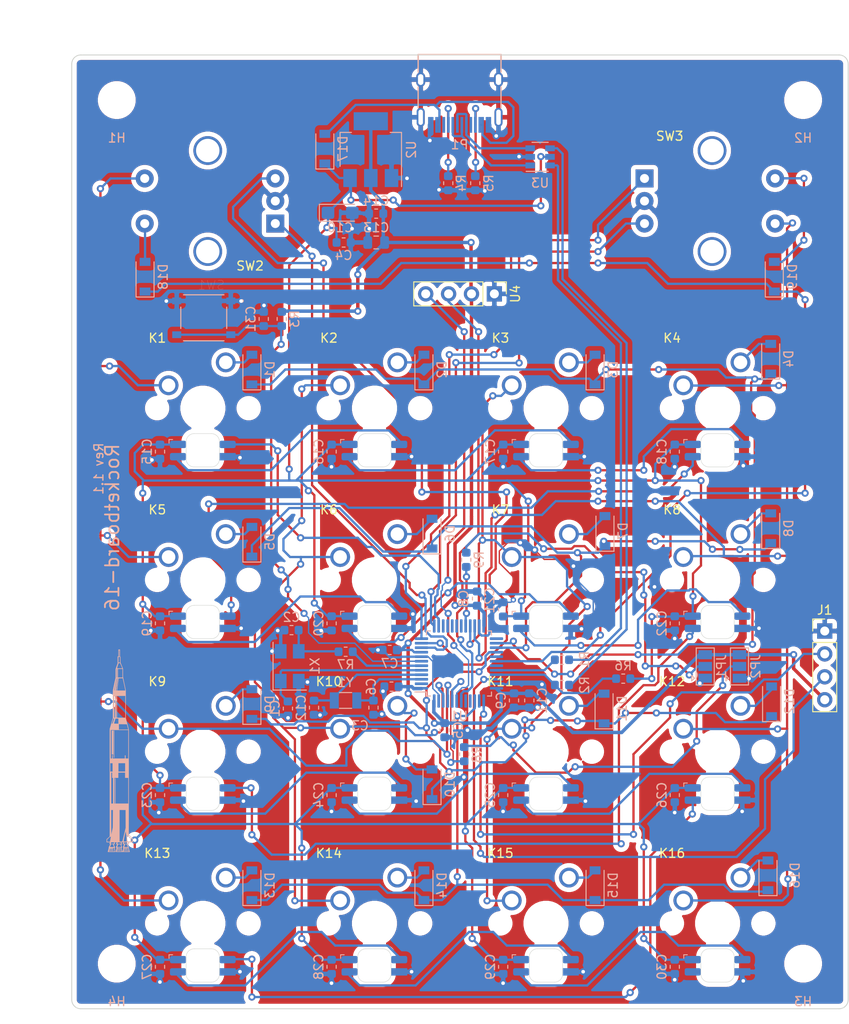
<source format=kicad_pcb>
(kicad_pcb (version 20171130) (host pcbnew "(5.1.6)-1")
  (title_block (title "Rocketboard-16 (RKT-16)") (date 2020-09-08) (rev 1.1))
  (layers (0 F.Cu signal) (31 B.Cu signal) (34 B.Paste user) (35 F.Paste user) (36 B.SilkS user) (37 F.SilkS user) (38 B.Mask user) (39 F.Mask user) (44 Edge.Cuts user))
  (net 0 "")
  (net 1 VCC)
  (net 2 "Net-(D1-Pad2)")
  (net 3 "Net-(D2-Pad2)")
  (net 4 "Net-(D3-Pad2)")
  (net 5 "Net-(D4-Pad2)")
  (net 6 "Net-(D5-Pad2)")
  (net 7 "Net-(D6-Pad2)")
  (net 8 "Net-(D7-Pad2)")
  (net 9 "Net-(D8-Pad2)")
  (net 10 "Net-(D9-Pad2)")
  (net 11 "Net-(D10-Pad2)")
  (net 12 "Net-(D11-Pad2)")
  (net 13 "Net-(D12-Pad2)")
  (net 14 "Net-(D13-Pad2)")
  (net 15 "Net-(D14-Pad2)")
  (net 16 "Net-(D15-Pad2)")
  (net 17 "Net-(D16-Pad2)")
  (net 18 SCL)
  (net 19 SDA)
  (net 20 COL0)
  (net 21 COL1)
  (net 22 COL2)
  (net 23 COL3)
  (net 24 GND)
  (net 25 OSC_IN)
  (net 26 "Net-(C2-Pad1)")
  (net 27 OSC32_IN)
  (net 28 +5V)
  (net 29 OSC32_OUT)
  (net 30 ROW1)
  (net 31 ROW2)
  (net 32 ROW3)
  (net 33 Row4)
  (net 34 "Net-(D17-Pad2)")
  (net 35 "Net-(D18-Pad2)")
  (net 36 ROW0)
  (net 37 "Net-(D19-Pad2)")
  (net 38 SWDIO)
  (net 39 SWCLK)
  (net 40 BOOT1)
  (net 41 BOOT0)
  (net 42 "Net-(K1-Pad4)")
  (net 43 LED_SIG)
  (net 44 "Net-(P1-PadA6)")
  (net 45 "Net-(P1-PadA5)")
  (net 46 "Net-(P1-PadB8)")
  (net 47 "Net-(P1-PadA7)")
  (net 48 "Net-(P1-PadB5)")
  (net 49 "Net-(P1-PadA8)")
  (net 50 "Net-(R1-Pad2)")
  (net 51 PA11)
  (net 52 "Net-(R2-Pad2)")
  (net 53 PA12)
  (net 54 OSC_OUT)
  (net 55 "Net-(R8-Pad1)")
  (net 56 "Net-(R9-Pad1)")
  (net 57 EC1_A)
  (net 58 EC1_B)
  (net 59 EC2_A)
  (net 60 EC2_B)
  (net 61 "Net-(U1-Pad41)")
  (net 62 "Net-(U1-Pad40)")
  (net 63 "Net-(U1-Pad38)")
  (net 64 "Net-(U1-Pad31)")
  (net 65 "Net-(U1-Pad29)")
  (net 66 "Net-(U1-Pad19)")
  (net 67 "Net-(U1-Pad18)")
  (net 68 "Net-(U1-Pad15)")
  (net 69 "Net-(U1-Pad2)")
  (net 70 "Net-(K2-Pad4)")
  (net 71 "Net-(K3-Pad4)")
  (net 72 LED_R1)
  (net 73 "Net-(K5-Pad4)")
  (net 74 "Net-(K6-Pad4)")
  (net 75 "Net-(K7-Pad4)")
  (net 76 LED_R2)
  (net 77 "Net-(K10-Pad3)")
  (net 78 "Net-(K10-Pad4)")
  (net 79 "Net-(K11-Pad4)")
  (net 80 LED_R3)
  (net 81 "Net-(K13-Pad4)")
  (net 82 "Net-(K14-Pad4)")
  (net 83 "Net-(K15-Pad4)")
  (net 84 "Net-(K16-Pad4)")
  (net 85 "Net-(C31-Pad2)")
  (net 86 "Net-(U1-Pad25)")
  (net 87 "Net-(U1-Pad17)")
  (net 88 "Net-(U1-Pad16)")
  (module Diode_SMD:D_SOD-123 (layer B.Cu) (at 119.1 137.6 90)
    (fp_text reference D14 (at 0 2 90) (layer B.SilkS) (effects (justify mirror)))
    (fp_text value D)
    (pad 2 smd rect (at 1.65 0 90) (size 0.9 1.2) (layers B.Cu B.Paste B.Mask) (net 15 "Net-(D14-Pad2)"))
    (pad 1 smd rect (at -1.65 0 90) (size 0.9 1.2) (layers B.Cu B.Paste B.Mask) (net 33 Row4))
  )
  (module Diode_SMD:D_SOD-123 (layer B.Cu) (at 157.3 136.5 90)
    (fp_text reference D16 (at 0 3 90) (layer B.SilkS) (effects (justify mirror)))
    (fp_text value D)
    (pad 2 smd rect (at 1.65 0 90) (size 0.9 1.2) (layers B.Cu B.Paste B.Mask) (net 17 "Net-(D16-Pad2)"))
    (pad 1 smd rect (at -1.65 0 90) (size 0.9 1.2) (layers B.Cu B.Paste B.Mask) (net 33 Row4))
  )
  (module Diode_SMD:D_SOD-123 (layer B.Cu) (at 139.1 118 90)
    (fp_text reference D11 (at 0 2 90) (layer B.SilkS) (effects (justify mirror)))
    (fp_text value D)
    (pad 2 smd rect (at 1.65 0 90) (size 0.9 1.2) (layers B.Cu B.Paste B.Mask) (net 12 "Net-(D11-Pad2)"))
    (pad 1 smd rect (at -1.65 0 90) (size 0.9 1.2) (layers B.Cu B.Paste B.Mask) (net 32 ROW3))
  )
  (module Diode_SMD:D_SOD-123 (layer B.Cu) (at 100 117.5 90)
    (fp_text reference D9 (at 0 2 90) (layer B.SilkS) (effects (justify mirror)))
    (fp_text value D)
    (pad 2 smd rect (at 1.65 0 90) (size 0.9 1.2) (layers B.Cu B.Paste B.Mask) (net 10 "Net-(D9-Pad2)"))
    (pad 1 smd rect (at -1.65 0 90) (size 0.9 1.2) (layers B.Cu B.Paste B.Mask) (net 32 ROW3))
  )
  (module seth-tactile-switch:SW_TS-1187A-B-A-B (layer B.Cu) (at 94.656 74.655 180)
    (fp_text reference SW1 (at -0.825 3.635) (layer B.SilkS) (effects (font (thickness 0.015)) (justify mirror)))
    (fp_text value SW_Push)
    (pad 1 smd rect (at -3 1.875 180) (size 1 0.75) (layers B.Cu B.Paste B.Mask) (net 24 GND))
    (pad 1 smd rect (at 3 1.875 180) (size 1 0.75) (layers B.Cu B.Paste B.Mask) (net 24 GND))
    (pad 2 smd rect (at -3 -1.875 180) (size 1 0.75) (layers B.Cu B.Paste B.Mask) (net 85 "Net-(C31-Pad2)"))
    (pad 2 smd rect (at 3 -1.875 180) (size 1 0.75) (layers B.Cu B.Paste B.Mask) (net 85 "Net-(C31-Pad2)"))
  )
  (module seth-buttons:RotaryEncoder_Alps_EC11E-Switch_Vertical_H20mm_CircularMountingHoles (layer F.Cu) (at 143.59 59.2)
    (fp_text reference SW3 (at 2.8 -4.7) (layer F.SilkS))
    (fp_text value "Rotary 2")
    (pad A thru_hole rect (at 0 0) (size 2 2) (drill 1) (layers *.Cu *.Mask) (net 59 EC2_A))
    (pad C thru_hole circle (at 0 2.5) (size 2 2) (drill 1) (layers *.Cu *.Mask) (net 24 GND))
    (pad B thru_hole circle (at 0 5) (size 2 2) (drill 1) (layers *.Cu *.Mask) (net 60 EC2_B))
    (pad MP thru_hole circle (at 7.5 -3.1) (size 3.2 3.2) (drill 2.6) (layers *.Cu *.Mask))
    (pad MP thru_hole circle (at 7.5 8.1) (size 3.2 3.2) (drill 2.6) (layers *.Cu *.Mask))
    (pad S2 thru_hole circle (at 14.5 0) (size 2 2) (drill 1) (layers *.Cu *.Mask) (net 37 "Net-(D19-Pad2)"))
    (pad S1 thru_hole circle (at 14.5 5) (size 2 2) (drill 1) (layers *.Cu *.Mask) (net 23 COL3))
  )
  (module seth-buttons:RotaryEncoder_Alps_EC11E-Switch_Vertical_H20mm_CircularMountingHoles (layer F.Cu) (at 102.6 64.2 180)
    (fp_text reference SW2 (at 2.8 -4.7) (layer F.SilkS))
    (fp_text value "Rotary 1")
    (pad A thru_hole rect (at 0 0 180) (size 2 2) (drill 1) (layers *.Cu *.Mask) (net 57 EC1_A))
    (pad C thru_hole circle (at 0 2.5 180) (size 2 2) (drill 1) (layers *.Cu *.Mask) (net 24 GND))
    (pad B thru_hole circle (at 0 5 180) (size 2 2) (drill 1) (layers *.Cu *.Mask) (net 58 EC1_B))
    (pad MP thru_hole circle (at 7.5 -3.1 180) (size 3.2 3.2) (drill 2.6) (layers *.Cu *.Mask))
    (pad MP thru_hole circle (at 7.5 8.1 180) (size 3.2 3.2) (drill 2.6) (layers *.Cu *.Mask))
    (pad S2 thru_hole circle (at 14.5 0 180) (size 2 2) (drill 1) (layers *.Cu *.Mask) (net 35 "Net-(D18-Pad2)"))
    (pad S1 thru_hole circle (at 14.5 5 180) (size 2 2) (drill 1) (layers *.Cu *.Mask) (net 20 COL0))
  )
  (module seth-connectors:USB_C_U262-161N-4BVC11 (layer B.Cu) (at 123.06 50.1)
    (fp_text reference P1 (at 0 5.35) (layer B.SilkS) (effects (justify mirror)))
    (fp_text value USB_C_Plug_USB2.0)
    (pad A12 smd rect (at 3.35 3.15) (size 0.3 1.75) (layers B.Cu B.Paste B.Mask) (net 24 GND) (clearance 0.01))
    (pad B1 smd rect (at 3.05 3.15) (size 0.3 1.75) (layers B.Cu B.Paste B.Mask) (net 24 GND) (clearance 0.01))
    (pad B4 smd rect (at 2.25 3.15) (size 0.3 1.75) (layers B.Cu B.Paste B.Mask) (net 34 "Net-(D17-Pad2)") (clearance 0.01))
    (pad A9 smd rect (at 2.55 3.15) (size 0.3 1.75) (layers B.Cu B.Paste B.Mask) (net 34 "Net-(D17-Pad2)") (clearance 0.01))
    (pad B9 smd rect (at -2.25 3.15) (size 0.3 1.75) (layers B.Cu B.Paste B.Mask) (net 34 "Net-(D17-Pad2)") (clearance 0.01))
    (pad A4 smd rect (at -2.55 3.15) (size 0.3 1.75) (layers B.Cu B.Paste B.Mask) (net 34 "Net-(D17-Pad2)") (clearance 0.01))
    (pad B12 smd rect (at -3.05 3.15) (size 0.3 1.75) (layers B.Cu B.Paste B.Mask) (net 24 GND) (clearance 0.01))
    (pad A1 smd rect (at -3.35 3.15) (size 0.3 1.75) (layers B.Cu B.Paste B.Mask) (net 24 GND) (clearance 0.01))
    (pad A6 smd rect (at -0.25 3.15) (size 0.3 1.75) (layers B.Cu B.Paste B.Mask) (net 44 "Net-(P1-PadA6)"))
    (pad A5 smd rect (at -1.25 3.15) (size 0.3 1.75) (layers B.Cu B.Paste B.Mask) (net 45 "Net-(P1-PadA5)"))
    (pad B8 smd rect (at -1.75 3.15) (size 0.3 1.75) (layers B.Cu B.Paste B.Mask) (net 46 "Net-(P1-PadB8)"))
    (pad B7 smd rect (at -0.75 3.15) (size 0.3 1.75) (layers B.Cu B.Paste B.Mask) (net 47 "Net-(P1-PadA7)"))
    (pad B5 smd rect (at 1.75 3.15) (size 0.3 1.75) (layers B.Cu B.Paste B.Mask) (net 48 "Net-(P1-PadB5)"))
    (pad A8 smd rect (at 1.25 3.15) (size 0.3 1.75) (layers B.Cu B.Paste B.Mask) (net 49 "Net-(P1-PadA8)"))
    (pad B6 smd rect (at 0.75 3.15) (size 0.3 1.75) (layers B.Cu B.Paste B.Mask) (net 44 "Net-(P1-PadA6)"))
    (pad A7 smd rect (at 0.25 3.15) (size 0.3 1.75) (layers B.Cu B.Paste B.Mask) (net 47 "Net-(P1-PadA7)"))
    (pad "" np_thru_hole circle (at 2.89 1.81) (size 0.65 0.65) (drill 0.65) (layers *.Cu *.Mask) (clearance 0.01))
    (pad "" np_thru_hole circle (at -2.89 1.81) (size 0.65 0.65) (drill 0.65) (layers *.Cu *.Mask) (clearance 0.01))
    (pad S1 thru_hole oval (at 4.32 2.31) (size 0.9 2.1) (drill oval 0.5 1.7) (layers *.Cu *.Mask B.Paste) (net 24 GND))
    (pad S1 thru_hole oval (at -4.32 2.31) (size 0.9 2.1) (drill oval 0.5 1.7) (layers *.Cu *.Mask B.Paste) (net 24 GND))
    (pad S1 thru_hole oval (at 4.32 -1.87) (size 1 1.6) (drill oval 0.6 1.2) (layers *.Cu *.Mask B.Paste) (net 24 GND))
    (pad S1 thru_hole oval (at -4.32 -1.87) (size 1 1.6) (drill oval 0.6 1.2) (layers *.Cu *.Mask B.Paste) (net 24 GND))
  )
  (module seth-keyboard:MX_KEYSWITCH_RGB_2D (layer F.Cu) (at 151.65 141.85)
    (fp_text reference K16 (at -5 -7.8) (layer F.SilkS))
    (fp_text value MX_RGB)
    (fp_line (start -1.8 3.7) (end -1.8 5.6) (layer Edge.Cuts) (width 0.05))
    (fp_line (start -0.9 6.5) (end 1 6.5) (layer Edge.Cuts) (width 0.05))
    (fp_line (start 1.9 5.6) (end 1.9 3.7) (layer Edge.Cuts) (width 0.05))
    (fp_line (start 1 2.8) (end -0.9 2.8) (layer Edge.Cuts) (width 0.05))
    (fp_arc (start 1 5.6) (end 1 6.5) (angle -90) (layer Edge.Cuts) (width 0.05))
    (fp_arc (start -0.9 5.6) (end -1.8 5.6) (angle -90) (layer Edge.Cuts) (width 0.05))
    (fp_arc (start -0.9 3.7) (end -0.9 2.8) (angle -90) (layer Edge.Cuts) (width 0.05))
    (fp_arc (start 1 3.7) (end 1.9 3.7) (angle -90) (layer Edge.Cuts) (width 0.05))
    (pad 1 thru_hole circle (at 2.6 -5.1) (size 2.2 2.2) (drill 1.5) (layers *.Cu *.Mask) (net 17 "Net-(D16-Pad2)"))
    (pad 2 thru_hole circle (at -3.75 -2.56) (size 2.2 2.2) (drill 1.5) (layers *.Cu *.Mask) (net 23 COL3))
    (pad "" np_thru_hole circle (at 0.06 -0.02) (size 4 4) (drill 4) (layers *.Cu *.Mask))
    (pad "" np_thru_hole circle (at -5.02 -0.02) (size 1.7 1.7) (drill 1.7) (layers *.Cu *.Mask))
    (pad "" np_thru_hole circle (at 5.14 -0.02) (size 1.7 1.7) (drill 1.7) (layers *.Cu *.Mask))
    (pad 5 smd roundrect (at -2.7 4) (size 1.8 0.82) (layers B.Cu B.Paste B.Mask) (net 28 +5V))
    (pad 3 smd roundrect (at 2.8 4) (size 1.8 0.82) (layers B.Cu B.Paste B.Mask) (net 83 "Net-(K15-Pad4)"))
    (pad 6 smd rect (at 2.8 5.36) (size 1.8 0.82) (layers B.Cu B.Paste B.Mask) (net 24 GND))
    (pad 4 smd roundrect (at -2.7 5.36) (size 1.8 0.82) (layers B.Cu B.Paste B.Mask) (net 84 "Net-(K16-Pad4)"))
  )
  (module seth-keyboard:MX_KEYSWITCH_RGB_2D (layer F.Cu) (at 132.6 141.85)
    (fp_text reference K15 (at -5 -7.8) (layer F.SilkS))
    (fp_text value MX_RGB)
    (fp_line (start -1.8 3.7) (end -1.8 5.6) (layer Edge.Cuts) (width 0.05))
    (fp_line (start -0.9 6.5) (end 1 6.5) (layer Edge.Cuts) (width 0.05))
    (fp_line (start 1.9 5.6) (end 1.9 3.7) (layer Edge.Cuts) (width 0.05))
    (fp_line (start 1 2.8) (end -0.9 2.8) (layer Edge.Cuts) (width 0.05))
    (fp_arc (start 1 5.6) (end 1 6.5) (angle -90) (layer Edge.Cuts) (width 0.05))
    (fp_arc (start -0.9 5.6) (end -1.8 5.6) (angle -90) (layer Edge.Cuts) (width 0.05))
    (fp_arc (start -0.9 3.7) (end -0.9 2.8) (angle -90) (layer Edge.Cuts) (width 0.05))
    (fp_arc (start 1 3.7) (end 1.9 3.7) (angle -90) (layer Edge.Cuts) (width 0.05))
    (pad 1 thru_hole circle (at 2.6 -5.1) (size 2.2 2.2) (drill 1.5) (layers *.Cu *.Mask) (net 16 "Net-(D15-Pad2)"))
    (pad 2 thru_hole circle (at -3.75 -2.56) (size 2.2 2.2) (drill 1.5) (layers *.Cu *.Mask) (net 22 COL2))
    (pad "" np_thru_hole circle (at 0.06 -0.02) (size 4 4) (drill 4) (layers *.Cu *.Mask))
    (pad "" np_thru_hole circle (at -5.02 -0.02) (size 1.7 1.7) (drill 1.7) (layers *.Cu *.Mask))
    (pad "" np_thru_hole circle (at 5.14 -0.02) (size 1.7 1.7) (drill 1.7) (layers *.Cu *.Mask))
    (pad 5 smd roundrect (at -2.7 4) (size 1.8 0.82) (layers B.Cu B.Paste B.Mask) (net 28 +5V))
    (pad 3 smd roundrect (at 2.8 4) (size 1.8 0.82) (layers B.Cu B.Paste B.Mask) (net 82 "Net-(K14-Pad4)"))
    (pad 6 smd rect (at 2.8 5.36) (size 1.8 0.82) (layers B.Cu B.Paste B.Mask) (net 24 GND))
    (pad 4 smd roundrect (at -2.7 5.36) (size 1.8 0.82) (layers B.Cu B.Paste B.Mask) (net 83 "Net-(K15-Pad4)"))
  )
  (module seth-keyboard:MX_KEYSWITCH_RGB_2D (layer F.Cu) (at 113.55 141.85)
    (fp_text reference K14 (at -5 -7.8) (layer F.SilkS))
    (fp_text value MX_RGB)
    (fp_line (start -1.8 3.7) (end -1.8 5.6) (layer Edge.Cuts) (width 0.05))
    (fp_line (start -0.9 6.5) (end 1 6.5) (layer Edge.Cuts) (width 0.05))
    (fp_line (start 1.9 5.6) (end 1.9 3.7) (layer Edge.Cuts) (width 0.05))
    (fp_line (start 1 2.8) (end -0.9 2.8) (layer Edge.Cuts) (width 0.05))
    (fp_arc (start 1 5.6) (end 1 6.5) (angle -90) (layer Edge.Cuts) (width 0.05))
    (fp_arc (start -0.9 5.6) (end -1.8 5.6) (angle -90) (layer Edge.Cuts) (width 0.05))
    (fp_arc (start -0.9 3.7) (end -0.9 2.8) (angle -90) (layer Edge.Cuts) (width 0.05))
    (fp_arc (start 1 3.7) (end 1.9 3.7) (angle -90) (layer Edge.Cuts) (width 0.05))
    (pad 1 thru_hole circle (at 2.6 -5.1) (size 2.2 2.2) (drill 1.5) (layers *.Cu *.Mask) (net 15 "Net-(D14-Pad2)"))
    (pad 2 thru_hole circle (at -3.75 -2.56) (size 2.2 2.2) (drill 1.5) (layers *.Cu *.Mask) (net 21 COL1))
    (pad "" np_thru_hole circle (at 0.06 -0.02) (size 4 4) (drill 4) (layers *.Cu *.Mask))
    (pad "" np_thru_hole circle (at -5.02 -0.02) (size 1.7 1.7) (drill 1.7) (layers *.Cu *.Mask))
    (pad "" np_thru_hole circle (at 5.14 -0.02) (size 1.7 1.7) (drill 1.7) (layers *.Cu *.Mask))
    (pad 5 smd roundrect (at -2.7 4) (size 1.8 0.82) (layers B.Cu B.Paste B.Mask) (net 28 +5V))
    (pad 3 smd roundrect (at 2.8 4) (size 1.8 0.82) (layers B.Cu B.Paste B.Mask) (net 81 "Net-(K13-Pad4)"))
    (pad 6 smd rect (at 2.8 5.36) (size 1.8 0.82) (layers B.Cu B.Paste B.Mask) (net 24 GND))
    (pad 4 smd roundrect (at -2.7 5.36) (size 1.8 0.82) (layers B.Cu B.Paste B.Mask) (net 82 "Net-(K14-Pad4)"))
  )
  (module seth-keyboard:MX_KEYSWITCH_RGB_2D (layer F.Cu) (at 94.5 141.85)
    (fp_text reference K13 (at -5 -7.8) (layer F.SilkS))
    (fp_text value MX_RGB)
    (fp_line (start -1.8 3.7) (end -1.8 5.6) (layer Edge.Cuts) (width 0.05))
    (fp_line (start -0.9 6.5) (end 1 6.5) (layer Edge.Cuts) (width 0.05))
    (fp_line (start 1.9 5.6) (end 1.9 3.7) (layer Edge.Cuts) (width 0.05))
    (fp_line (start 1 2.8) (end -0.9 2.8) (layer Edge.Cuts) (width 0.05))
    (fp_arc (start 1 5.6) (end 1 6.5) (angle -90) (layer Edge.Cuts) (width 0.05))
    (fp_arc (start -0.9 5.6) (end -1.8 5.6) (angle -90) (layer Edge.Cuts) (width 0.05))
    (fp_arc (start -0.9 3.7) (end -0.9 2.8) (angle -90) (layer Edge.Cuts) (width 0.05))
    (fp_arc (start 1 3.7) (end 1.9 3.7) (angle -90) (layer Edge.Cuts) (width 0.05))
    (pad 1 thru_hole circle (at 2.6 -5.1) (size 2.2 2.2) (drill 1.5) (layers *.Cu *.Mask) (net 14 "Net-(D13-Pad2)"))
    (pad 2 thru_hole circle (at -3.75 -2.56) (size 2.2 2.2) (drill 1.5) (layers *.Cu *.Mask) (net 20 COL0))
    (pad "" np_thru_hole circle (at 0.06 -0.02) (size 4 4) (drill 4) (layers *.Cu *.Mask))
    (pad "" np_thru_hole circle (at -5.02 -0.02) (size 1.7 1.7) (drill 1.7) (layers *.Cu *.Mask))
    (pad "" np_thru_hole circle (at 5.14 -0.02) (size 1.7 1.7) (drill 1.7) (layers *.Cu *.Mask))
    (pad 5 smd roundrect (at -2.7 4) (size 1.8 0.82) (layers B.Cu B.Paste B.Mask) (net 28 +5V))
    (pad 3 smd roundrect (at 2.8 4) (size 1.8 0.82) (layers B.Cu B.Paste B.Mask) (net 80 LED_R3))
    (pad 6 smd rect (at 2.8 5.36) (size 1.8 0.82) (layers B.Cu B.Paste B.Mask) (net 24 GND))
    (pad 4 smd roundrect (at -2.7 5.36) (size 1.8 0.82) (layers B.Cu B.Paste B.Mask) (net 81 "Net-(K13-Pad4)"))
  )
  (module seth-keyboard:MX_KEYSWITCH_RGB_2D (layer F.Cu) (at 151.65 122.8)
    (fp_text reference K12 (at -5 -7.8) (layer F.SilkS))
    (fp_text value MX_RGB)
    (fp_line (start -1.8 3.7) (end -1.8 5.6) (layer Edge.Cuts) (width 0.05))
    (fp_line (start -0.9 6.5) (end 1 6.5) (layer Edge.Cuts) (width 0.05))
    (fp_line (start 1.9 5.6) (end 1.9 3.7) (layer Edge.Cuts) (width 0.05))
    (fp_line (start 1 2.8) (end -0.9 2.8) (layer Edge.Cuts) (width 0.05))
    (fp_arc (start 1 5.6) (end 1 6.5) (angle -90) (layer Edge.Cuts) (width 0.05))
    (fp_arc (start -0.9 5.6) (end -1.8 5.6) (angle -90) (layer Edge.Cuts) (width 0.05))
    (fp_arc (start -0.9 3.7) (end -0.9 2.8) (angle -90) (layer Edge.Cuts) (width 0.05))
    (fp_arc (start 1 3.7) (end 1.9 3.7) (angle -90) (layer Edge.Cuts) (width 0.05))
    (pad 1 thru_hole circle (at 2.6 -5.1) (size 2.2 2.2) (drill 1.5) (layers *.Cu *.Mask) (net 13 "Net-(D12-Pad2)"))
    (pad 2 thru_hole circle (at -3.75 -2.56) (size 2.2 2.2) (drill 1.5) (layers *.Cu *.Mask) (net 23 COL3))
    (pad "" np_thru_hole circle (at 0.06 -0.02) (size 4 4) (drill 4) (layers *.Cu *.Mask))
    (pad "" np_thru_hole circle (at -5.02 -0.02) (size 1.7 1.7) (drill 1.7) (layers *.Cu *.Mask))
    (pad "" np_thru_hole circle (at 5.14 -0.02) (size 1.7 1.7) (drill 1.7) (layers *.Cu *.Mask))
    (pad 5 smd roundrect (at -2.7 4) (size 1.8 0.82) (layers B.Cu B.Paste B.Mask) (net 28 +5V))
    (pad 3 smd roundrect (at 2.8 4) (size 1.8 0.82) (layers B.Cu B.Paste B.Mask) (net 79 "Net-(K11-Pad4)"))
    (pad 6 smd rect (at 2.8 5.36) (size 1.8 0.82) (layers B.Cu B.Paste B.Mask) (net 24 GND))
    (pad 4 smd roundrect (at -2.7 5.36) (size 1.8 0.82) (layers B.Cu B.Paste B.Mask) (net 80 LED_R3))
  )
  (module seth-keyboard:MX_KEYSWITCH_RGB_2D (layer F.Cu) (at 132.6 122.8)
    (fp_text reference K11 (at -5 -7.8) (layer F.SilkS))
    (fp_text value MX_RGB)
    (fp_line (start -1.8 3.7) (end -1.8 5.6) (layer Edge.Cuts) (width 0.05))
    (fp_line (start -0.9 6.5) (end 1 6.5) (layer Edge.Cuts) (width 0.05))
    (fp_line (start 1.9 5.6) (end 1.9 3.7) (layer Edge.Cuts) (width 0.05))
    (fp_line (start 1 2.8) (end -0.9 2.8) (layer Edge.Cuts) (width 0.05))
    (fp_arc (start 1 5.6) (end 1 6.5) (angle -90) (layer Edge.Cuts) (width 0.05))
    (fp_arc (start -0.9 5.6) (end -1.8 5.6) (angle -90) (layer Edge.Cuts) (width 0.05))
    (fp_arc (start -0.9 3.7) (end -0.9 2.8) (angle -90) (layer Edge.Cuts) (width 0.05))
    (fp_arc (start 1 3.7) (end 1.9 3.7) (angle -90) (layer Edge.Cuts) (width 0.05))
    (pad 1 thru_hole circle (at 2.6 -5.1) (size 2.2 2.2) (drill 1.5) (layers *.Cu *.Mask) (net 12 "Net-(D11-Pad2)"))
    (pad 2 thru_hole circle (at -3.75 -2.56) (size 2.2 2.2) (drill 1.5) (layers *.Cu *.Mask) (net 22 COL2))
    (pad "" np_thru_hole circle (at 0.06 -0.02) (size 4 4) (drill 4) (layers *.Cu *.Mask))
    (pad "" np_thru_hole circle (at -5.02 -0.02) (size 1.7 1.7) (drill 1.7) (layers *.Cu *.Mask))
    (pad "" np_thru_hole circle (at 5.14 -0.02) (size 1.7 1.7) (drill 1.7) (layers *.Cu *.Mask))
    (pad 5 smd roundrect (at -2.7 4) (size 1.8 0.82) (layers B.Cu B.Paste B.Mask) (net 28 +5V))
    (pad 3 smd roundrect (at 2.8 4) (size 1.8 0.82) (layers B.Cu B.Paste B.Mask) (net 78 "Net-(K10-Pad4)"))
    (pad 6 smd rect (at 2.8 5.36) (size 1.8 0.82) (layers B.Cu B.Paste B.Mask) (net 24 GND))
    (pad 4 smd roundrect (at -2.7 5.36) (size 1.8 0.82) (layers B.Cu B.Paste B.Mask) (net 79 "Net-(K11-Pad4)"))
  )
  (module seth-keyboard:MX_KEYSWITCH_RGB_2D (layer F.Cu) (at 113.55 122.8)
    (fp_text reference K10 (at -5 -7.8) (layer F.SilkS))
    (fp_text value MX_RGB)
    (fp_line (start -1.8 3.7) (end -1.8 5.6) (layer Edge.Cuts) (width 0.05))
    (fp_line (start -0.9 6.5) (end 1 6.5) (layer Edge.Cuts) (width 0.05))
    (fp_line (start 1.9 5.6) (end 1.9 3.7) (layer Edge.Cuts) (width 0.05))
    (fp_line (start 1 2.8) (end -0.9 2.8) (layer Edge.Cuts) (width 0.05))
    (fp_arc (start 1 5.6) (end 1 6.5) (angle -90) (layer Edge.Cuts) (width 0.05))
    (fp_arc (start -0.9 5.6) (end -1.8 5.6) (angle -90) (layer Edge.Cuts) (width 0.05))
    (fp_arc (start -0.9 3.7) (end -0.9 2.8) (angle -90) (layer Edge.Cuts) (width 0.05))
    (fp_arc (start 1 3.7) (end 1.9 3.7) (angle -90) (layer Edge.Cuts) (width 0.05))
    (pad 1 thru_hole circle (at 2.6 -5.1) (size 2.2 2.2) (drill 1.5) (layers *.Cu *.Mask) (net 11 "Net-(D10-Pad2)"))
    (pad 2 thru_hole circle (at -3.75 -2.56) (size 2.2 2.2) (drill 1.5) (layers *.Cu *.Mask) (net 21 COL1))
    (pad "" np_thru_hole circle (at 0.06 -0.02) (size 4 4) (drill 4) (layers *.Cu *.Mask))
    (pad "" np_thru_hole circle (at -5.02 -0.02) (size 1.7 1.7) (drill 1.7) (layers *.Cu *.Mask))
    (pad "" np_thru_hole circle (at 5.14 -0.02) (size 1.7 1.7) (drill 1.7) (layers *.Cu *.Mask))
    (pad 5 smd roundrect (at -2.7 4) (size 1.8 0.82) (layers B.Cu B.Paste B.Mask) (net 28 +5V))
    (pad 3 smd roundrect (at 2.8 4) (size 1.8 0.82) (layers B.Cu B.Paste B.Mask) (net 77 "Net-(K10-Pad3)"))
    (pad 6 smd rect (at 2.8 5.36) (size 1.8 0.82) (layers B.Cu B.Paste B.Mask) (net 24 GND))
    (pad 4 smd roundrect (at -2.7 5.36) (size 1.8 0.82) (layers B.Cu B.Paste B.Mask) (net 78 "Net-(K10-Pad4)"))
  )
  (module seth-keyboard:MX_KEYSWITCH_RGB_2D (layer F.Cu) (at 94.5 122.8)
    (fp_text reference K9 (at -5 -7.8) (layer F.SilkS))
    (fp_text value MX_RGB)
    (fp_line (start -1.8 3.7) (end -1.8 5.6) (layer Edge.Cuts) (width 0.05))
    (fp_line (start -0.9 6.5) (end 1 6.5) (layer Edge.Cuts) (width 0.05))
    (fp_line (start 1.9 5.6) (end 1.9 3.7) (layer Edge.Cuts) (width 0.05))
    (fp_line (start 1 2.8) (end -0.9 2.8) (layer Edge.Cuts) (width 0.05))
    (fp_arc (start 1 5.6) (end 1 6.5) (angle -90) (layer Edge.Cuts) (width 0.05))
    (fp_arc (start -0.9 5.6) (end -1.8 5.6) (angle -90) (layer Edge.Cuts) (width 0.05))
    (fp_arc (start -0.9 3.7) (end -0.9 2.8) (angle -90) (layer Edge.Cuts) (width 0.05))
    (fp_arc (start 1 3.7) (end 1.9 3.7) (angle -90) (layer Edge.Cuts) (width 0.05))
    (pad 1 thru_hole circle (at 2.6 -5.1) (size 2.2 2.2) (drill 1.5) (layers *.Cu *.Mask) (net 10 "Net-(D9-Pad2)"))
    (pad 2 thru_hole circle (at -3.75 -2.56) (size 2.2 2.2) (drill 1.5) (layers *.Cu *.Mask) (net 20 COL0))
    (pad "" np_thru_hole circle (at 0.06 -0.02) (size 4 4) (drill 4) (layers *.Cu *.Mask))
    (pad "" np_thru_hole circle (at -5.02 -0.02) (size 1.7 1.7) (drill 1.7) (layers *.Cu *.Mask))
    (pad "" np_thru_hole circle (at 5.14 -0.02) (size 1.7 1.7) (drill 1.7) (layers *.Cu *.Mask))
    (pad 5 smd roundrect (at -2.7 4) (size 1.8 0.82) (layers B.Cu B.Paste B.Mask) (net 28 +5V))
    (pad 3 smd roundrect (at 2.8 4) (size 1.8 0.82) (layers B.Cu B.Paste B.Mask) (net 76 LED_R2))
    (pad 6 smd rect (at 2.8 5.36) (size 1.8 0.82) (layers B.Cu B.Paste B.Mask) (net 24 GND))
    (pad 4 smd roundrect (at -2.7 5.36) (size 1.8 0.82) (layers B.Cu B.Paste B.Mask) (net 77 "Net-(K10-Pad3)"))
  )
  (module seth-keyboard:MX_KEYSWITCH_RGB_2D (layer F.Cu) (at 151.65 103.75)
    (fp_text reference K8 (at -5 -7.8) (layer F.SilkS))
    (fp_text value MX_RGB)
    (fp_line (start -1.8 3.7) (end -1.8 5.6) (layer Edge.Cuts) (width 0.05))
    (fp_line (start -0.9 6.5) (end 1 6.5) (layer Edge.Cuts) (width 0.05))
    (fp_line (start 1.9 5.6) (end 1.9 3.7) (layer Edge.Cuts) (width 0.05))
    (fp_line (start 1 2.8) (end -0.9 2.8) (layer Edge.Cuts) (width 0.05))
    (fp_arc (start 1 5.6) (end 1 6.5) (angle -90) (layer Edge.Cuts) (width 0.05))
    (fp_arc (start -0.9 5.6) (end -1.8 5.6) (angle -90) (layer Edge.Cuts) (width 0.05))
    (fp_arc (start -0.9 3.7) (end -0.9 2.8) (angle -90) (layer Edge.Cuts) (width 0.05))
    (fp_arc (start 1 3.7) (end 1.9 3.7) (angle -90) (layer Edge.Cuts) (width 0.05))
    (pad 1 thru_hole circle (at 2.6 -5.1) (size 2.2 2.2) (drill 1.5) (layers *.Cu *.Mask) (net 9 "Net-(D8-Pad2)"))
    (pad 2 thru_hole circle (at -3.75 -2.56) (size 2.2 2.2) (drill 1.5) (layers *.Cu *.Mask) (net 23 COL3))
    (pad "" np_thru_hole circle (at 0.06 -0.02) (size 4 4) (drill 4) (layers *.Cu *.Mask))
    (pad "" np_thru_hole circle (at -5.02 -0.02) (size 1.7 1.7) (drill 1.7) (layers *.Cu *.Mask))
    (pad "" np_thru_hole circle (at 5.14 -0.02) (size 1.7 1.7) (drill 1.7) (layers *.Cu *.Mask))
    (pad 5 smd roundrect (at -2.7 4) (size 1.8 0.82) (layers B.Cu B.Paste B.Mask) (net 28 +5V))
    (pad 3 smd roundrect (at 2.8 4) (size 1.8 0.82) (layers B.Cu B.Paste B.Mask) (net 75 "Net-(K7-Pad4)"))
    (pad 6 smd rect (at 2.8 5.36) (size 1.8 0.82) (layers B.Cu B.Paste B.Mask) (net 24 GND))
    (pad 4 smd roundrect (at -2.7 5.36) (size 1.8 0.82) (layers B.Cu B.Paste B.Mask) (net 76 LED_R2))
  )
  (module seth-keyboard:MX_KEYSWITCH_RGB_2D (layer F.Cu) (at 132.6 103.75)
    (fp_text reference K7 (at -5 -7.8) (layer F.SilkS))
    (fp_text value MX_RGB)
    (fp_line (start -1.8 3.7) (end -1.8 5.6) (layer Edge.Cuts) (width 0.05))
    (fp_line (start -0.9 6.5) (end 1 6.5) (layer Edge.Cuts) (width 0.05))
    (fp_line (start 1.9 5.6) (end 1.9 3.7) (layer Edge.Cuts) (width 0.05))
    (fp_line (start 1 2.8) (end -0.9 2.8) (layer Edge.Cuts) (width 0.05))
    (fp_arc (start 1 5.6) (end 1 6.5) (angle -90) (layer Edge.Cuts) (width 0.05))
    (fp_arc (start -0.9 5.6) (end -1.8 5.6) (angle -90) (layer Edge.Cuts) (width 0.05))
    (fp_arc (start -0.9 3.7) (end -0.9 2.8) (angle -90) (layer Edge.Cuts) (width 0.05))
    (fp_arc (start 1 3.7) (end 1.9 3.7) (angle -90) (layer Edge.Cuts) (width 0.05))
    (pad 1 thru_hole circle (at 2.6 -5.1) (size 2.2 2.2) (drill 1.5) (layers *.Cu *.Mask) (net 8 "Net-(D7-Pad2)"))
    (pad 2 thru_hole circle (at -3.75 -2.56) (size 2.2 2.2) (drill 1.5) (layers *.Cu *.Mask) (net 22 COL2))
    (pad "" np_thru_hole circle (at 0.06 -0.02) (size 4 4) (drill 4) (layers *.Cu *.Mask))
    (pad "" np_thru_hole circle (at -5.02 -0.02) (size 1.7 1.7) (drill 1.7) (layers *.Cu *.Mask))
    (pad "" np_thru_hole circle (at 5.14 -0.02) (size 1.7 1.7) (drill 1.7) (layers *.Cu *.Mask))
    (pad 5 smd roundrect (at -2.7 4) (size 1.8 0.82) (layers B.Cu B.Paste B.Mask) (net 28 +5V))
    (pad 3 smd roundrect (at 2.8 4) (size 1.8 0.82) (layers B.Cu B.Paste B.Mask) (net 74 "Net-(K6-Pad4)"))
    (pad 6 smd rect (at 2.8 5.36) (size 1.8 0.82) (layers B.Cu B.Paste B.Mask) (net 24 GND))
    (pad 4 smd roundrect (at -2.7 5.36) (size 1.8 0.82) (layers B.Cu B.Paste B.Mask) (net 75 "Net-(K7-Pad4)"))
  )
  (module seth-keyboard:MX_KEYSWITCH_RGB_2D (layer F.Cu) (at 113.55 103.75)
    (fp_text reference K6 (at -5 -7.8) (layer F.SilkS))
    (fp_text value MX_RGB)
    (fp_line (start -1.8 3.7) (end -1.8 5.6) (layer Edge.Cuts) (width 0.05))
    (fp_line (start -0.9 6.5) (end 1 6.5) (layer Edge.Cuts) (width 0.05))
    (fp_line (start 1.9 5.6) (end 1.9 3.7) (layer Edge.Cuts) (width 0.05))
    (fp_line (start 1 2.8) (end -0.9 2.8) (layer Edge.Cuts) (width 0.05))
    (fp_arc (start 1 5.6) (end 1 6.5) (angle -90) (layer Edge.Cuts) (width 0.05))
    (fp_arc (start -0.9 5.6) (end -1.8 5.6) (angle -90) (layer Edge.Cuts) (width 0.05))
    (fp_arc (start -0.9 3.7) (end -0.9 2.8) (angle -90) (layer Edge.Cuts) (width 0.05))
    (fp_arc (start 1 3.7) (end 1.9 3.7) (angle -90) (layer Edge.Cuts) (width 0.05))
    (pad 1 thru_hole circle (at 2.6 -5.1) (size 2.2 2.2) (drill 1.5) (layers *.Cu *.Mask) (net 7 "Net-(D6-Pad2)"))
    (pad 2 thru_hole circle (at -3.75 -2.56) (size 2.2 2.2) (drill 1.5) (layers *.Cu *.Mask) (net 21 COL1))
    (pad "" np_thru_hole circle (at 0.06 -0.02) (size 4 4) (drill 4) (layers *.Cu *.Mask))
    (pad "" np_thru_hole circle (at -5.02 -0.02) (size 1.7 1.7) (drill 1.7) (layers *.Cu *.Mask))
    (pad "" np_thru_hole circle (at 5.14 -0.02) (size 1.7 1.7) (drill 1.7) (layers *.Cu *.Mask))
    (pad 5 smd roundrect (at -2.7 4) (size 1.8 0.82) (layers B.Cu B.Paste B.Mask) (net 28 +5V))
    (pad 3 smd roundrect (at 2.8 4) (size 1.8 0.82) (layers B.Cu B.Paste B.Mask) (net 73 "Net-(K5-Pad4)"))
    (pad 6 smd rect (at 2.8 5.36) (size 1.8 0.82) (layers B.Cu B.Paste B.Mask) (net 24 GND))
    (pad 4 smd roundrect (at -2.7 5.36) (size 1.8 0.82) (layers B.Cu B.Paste B.Mask) (net 74 "Net-(K6-Pad4)"))
  )
  (module seth-keyboard:MX_KEYSWITCH_RGB_2D (layer F.Cu) (at 94.5 103.75)
    (fp_text reference K5 (at -5 -7.8) (layer F.SilkS))
    (fp_text value MX_RGB)
    (fp_line (start -1.8 3.7) (end -1.8 5.6) (layer Edge.Cuts) (width 0.05))
    (fp_line (start -0.9 6.5) (end 1 6.5) (layer Edge.Cuts) (width 0.05))
    (fp_line (start 1.9 5.6) (end 1.9 3.7) (layer Edge.Cuts) (width 0.05))
    (fp_line (start 1 2.8) (end -0.9 2.8) (layer Edge.Cuts) (width 0.05))
    (fp_arc (start 1 5.6) (end 1 6.5) (angle -90) (layer Edge.Cuts) (width 0.05))
    (fp_arc (start -0.9 5.6) (end -1.8 5.6) (angle -90) (layer Edge.Cuts) (width 0.05))
    (fp_arc (start -0.9 3.7) (end -0.9 2.8) (angle -90) (layer Edge.Cuts) (width 0.05))
    (fp_arc (start 1 3.7) (end 1.9 3.7) (angle -90) (layer Edge.Cuts) (width 0.05))
    (pad 1 thru_hole circle (at 2.6 -5.1) (size 2.2 2.2) (drill 1.5) (layers *.Cu *.Mask) (net 6 "Net-(D5-Pad2)"))
    (pad 2 thru_hole circle (at -3.75 -2.56) (size 2.2 2.2) (drill 1.5) (layers *.Cu *.Mask) (net 20 COL0))
    (pad "" np_thru_hole circle (at 0.06 -0.02) (size 4 4) (drill 4) (layers *.Cu *.Mask))
    (pad "" np_thru_hole circle (at -5.02 -0.02) (size 1.7 1.7) (drill 1.7) (layers *.Cu *.Mask))
    (pad "" np_thru_hole circle (at 5.14 -0.02) (size 1.7 1.7) (drill 1.7) (layers *.Cu *.Mask))
    (pad 5 smd roundrect (at -2.7 4) (size 1.8 0.82) (layers B.Cu B.Paste B.Mask) (net 28 +5V))
    (pad 3 smd roundrect (at 2.8 4) (size 1.8 0.82) (layers B.Cu B.Paste B.Mask) (net 72 LED_R1))
    (pad 6 smd rect (at 2.8 5.36) (size 1.8 0.82) (layers B.Cu B.Paste B.Mask) (net 24 GND))
    (pad 4 smd roundrect (at -2.7 5.36) (size 1.8 0.82) (layers B.Cu B.Paste B.Mask) (net 73 "Net-(K5-Pad4)"))
  )
  (module seth-keyboard:MX_KEYSWITCH_RGB_2D (layer F.Cu) (at 151.65 84.7)
    (fp_text reference K4 (at -5 -7.8) (layer F.SilkS))
    (fp_text value MX_RGB)
    (fp_line (start -1.8 3.7) (end -1.8 5.6) (layer Edge.Cuts) (width 0.05))
    (fp_line (start -0.9 6.5) (end 1 6.5) (layer Edge.Cuts) (width 0.05))
    (fp_line (start 1.9 5.6) (end 1.9 3.7) (layer Edge.Cuts) (width 0.05))
    (fp_line (start 1 2.8) (end -0.9 2.8) (layer Edge.Cuts) (width 0.05))
    (fp_arc (start 1 5.6) (end 1 6.5) (angle -90) (layer Edge.Cuts) (width 0.05))
    (fp_arc (start -0.9 5.6) (end -1.8 5.6) (angle -90) (layer Edge.Cuts) (width 0.05))
    (fp_arc (start -0.9 3.7) (end -0.9 2.8) (angle -90) (layer Edge.Cuts) (width 0.05))
    (fp_arc (start 1 3.7) (end 1.9 3.7) (angle -90) (layer Edge.Cuts) (width 0.05))
    (pad 1 thru_hole circle (at 2.6 -5.1) (size 2.2 2.2) (drill 1.5) (layers *.Cu *.Mask) (net 5 "Net-(D4-Pad2)"))
    (pad 2 thru_hole circle (at -3.75 -2.56) (size 2.2 2.2) (drill 1.5) (layers *.Cu *.Mask) (net 23 COL3))
    (pad "" np_thru_hole circle (at 0.06 -0.02) (size 4 4) (drill 4) (layers *.Cu *.Mask))
    (pad "" np_thru_hole circle (at -5.02 -0.02) (size 1.7 1.7) (drill 1.7) (layers *.Cu *.Mask))
    (pad "" np_thru_hole circle (at 5.14 -0.02) (size 1.7 1.7) (drill 1.7) (layers *.Cu *.Mask))
    (pad 5 smd roundrect (at -2.7 4) (size 1.8 0.82) (layers B.Cu B.Paste B.Mask) (net 28 +5V))
    (pad 3 smd roundrect (at 2.8 4) (size 1.8 0.82) (layers B.Cu B.Paste B.Mask) (net 71 "Net-(K3-Pad4)"))
    (pad 6 smd rect (at 2.8 5.36) (size 1.8 0.82) (layers B.Cu B.Paste B.Mask) (net 24 GND))
    (pad 4 smd roundrect (at -2.7 5.36) (size 1.8 0.82) (layers B.Cu B.Paste B.Mask) (net 72 LED_R1))
  )
  (module seth-keyboard:MX_KEYSWITCH_RGB_2D (layer F.Cu) (at 132.6 84.7)
    (fp_text reference K3 (at -5 -7.8) (layer F.SilkS))
    (fp_text value MX_RGB)
    (fp_line (start -1.8 3.7) (end -1.8 5.6) (layer Edge.Cuts) (width 0.05))
    (fp_line (start -0.9 6.5) (end 1 6.5) (layer Edge.Cuts) (width 0.05))
    (fp_line (start 1.9 5.6) (end 1.9 3.7) (layer Edge.Cuts) (width 0.05))
    (fp_line (start 1 2.8) (end -0.9 2.8) (layer Edge.Cuts) (width 0.05))
    (fp_arc (start 1 5.6) (end 1 6.5) (angle -90) (layer Edge.Cuts) (width 0.05))
    (fp_arc (start -0.9 5.6) (end -1.8 5.6) (angle -90) (layer Edge.Cuts) (width 0.05))
    (fp_arc (start -0.9 3.7) (end -0.9 2.8) (angle -90) (layer Edge.Cuts) (width 0.05))
    (fp_arc (start 1 3.7) (end 1.9 3.7) (angle -90) (layer Edge.Cuts) (width 0.05))
    (pad 1 thru_hole circle (at 2.6 -5.1) (size 2.2 2.2) (drill 1.5) (layers *.Cu *.Mask) (net 4 "Net-(D3-Pad2)"))
    (pad 2 thru_hole circle (at -3.75 -2.56) (size 2.2 2.2) (drill 1.5) (layers *.Cu *.Mask) (net 22 COL2))
    (pad "" np_thru_hole circle (at 0.06 -0.02) (size 4 4) (drill 4) (layers *.Cu *.Mask))
    (pad "" np_thru_hole circle (at -5.02 -0.02) (size 1.7 1.7) (drill 1.7) (layers *.Cu *.Mask))
    (pad "" np_thru_hole circle (at 5.14 -0.02) (size 1.7 1.7) (drill 1.7) (layers *.Cu *.Mask))
    (pad 5 smd roundrect (at -2.7 4) (size 1.8 0.82) (layers B.Cu B.Paste B.Mask) (net 28 +5V))
    (pad 3 smd roundrect (at 2.8 4) (size 1.8 0.82) (layers B.Cu B.Paste B.Mask) (net 70 "Net-(K2-Pad4)"))
    (pad 6 smd rect (at 2.8 5.36) (size 1.8 0.82) (layers B.Cu B.Paste B.Mask) (net 24 GND))
    (pad 4 smd roundrect (at -2.7 5.36) (size 1.8 0.82) (layers B.Cu B.Paste B.Mask) (net 71 "Net-(K3-Pad4)"))
  )
  (module seth-keyboard:MX_KEYSWITCH_RGB_2D (layer F.Cu) (at 113.55 84.7)
    (fp_text reference K2 (at -5 -7.8) (layer F.SilkS))
    (fp_text value MX_RGB)
    (fp_line (start -1.8 3.7) (end -1.8 5.6) (layer Edge.Cuts) (width 0.05))
    (fp_line (start -0.9 6.5) (end 1 6.5) (layer Edge.Cuts) (width 0.05))
    (fp_line (start 1.9 5.6) (end 1.9 3.7) (layer Edge.Cuts) (width 0.05))
    (fp_line (start 1 2.8) (end -0.9 2.8) (layer Edge.Cuts) (width 0.05))
    (fp_arc (start 1 5.6) (end 1 6.5) (angle -90) (layer Edge.Cuts) (width 0.05))
    (fp_arc (start -0.9 5.6) (end -1.8 5.6) (angle -90) (layer Edge.Cuts) (width 0.05))
    (fp_arc (start -0.9 3.7) (end -0.9 2.8) (angle -90) (layer Edge.Cuts) (width 0.05))
    (fp_arc (start 1 3.7) (end 1.9 3.7) (angle -90) (layer Edge.Cuts) (width 0.05))
    (pad 1 thru_hole circle (at 2.6 -5.1) (size 2.2 2.2) (drill 1.5) (layers *.Cu *.Mask) (net 3 "Net-(D2-Pad2)"))
    (pad 2 thru_hole circle (at -3.75 -2.56) (size 2.2 2.2) (drill 1.5) (layers *.Cu *.Mask) (net 21 COL1))
    (pad "" np_thru_hole circle (at 0.06 -0.02) (size 4 4) (drill 4) (layers *.Cu *.Mask))
    (pad "" np_thru_hole circle (at -5.02 -0.02) (size 1.7 1.7) (drill 1.7) (layers *.Cu *.Mask))
    (pad "" np_thru_hole circle (at 5.14 -0.02) (size 1.7 1.7) (drill 1.7) (layers *.Cu *.Mask))
    (pad 5 smd roundrect (at -2.7 4) (size 1.8 0.82) (layers B.Cu B.Paste B.Mask) (net 28 +5V))
    (pad 3 smd roundrect (at 2.8 4) (size 1.8 0.82) (layers B.Cu B.Paste B.Mask) (net 42 "Net-(K1-Pad4)"))
    (pad 6 smd rect (at 2.8 5.36) (size 1.8 0.82) (layers B.Cu B.Paste B.Mask) (net 24 GND))
    (pad 4 smd roundrect (at -2.7 5.36) (size 1.8 0.82) (layers B.Cu B.Paste B.Mask) (net 70 "Net-(K2-Pad4)"))
  )
  (module seth-keyboard:MX_KEYSWITCH_RGB_2D (layer F.Cu) (at 94.5 84.7)
    (fp_text reference K1 (at -5 -7.8) (layer F.SilkS))
    (fp_text value MX_RGB)
    (fp_line (start -1.8 3.7) (end -1.8 5.6) (layer Edge.Cuts) (width 0.05))
    (fp_line (start -0.9 6.5) (end 1 6.5) (layer Edge.Cuts) (width 0.05))
    (fp_line (start 1.9 5.6) (end 1.9 3.7) (layer Edge.Cuts) (width 0.05))
    (fp_line (start 1 2.8) (end -0.9 2.8) (layer Edge.Cuts) (width 0.05))
    (fp_arc (start 1 5.6) (end 1 6.5) (angle -90) (layer Edge.Cuts) (width 0.05))
    (fp_arc (start -0.9 5.6) (end -1.8 5.6) (angle -90) (layer Edge.Cuts) (width 0.05))
    (fp_arc (start -0.9 3.7) (end -0.9 2.8) (angle -90) (layer Edge.Cuts) (width 0.05))
    (fp_arc (start 1 3.7) (end 1.9 3.7) (angle -90) (layer Edge.Cuts) (width 0.05))
    (pad 1 thru_hole circle (at 2.6 -5.1) (size 2.2 2.2) (drill 1.5) (layers *.Cu *.Mask) (net 2 "Net-(D1-Pad2)"))
    (pad 2 thru_hole circle (at -3.75 -2.56) (size 2.2 2.2) (drill 1.5) (layers *.Cu *.Mask) (net 20 COL0))
    (pad "" np_thru_hole circle (at 0.06 -0.02) (size 4 4) (drill 4) (layers *.Cu *.Mask))
    (pad "" np_thru_hole circle (at -5.02 -0.02) (size 1.7 1.7) (drill 1.7) (layers *.Cu *.Mask))
    (pad "" np_thru_hole circle (at 5.14 -0.02) (size 1.7 1.7) (drill 1.7) (layers *.Cu *.Mask))
    (pad 5 smd roundrect (at -2.7 4) (size 1.8 0.82) (layers B.Cu B.Paste B.Mask) (net 28 +5V))
    (pad 3 smd roundrect (at 2.8 4) (size 1.8 0.82) (layers B.Cu B.Paste B.Mask) (net 43 LED_SIG))
    (pad 6 smd rect (at 2.8 5.36) (size 1.8 0.82) (layers B.Cu B.Paste B.Mask) (net 24 GND))
    (pad 4 smd roundrect (at -2.7 5.36) (size 1.8 0.82) (layers B.Cu B.Paste B.Mask) (net 42 "Net-(K1-Pad4)"))
  )
  (module seth-keyboard:DUMMY_SK6812MINI-E (layer B.Cu) (at 151.65 146.56)
    (fp_text reference D35 hide)
    (fp_text value SK6812MINI-E)
  )
  (module seth-keyboard:DUMMY_SK6812MINI-E (layer B.Cu) (at 132.6 146.56)
    (fp_text reference D34 hide)
    (fp_text value SK6812MINI-E)
  )
  (module seth-keyboard:DUMMY_SK6812MINI-E (layer B.Cu) (at 113.55 146.56)
    (fp_text reference D33 hide)
    (fp_text value SK6812MINI-E)
  )
  (module seth-keyboard:DUMMY_SK6812MINI-E (layer B.Cu) (at 94.5 146.56)
    (fp_text reference D32 hide)
    (fp_text value SK6812MINI-E)
  )
  (module seth-keyboard:DUMMY_SK6812MINI-E (layer B.Cu) (at 151.65 127.51)
    (fp_text reference D31 hide)
    (fp_text value SK6812MINI-E)
  )
  (module seth-keyboard:DUMMY_SK6812MINI-E (layer B.Cu) (at 132.6 127.51)
    (fp_text reference D30 hide)
    (fp_text value SK6812MINI-E)
  )
  (module seth-keyboard:DUMMY_SK6812MINI-E (layer B.Cu) (at 113.55 127.51)
    (fp_text reference D29 hide)
    (fp_text value SK6812MINI-E)
  )
  (module seth-keyboard:DUMMY_SK6812MINI-E (layer B.Cu) (at 94.5 127.51)
    (fp_text reference D28 hide)
    (fp_text value SK6812MINI-E)
  )
  (module seth-keyboard:DUMMY_SK6812MINI-E (layer B.Cu) (at 151.65 108.46)
    (fp_text reference D27 hide)
    (fp_text value SK6812MINI-E)
  )
  (module seth-keyboard:DUMMY_SK6812MINI-E (layer B.Cu) (at 132.6 108.46)
    (fp_text reference D26 hide)
    (fp_text value SK6812MINI-E)
  )
  (module seth-keyboard:DUMMY_SK6812MINI-E (layer B.Cu) (at 113.55 108.46)
    (fp_text reference D25 hide)
    (fp_text value SK6812MINI-E)
  )
  (module seth-keyboard:DUMMY_SK6812MINI-E (layer B.Cu) (at 94.5 108.46)
    (fp_text reference D24 hide)
    (fp_text value SK6812MINI-E)
  )
  (module seth-keyboard:DUMMY_SK6812MINI-E (layer B.Cu) (at 151.65 89.41)
    (fp_text reference D23 hide)
    (fp_text value SK6812MINI-E)
  )
  (module seth-keyboard:DUMMY_SK6812MINI-E (layer B.Cu) (at 132.6 89.41)
    (fp_text reference D22 hide)
    (fp_text value SK6812MINI-E)
  )
  (module seth-keyboard:DUMMY_SK6812MINI-E (layer B.Cu) (at 113.55 89.41)
    (fp_text reference D21 hide)
    (fp_text value SK6812MINI-E)
  )
  (module seth-keyboard:DUMMY_SK6812MINI-E (layer B.Cu) (at 94.5 89.41)
    (fp_text reference D20 hide)
    (fp_text value SK6812MINI-E)
  )
  (module Diode_SMD:D_SOD-123 (layer B.Cu) (at 158 70.1 90)
    (fp_text reference D19 (at 0 2 90) (layer B.SilkS) (effects (justify mirror)))
    (fp_text value D)
    (pad 2 smd rect (at 1.65 0 90) (size 0.9 1.2) (layers B.Cu B.Paste B.Mask) (net 37 "Net-(D19-Pad2)"))
    (pad 1 smd rect (at -1.65 0 90) (size 0.9 1.2) (layers B.Cu B.Paste B.Mask) (net 36 ROW0))
  )
  (module Diode_SMD:D_SOD-123 (layer B.Cu) (at 88.138 70.1 90)
    (fp_text reference D18 (at 0 2 90) (layer B.SilkS) (effects (justify mirror)))
    (fp_text value D)
    (pad 2 smd rect (at 1.65 0 90) (size 0.9 1.2) (layers B.Cu B.Paste B.Mask) (net 35 "Net-(D18-Pad2)"))
    (pad 1 smd rect (at -1.65 0 90) (size 0.9 1.2) (layers B.Cu B.Paste B.Mask) (net 36 ROW0))
  )
  (module Diode_SMD:D_SOD-123 (layer B.Cu) (at 108.1 55.9 90)
    (fp_text reference D17 (at 0 2 90) (layer B.SilkS) (effects (justify mirror)))
    (fp_text value D)
    (pad 2 smd rect (at 1.65 0 90) (size 0.9 1.2) (layers B.Cu B.Paste B.Mask) (net 34 "Net-(D17-Pad2)"))
    (pad 1 smd rect (at -1.65 0 90) (size 0.9 1.2) (layers B.Cu B.Paste B.Mask) (net 28 +5V))
  )
  (module Diode_SMD:D_SOD-123 (layer B.Cu) (at 138.1 137.6 90)
    (fp_text reference D15 (at 0 2 90) (layer B.SilkS) (effects (justify mirror)))
    (fp_text value D)
    (pad 2 smd rect (at 1.65 0 90) (size 0.9 1.2) (layers B.Cu B.Paste B.Mask) (net 16 "Net-(D15-Pad2)"))
    (pad 1 smd rect (at -1.65 0 90) (size 0.9 1.2) (layers B.Cu B.Paste B.Mask) (net 33 Row4))
  )
  (module Diode_SMD:D_SOD-123 (layer B.Cu) (at 100 137.6 90)
    (fp_text reference D13 (at 0 2 90) (layer B.SilkS) (effects (justify mirror)))
    (fp_text value D)
    (pad 2 smd rect (at 1.65 0 90) (size 0.9 1.2) (layers B.Cu B.Paste B.Mask) (net 14 "Net-(D13-Pad2)"))
    (pad 1 smd rect (at -1.65 0 90) (size 0.9 1.2) (layers B.Cu B.Paste B.Mask) (net 33 Row4))
  )
  (module Diode_SMD:D_SOD-123 (layer B.Cu) (at 157.7 117.2 90)
    (fp_text reference D12 (at 0 2 90) (layer B.SilkS) (effects (justify mirror)))
    (fp_text value D)
    (pad 2 smd rect (at 1.65 0 90) (size 0.9 1.2) (layers B.Cu B.Paste B.Mask) (net 13 "Net-(D12-Pad2)"))
    (pad 1 smd rect (at -1.65 0 90) (size 0.9 1.2) (layers B.Cu B.Paste B.Mask) (net 32 ROW3))
  )
  (module Diode_SMD:D_SOD-123 (layer B.Cu) (at 120 126.4 90)
    (fp_text reference D10 (at 0 2 90) (layer B.SilkS) (effects (justify mirror)))
    (fp_text value D)
    (pad 2 smd rect (at 1.65 0 90) (size 0.9 1.2) (layers B.Cu B.Paste B.Mask) (net 11 "Net-(D10-Pad2)"))
    (pad 1 smd rect (at -1.65 0 90) (size 0.9 1.2) (layers B.Cu B.Paste B.Mask) (net 32 ROW3))
  )
  (module Diode_SMD:D_SOD-123 (layer B.Cu) (at 157.6 98 90)
    (fp_text reference D8 (at 0 2 90) (layer B.SilkS) (effects (justify mirror)))
    (fp_text value D)
    (pad 2 smd rect (at 1.65 0 90) (size 0.9 1.2) (layers B.Cu B.Paste B.Mask) (net 9 "Net-(D8-Pad2)"))
    (pad 1 smd rect (at -1.65 0 90) (size 0.9 1.2) (layers B.Cu B.Paste B.Mask) (net 31 ROW2))
  )
  (module Diode_SMD:D_SOD-123 (layer B.Cu) (at 139.2 98.3 90)
    (fp_text reference D7 (at 0 2 90) (layer B.SilkS) (effects (justify mirror)))
    (fp_text value D)
    (pad 2 smd rect (at 1.65 0 90) (size 0.9 1.2) (layers B.Cu B.Paste B.Mask) (net 8 "Net-(D7-Pad2)"))
    (pad 1 smd rect (at -1.65 0 90) (size 0.9 1.2) (layers B.Cu B.Paste B.Mask) (net 31 ROW2))
  )
  (module Diode_SMD:D_SOD-123 (layer B.Cu) (at 120 98.6 90)
    (fp_text reference D6 (at 0 2 90) (layer B.SilkS) (effects (justify mirror)))
    (fp_text value D)
    (pad 2 smd rect (at 1.65 0 90) (size 0.9 1.2) (layers B.Cu B.Paste B.Mask) (net 7 "Net-(D6-Pad2)"))
    (pad 1 smd rect (at -1.65 0 90) (size 0.9 1.2) (layers B.Cu B.Paste B.Mask) (net 31 ROW2))
  )
  (module Diode_SMD:D_SOD-123 (layer B.Cu) (at 100 99.5 90)
    (fp_text reference D5 (at 0 2 90) (layer B.SilkS) (effects (justify mirror)))
    (fp_text value D)
    (pad 2 smd rect (at 1.65 0 90) (size 0.9 1.2) (layers B.Cu B.Paste B.Mask) (net 6 "Net-(D5-Pad2)"))
    (pad 1 smd rect (at -1.65 0 90) (size 0.9 1.2) (layers B.Cu B.Paste B.Mask) (net 31 ROW2))
  )
  (module Diode_SMD:D_SOD-123 (layer B.Cu) (at 157.6 79.2 90)
    (fp_text reference D4 (at 0 2 90) (layer B.SilkS) (effects (justify mirror)))
    (fp_text value D)
    (pad 2 smd rect (at 1.65 0 90) (size 0.9 1.2) (layers B.Cu B.Paste B.Mask) (net 5 "Net-(D4-Pad2)"))
    (pad 1 smd rect (at -1.65 0 90) (size 0.9 1.2) (layers B.Cu B.Paste B.Mask) (net 30 ROW1))
  )
  (module Diode_SMD:D_SOD-123 (layer B.Cu) (at 138.1 80.4 90)
    (fp_text reference D3 (at 0 2 90) (layer B.SilkS) (effects (justify mirror)))
    (fp_text value D)
    (pad 2 smd rect (at 1.65 0 90) (size 0.9 1.2) (layers B.Cu B.Paste B.Mask) (net 4 "Net-(D3-Pad2)"))
    (pad 1 smd rect (at -1.65 0 90) (size 0.9 1.2) (layers B.Cu B.Paste B.Mask) (net 30 ROW1))
  )
  (module Diode_SMD:D_SOD-123 (layer B.Cu) (at 119.1 80.4 90)
    (fp_text reference D2 (at 0 2 90) (layer B.SilkS) (effects (justify mirror)))
    (fp_text value D)
    (pad 2 smd rect (at 1.65 0 90) (size 0.9 1.2) (layers B.Cu B.Paste B.Mask) (net 3 "Net-(D2-Pad2)"))
    (pad 1 smd rect (at -1.65 0 90) (size 0.9 1.2) (layers B.Cu B.Paste B.Mask) (net 30 ROW1))
  )
  (module Diode_SMD:D_SOD-123 (layer B.Cu) (at 100 80.4 90)
    (fp_text reference D1 (at 0 2 90) (layer B.SilkS) (effects (justify mirror)))
    (fp_text value D)
    (pad 2 smd rect (at 1.65 0 90) (size 0.9 1.2) (layers B.Cu B.Paste B.Mask) (net 2 "Net-(D1-Pad2)"))
    (pad 1 smd rect (at -1.65 0 90) (size 0.9 1.2) (layers B.Cu B.Paste B.Mask) (net 30 ROW1))
  )
  (module Capacitor_Tantalum_SMD:CP_EIA-3216-10_Kemet-I (layer B.Cu) (at 109.8 63)
    (fp_text reference C10 (at 0 1.65) (layer B.SilkS) (effects (justify mirror)))
    (fp_text value 1u)
    (pad 2 smd roundrect (at 1.35 0) (size 1.4 1.35) (layers B.Cu B.Paste B.Mask) (roundrect_rratio 0.185185) (net 24 GND))
    (pad 1 smd roundrect (at -1.35 0) (size 1.4 1.35) (layers B.Cu B.Paste B.Mask) (roundrect_rratio 0.185185) (net 28 +5V))
  )
  (module Capacitor_SMD:C_0603_1608Metric (layer B.Cu) (at 115.5 115.57 180)
    (fp_text reference C6 (at 2.25 0 90) (layer B.SilkS) (effects (justify mirror)))
    (fp_text value 0.1u)
    (pad 2 smd roundrect (at 0.7875 0 180) (size 0.875 0.95) (layers B.Cu B.Paste B.Mask) (net 24 GND))
    (pad 1 smd roundrect (at -0.7875 0 180) (size 0.875 0.95) (layers B.Cu B.Paste B.Mask) (net 1 VCC))
  )
  (module Resistor_SMD:R_0603_1608Metric (layer B.Cu) (at 134.424 115.389)
    (fp_text reference R2 (at 2.5 0 -90) (layer B.SilkS) (effects (justify mirror)))
    (fp_text value 20)
    (pad 2 smd roundrect (at 0.7875 0) (size 0.875 0.95) (layers B.Cu B.Paste B.Mask) (net 52 "Net-(R2-Pad2)"))
    (pad 1 smd roundrect (at -0.7875 0) (size 0.875 0.95) (layers B.Cu B.Paste B.Mask) (net 53 PA12))
  )
  (module Resistor_SMD:R_0603_1608Metric (layer B.Cu) (at 134.424 112.589)
    (fp_text reference R1 (at 2.5 0 -90) (layer B.SilkS) (effects (justify mirror)))
    (fp_text value 20)
    (pad 2 smd roundrect (at 0.7875 0) (size 0.875 0.95) (layers B.Cu B.Paste B.Mask) (net 50 "Net-(R1-Pad2)"))
    (pad 1 smd roundrect (at -0.7875 0) (size 0.875 0.95) (layers B.Cu B.Paste B.Mask) (net 51 PA11))
  )
  (module josh-logos:board-title (layer B.Cu) (at 84.6 98.4 90)
    (fp_text reference REF**)
    (fp_text value "Board Title")
    (fp_text user "Rev 1.1" (at 7 -1.6 270) (layer B.SilkS) (effects (justify mirror)))
    (fp_text user Rocketboard-16 (at 0.5 -0.1 270) (layer B.SilkS) (effects (font (size 1.5 1.5) (thickness 0.2)) (justify mirror)))
  )
  (module seth-logo:saturn_v_simplified (layer B.Cu) (at 85.3 124.8 180)
    (fp_text reference G*** hide)
    (fp_text value LOGO hide)
  )
  (module Connector_PinHeader_2.54mm:PinHeader_1x04_P2.54mm_Vertical (layer F.Cu) (at 126.92 72 270)
    (fp_text reference U4 (at 0 -2.33 90) (layer F.SilkS))
    (fp_text value SSD1306_128x64)
    (pad 1 thru_hole rect (at 0 0 270) (size 1.7 1.7) (drill 1) (layers *.Cu *.Mask) (net 24 GND))
    (pad 2 thru_hole oval (at 0 2.54 270) (size 1.7 1.7) (drill 1) (layers *.Cu *.Mask) (net 1 VCC))
    (pad 3 thru_hole oval (at 0 5.08 270) (size 1.7 1.7) (drill 1) (layers *.Cu *.Mask) (net 18 SCL))
    (pad 4 thru_hole oval (at 0 7.62 270) (size 1.7 1.7) (drill 1) (layers *.Cu *.Mask) (net 19 SDA))
  )
  (module Capacitor_SMD:C_0603_1608Metric (layer B.Cu) (at 121.4 120.4 270)
    (fp_text reference C5 (at 0 -1.5 270) (layer B.SilkS) (effects (justify mirror)))
    (fp_text value 0.1u)
    (pad 2 smd roundrect (at 0.7875 0 270) (size 0.875 0.95) (layers B.Cu B.Paste B.Mask) (net 24 GND))
    (pad 1 smd roundrect (at -0.7875 0 270) (size 0.875 0.95) (layers B.Cu B.Paste B.Mask) (net 1 VCC))
  )
  (module Capacitor_SMD:C_0603_1608Metric (layer B.Cu) (at 113.5 117.9 270)
    (fp_text reference C3 (at 2 1.5 180) (layer B.SilkS) (effects (justify mirror)))
    (fp_text value 10p)
    (pad 1 smd roundrect (at -0.7875 0 270) (size 0.875 0.95) (layers B.Cu B.Paste B.Mask) (net 27 OSC32_IN))
    (pad 2 smd roundrect (at 0.7875 0 270) (size 0.875 0.95) (layers B.Cu B.Paste B.Mask) (net 24 GND))
  )
  (module Capacitor_SMD:C_0603_1608Metric (layer B.Cu) (at 115.3 111.5 180)
    (fp_text reference C7 (at 0 -1.5 180) (layer B.SilkS) (effects (justify mirror)))
    (fp_text value 0.1u)
    (pad 2 smd roundrect (at 0.7875 0 180) (size 0.875 0.95) (layers B.Cu B.Paste B.Mask) (net 24 GND))
    (pad 1 smd roundrect (at -0.7875 0 180) (size 0.875 0.95) (layers B.Cu B.Paste B.Mask) (net 1 VCC))
  )
  (module Capacitor_SMD:C_0603_1608Metric (layer B.Cu) (at 125 105.8 90)
    (fp_text reference C8 (at 0 -1.5 90) (layer B.SilkS) (effects (justify mirror)))
    (fp_text value 0.1u)
    (pad 2 smd roundrect (at 0.7875 0 90) (size 0.875 0.95) (layers B.Cu B.Paste B.Mask) (net 24 GND))
    (pad 1 smd roundrect (at -0.7875 0 90) (size 0.875 0.95) (layers B.Cu B.Paste B.Mask) (net 1 VCC))
  )
  (module Capacitor_SMD:C_0603_1608Metric (layer B.Cu) (at 127.9 107 90)
    (fp_text reference C21 (at 1 -1.5 90) (layer B.SilkS) (effects (justify mirror)))
    (fp_text value 0.1u)
    (pad 2 smd roundrect (at 0.7875 0 90) (size 0.875 0.95) (layers B.Cu B.Paste B.Mask) (net 24 GND))
    (pad 1 smd roundrect (at -0.7875 0 90) (size 0.875 0.95) (layers B.Cu B.Paste B.Mask) (net 28 +5V))
  )
  (module Capacitor_SMD:C_0603_1608Metric (layer B.Cu) (at 146.95 146.65 270)
    (fp_text reference C30 (at 0 1.43 90) (layer B.SilkS) (effects (justify mirror)))
    (fp_text value 0.1u)
    (pad 2 smd roundrect (at 0.7875 0 270) (size 0.875 0.95) (layers B.Cu B.Paste B.Mask) (net 24 GND))
    (pad 1 smd roundrect (at -0.7875 0 270) (size 0.875 0.95) (layers B.Cu B.Paste B.Mask) (net 28 +5V))
  )
  (module Capacitor_SMD:C_0603_1608Metric (layer B.Cu) (at 127.9 146.65 270)
    (fp_text reference C29 (at 0 1.43 90) (layer B.SilkS) (effects (justify mirror)))
    (fp_text value 0.1u)
    (pad 2 smd roundrect (at 0.7875 0 270) (size 0.875 0.95) (layers B.Cu B.Paste B.Mask) (net 24 GND))
    (pad 1 smd roundrect (at -0.7875 0 270) (size 0.875 0.95) (layers B.Cu B.Paste B.Mask) (net 28 +5V))
  )
  (module Capacitor_SMD:C_0603_1608Metric (layer B.Cu) (at 108.85 146.65 270)
    (fp_text reference C28 (at 0 1.43 90) (layer B.SilkS) (effects (justify mirror)))
    (fp_text value 0.1u)
    (pad 2 smd roundrect (at 0.7875 0 270) (size 0.875 0.95) (layers B.Cu B.Paste B.Mask) (net 24 GND))
    (pad 1 smd roundrect (at -0.7875 0 270) (size 0.875 0.95) (layers B.Cu B.Paste B.Mask) (net 28 +5V))
  )
  (module Capacitor_SMD:C_0603_1608Metric (layer B.Cu) (at 89.8 146.65 270)
    (fp_text reference C27 (at 0 1.43 90) (layer B.SilkS) (effects (justify mirror)))
    (fp_text value 0.1u)
    (pad 2 smd roundrect (at 0.7875 0 270) (size 0.875 0.95) (layers B.Cu B.Paste B.Mask) (net 24 GND))
    (pad 1 smd roundrect (at -0.7875 0 270) (size 0.875 0.95) (layers B.Cu B.Paste B.Mask) (net 28 +5V))
  )
  (module Capacitor_SMD:C_0603_1608Metric (layer B.Cu) (at 146.95 127.6 270)
    (fp_text reference C26 (at 0 1.43 90) (layer B.SilkS) (effects (justify mirror)))
    (fp_text value 0.1u)
    (pad 2 smd roundrect (at 0.7875 0 270) (size 0.875 0.95) (layers B.Cu B.Paste B.Mask) (net 24 GND))
    (pad 1 smd roundrect (at -0.7875 0 270) (size 0.875 0.95) (layers B.Cu B.Paste B.Mask) (net 28 +5V))
  )
  (module Capacitor_SMD:C_0603_1608Metric (layer B.Cu) (at 127.9 127.6 270)
    (fp_text reference C25 (at 0 1.43 90) (layer B.SilkS) (effects (justify mirror)))
    (fp_text value 0.1u)
    (pad 2 smd roundrect (at 0.7875 0 270) (size 0.875 0.95) (layers B.Cu B.Paste B.Mask) (net 24 GND))
    (pad 1 smd roundrect (at -0.7875 0 270) (size 0.875 0.95) (layers B.Cu B.Paste B.Mask) (net 28 +5V))
  )
  (module Capacitor_SMD:C_0603_1608Metric (layer B.Cu) (at 108.85 127.6 270)
    (fp_text reference C24 (at 0 1.43 90) (layer B.SilkS) (effects (justify mirror)))
    (fp_text value 0.1u)
    (pad 2 smd roundrect (at 0.7875 0 270) (size 0.875 0.95) (layers B.Cu B.Paste B.Mask) (net 24 GND))
    (pad 1 smd roundrect (at -0.7875 0 270) (size 0.875 0.95) (layers B.Cu B.Paste B.Mask) (net 28 +5V))
  )
  (module Capacitor_SMD:C_0603_1608Metric (layer B.Cu) (at 89.8 127.6 270)
    (fp_text reference C23 (at 0 1.43 90) (layer B.SilkS) (effects (justify mirror)))
    (fp_text value 0.1u)
    (pad 2 smd roundrect (at 0.7875 0 270) (size 0.875 0.95) (layers B.Cu B.Paste B.Mask) (net 24 GND))
    (pad 1 smd roundrect (at -0.7875 0 270) (size 0.875 0.95) (layers B.Cu B.Paste B.Mask) (net 28 +5V))
  )
  (module Capacitor_SMD:C_0603_1608Metric (layer B.Cu) (at 146.95 108.55 270)
    (fp_text reference C22 (at 0 1.43 90) (layer B.SilkS) (effects (justify mirror)))
    (fp_text value 0.1u)
    (pad 2 smd roundrect (at 0.7875 0 270) (size 0.875 0.95) (layers B.Cu B.Paste B.Mask) (net 24 GND))
    (pad 1 smd roundrect (at -0.7875 0 270) (size 0.875 0.95) (layers B.Cu B.Paste B.Mask) (net 28 +5V))
  )
  (module Capacitor_SMD:C_0603_1608Metric (layer B.Cu) (at 108.85 108.55 270)
    (fp_text reference C20 (at 0 1.43 90) (layer B.SilkS) (effects (justify mirror)))
    (fp_text value 0.1u)
    (pad 2 smd roundrect (at 0.7875 0 270) (size 0.875 0.95) (layers B.Cu B.Paste B.Mask) (net 24 GND))
    (pad 1 smd roundrect (at -0.7875 0 270) (size 0.875 0.95) (layers B.Cu B.Paste B.Mask) (net 28 +5V))
  )
  (module Capacitor_SMD:C_0603_1608Metric (layer B.Cu) (at 89.8 108.55 270)
    (fp_text reference C19 (at 0 1.43 90) (layer B.SilkS) (effects (justify mirror)))
    (fp_text value 0.1u)
    (pad 2 smd roundrect (at 0.7875 0 270) (size 0.875 0.95) (layers B.Cu B.Paste B.Mask) (net 24 GND))
    (pad 1 smd roundrect (at -0.7875 0 270) (size 0.875 0.95) (layers B.Cu B.Paste B.Mask) (net 28 +5V))
  )
  (module Capacitor_SMD:C_0603_1608Metric (layer B.Cu) (at 146.95 89.5 270)
    (fp_text reference C18 (at 0 1.43 90) (layer B.SilkS) (effects (justify mirror)))
    (fp_text value 0.1u)
    (pad 2 smd roundrect (at 0.7875 0 270) (size 0.875 0.95) (layers B.Cu B.Paste B.Mask) (net 24 GND))
    (pad 1 smd roundrect (at -0.7875 0 270) (size 0.875 0.95) (layers B.Cu B.Paste B.Mask) (net 28 +5V))
  )
  (module Capacitor_SMD:C_0603_1608Metric (layer B.Cu) (at 127.9 89.5 270)
    (fp_text reference C17 (at 0 1.43 90) (layer B.SilkS) (effects (justify mirror)))
    (fp_text value 0.1u)
    (pad 2 smd roundrect (at 0.7875 0 270) (size 0.875 0.95) (layers B.Cu B.Paste B.Mask) (net 24 GND))
    (pad 1 smd roundrect (at -0.7875 0 270) (size 0.875 0.95) (layers B.Cu B.Paste B.Mask) (net 28 +5V))
  )
  (module Capacitor_SMD:C_0603_1608Metric (layer B.Cu) (at 108.85 89.5 270)
    (fp_text reference C16 (at 0 1.43 90) (layer B.SilkS) (effects (justify mirror)))
    (fp_text value 0.1u)
    (pad 2 smd roundrect (at 0.7875 0 270) (size 0.875 0.95) (layers B.Cu B.Paste B.Mask) (net 24 GND))
    (pad 1 smd roundrect (at -0.7875 0 270) (size 0.875 0.95) (layers B.Cu B.Paste B.Mask) (net 28 +5V))
  )
  (module Crystal:Crystal_SMD_3215-2Pin_3.2x1.5mm (layer B.Cu) (at 110.4 117.1)
    (fp_text reference Y1 (at 0 -2) (layer B.SilkS) (effects (justify mirror)))
    (fp_text value "32.768 kHz")
    (pad 2 smd rect (at -1.25 0) (size 1 1.8) (layers B.Cu B.Paste B.Mask) (net 29 OSC32_OUT))
    (pad 1 smd rect (at 1.25 0) (size 1 1.8) (layers B.Cu B.Paste B.Mask) (net 27 OSC32_IN))
  )
  (module Capacitor_SMD:C_0603_1608Metric (layer B.Cu) (at 101.315 74.782 270)
    (fp_text reference C31 (at 0 1.43 90) (layer B.SilkS) (effects (justify mirror)))
    (fp_text value 1u)
    (pad 2 smd roundrect (at 0.7875 0 270) (size 0.875 0.95) (layers B.Cu B.Paste B.Mask) (net 85 "Net-(C31-Pad2)"))
    (pad 1 smd roundrect (at -0.7875 0 270) (size 0.875 0.95) (layers B.Cu B.Paste B.Mask) (net 24 GND))
  )
  (module Resistor_SMD:R_0603_1608Metric (layer B.Cu) (at 124.8 59.721 270)
    (fp_text reference R5 (at 0 -1.5 270) (layer B.SilkS) (effects (justify mirror)))
    (fp_text value 5.1k)
    (pad 2 smd roundrect (at 0.7875 0 270) (size 0.875 0.95) (layers B.Cu B.Paste B.Mask) (net 24 GND))
    (pad 1 smd roundrect (at -0.7875 0 270) (size 0.875 0.95) (layers B.Cu B.Paste B.Mask) (net 48 "Net-(P1-PadB5)"))
  )
  (module Capacitor_SMD:C_0805_2012Metric (layer B.Cu) (at 113.8 66.3 180)
    (fp_text reference C13 (at 0 1.65) (layer B.SilkS) (effects (justify mirror)))
    (fp_text value 10u)
    (pad 2 smd roundrect (at 0.9375 0 180) (size 0.975 1.4) (layers B.Cu B.Paste B.Mask) (net 24 GND))
    (pad 1 smd roundrect (at -0.9375 0 180) (size 0.975 1.4) (layers B.Cu B.Paste B.Mask) (net 1 VCC))
  )
  (module MountingHole:MountingHole_3.2mm_M3 (layer B.Cu) (at 85 146.3)
    (fp_text reference H4 (at 0 4.2) (layer B.SilkS) (effects (justify mirror)))
    (fp_text value Mount)
    (pad 1 np_thru_hole circle (at 0 0) (size 3.2 3.2) (drill 3.2) (layers *.Cu *.Mask))
  )
  (module Crystal:Crystal_SMD_5032-4Pin_5.0x3.2mm (layer B.Cu) (at 104.2 113.3 90)
    (fp_text reference X1 (at 0 2.8 90) (layer B.SilkS) (effects (justify mirror)))
    (fp_text value "8 MHz")
    (pad 4 smd rect (at -1.65 1 90) (size 1.6 1.3) (layers B.Cu B.Paste B.Mask) (net 24 GND))
    (pad 3 smd rect (at 1.65 1 90) (size 1.6 1.3) (layers B.Cu B.Paste B.Mask) (net 26 "Net-(C2-Pad1)"))
    (pad 2 smd rect (at 1.65 -1 90) (size 1.6 1.3) (layers B.Cu B.Paste B.Mask) (net 24 GND))
    (pad 1 smd rect (at -1.65 -1 90) (size 1.6 1.3) (layers B.Cu B.Paste B.Mask) (net 25 OSC_IN))
  )
  (module Package_TO_SOT_SMD:SOT-23-6 (layer B.Cu) (at 132 56.8)
    (fp_text reference U3 (at 0 2.9) (layer B.SilkS) (effects (justify mirror)))
    (fp_text value USBLC6-2SC6)
    (pad 5 smd rect (at 1.1 0) (size 1.06 0.65) (layers B.Cu B.Paste B.Mask) (net 28 +5V))
    (pad 6 smd rect (at 1.1 0.95) (size 1.06 0.65) (layers B.Cu B.Paste B.Mask) (net 50 "Net-(R1-Pad2)"))
    (pad 4 smd rect (at 1.1 -0.95) (size 1.06 0.65) (layers B.Cu B.Paste B.Mask) (net 52 "Net-(R2-Pad2)"))
    (pad 3 smd rect (at -1.1 -0.95) (size 1.06 0.65) (layers B.Cu B.Paste B.Mask) (net 44 "Net-(P1-PadA6)"))
    (pad 2 smd rect (at -1.1 0) (size 1.06 0.65) (layers B.Cu B.Paste B.Mask) (net 24 GND))
    (pad 1 smd rect (at -1.1 0.95) (size 1.06 0.65) (layers B.Cu B.Paste B.Mask) (net 47 "Net-(P1-PadA7)"))
  )
  (module Package_TO_SOT_SMD:SOT-223-3_TabPin2 (layer B.Cu) (at 113.2 56 90)
    (fp_text reference U2 (at 0 4.5 90) (layer B.SilkS) (effects (justify mirror)))
    (fp_text value AMS1117-3.3)
    (pad 1 smd rect (at -3.15 2.3 90) (size 2 1.5) (layers B.Cu B.Paste B.Mask) (net 24 GND))
    (pad 3 smd rect (at -3.15 -2.3 90) (size 2 1.5) (layers B.Cu B.Paste B.Mask) (net 28 +5V))
    (pad 2 smd rect (at -3.15 0 90) (size 2 1.5) (layers B.Cu B.Paste B.Mask) (net 1 VCC))
    (pad 2 smd rect (at 3.15 0 90) (size 2 3.8) (layers B.Cu B.Paste B.Mask) (net 1 VCC))
  )
  (module Package_QFP:LQFP-48_7x7mm_P0.5mm (layer B.Cu) (at 122.99 113)
    (fp_text reference U1 (at 0 5.85) (layer B.SilkS) (effects (justify mirror)))
    (fp_text value STM32F103C8T6)
    (pad 48 smd roundrect (at -2.75 4.1625) (size 0.3 1.475) (layers B.Cu B.Paste B.Mask) (net 1 VCC))
    (pad 47 smd roundrect (at -2.25 4.1625) (size 0.3 1.475) (layers B.Cu B.Paste B.Mask) (net 24 GND))
    (pad 46 smd roundrect (at -1.75 4.1625) (size 0.3 1.475) (layers B.Cu B.Paste B.Mask) (net 21 COL1))
    (pad 45 smd roundrect (at -1.25 4.1625) (size 0.3 1.475) (layers B.Cu B.Paste B.Mask) (net 20 COL0))
    (pad 44 smd roundrect (at -0.75 4.1625) (size 0.3 1.475) (layers B.Cu B.Paste B.Mask) (net 55 "Net-(R8-Pad1)"))
    (pad 43 smd roundrect (at -0.25 4.1625) (size 0.3 1.475) (layers B.Cu B.Paste B.Mask) (net 19 SDA))
    (pad 42 smd roundrect (at 0.25 4.1625) (size 0.3 1.475) (layers B.Cu B.Paste B.Mask) (net 18 SCL))
    (pad 41 smd roundrect (at 0.75 4.1625) (size 0.3 1.475) (layers B.Cu B.Paste B.Mask) (net 61 "Net-(U1-Pad41)"))
    (pad 40 smd roundrect (at 1.25 4.1625) (size 0.3 1.475) (layers B.Cu B.Paste B.Mask) (net 62 "Net-(U1-Pad40)"))
    (pad 39 smd roundrect (at 1.75 4.1625) (size 0.3 1.475) (layers B.Cu B.Paste B.Mask) (net 33 Row4))
    (pad 38 smd roundrect (at 2.25 4.1625) (size 0.3 1.475) (layers B.Cu B.Paste B.Mask) (net 63 "Net-(U1-Pad38)"))
    (pad 37 smd roundrect (at 2.75 4.1625) (size 0.3 1.475) (layers B.Cu B.Paste B.Mask) (net 39 SWCLK))
    (pad 36 smd roundrect (at 4.1625 2.75) (size 1.475 0.3) (layers B.Cu B.Paste B.Mask) (net 1 VCC))
    (pad 35 smd roundrect (at 4.1625 2.25) (size 1.475 0.3) (layers B.Cu B.Paste B.Mask) (net 24 GND))
    (pad 34 smd roundrect (at 4.1625 1.75) (size 1.475 0.3) (layers B.Cu B.Paste B.Mask) (net 38 SWDIO))
    (pad 33 smd roundrect (at 4.1625 1.25) (size 1.475 0.3) (layers B.Cu B.Paste B.Mask) (net 53 PA12))
    (pad 32 smd roundrect (at 4.1625 0.75) (size 1.475 0.3) (layers B.Cu B.Paste B.Mask) (net 51 PA11))
    (pad 31 smd roundrect (at 4.1625 0.25) (size 1.475 0.3) (layers B.Cu B.Paste B.Mask) (net 64 "Net-(U1-Pad31)"))
    (pad 30 smd roundrect (at 4.1625 -0.25) (size 1.475 0.3) (layers B.Cu B.Paste B.Mask) (net 36 ROW0))
    (pad 29 smd roundrect (at 4.1625 -0.75) (size 1.475 0.3) (layers B.Cu B.Paste B.Mask) (net 65 "Net-(U1-Pad29)"))
    (pad 28 smd roundrect (at 4.1625 -1.25) (size 1.475 0.3) (layers B.Cu B.Paste B.Mask) (net 32 ROW3))
    (pad 27 smd roundrect (at 4.1625 -1.75) (size 1.475 0.3) (layers B.Cu B.Paste B.Mask) (net 31 ROW2))
    (pad 26 smd roundrect (at 4.1625 -2.25) (size 1.475 0.3) (layers B.Cu B.Paste B.Mask) (net 30 ROW1))
    (pad 25 smd roundrect (at 4.1625 -2.75) (size 1.475 0.3) (layers B.Cu B.Paste B.Mask) (net 86 "Net-(U1-Pad25)"))
    (pad 24 smd roundrect (at 2.75 -4.1625) (size 0.3 1.475) (layers B.Cu B.Paste B.Mask) (net 1 VCC))
    (pad 23 smd roundrect (at 2.25 -4.1625) (size 0.3 1.475) (layers B.Cu B.Paste B.Mask) (net 24 GND))
    (pad 22 smd roundrect (at 1.75 -4.1625) (size 0.3 1.475) (layers B.Cu B.Paste B.Mask) (net 23 COL3))
    (pad 21 smd roundrect (at 1.25 -4.1625) (size 0.3 1.475) (layers B.Cu B.Paste B.Mask) (net 22 COL2))
    (pad 20 smd roundrect (at 0.75 -4.1625) (size 0.3 1.475) (layers B.Cu B.Paste B.Mask) (net 56 "Net-(R9-Pad1)"))
    (pad 19 smd roundrect (at 0.25 -4.1625) (size 0.3 1.475) (layers B.Cu B.Paste B.Mask) (net 66 "Net-(U1-Pad19)"))
    (pad 18 smd roundrect (at -0.25 -4.1625) (size 0.3 1.475) (layers B.Cu B.Paste B.Mask) (net 67 "Net-(U1-Pad18)"))
    (pad 17 smd roundrect (at -0.75 -4.1625) (size 0.3 1.475) (layers B.Cu B.Paste B.Mask) (net 87 "Net-(U1-Pad17)"))
    (pad 16 smd roundrect (at -1.25 -4.1625) (size 0.3 1.475) (layers B.Cu B.Paste B.Mask) (net 88 "Net-(U1-Pad16)"))
    (pad 15 smd roundrect (at -1.75 -4.1625) (size 0.3 1.475) (layers B.Cu B.Paste B.Mask) (net 68 "Net-(U1-Pad15)"))
    (pad 14 smd roundrect (at -2.25 -4.1625) (size 0.3 1.475) (layers B.Cu B.Paste B.Mask) (net 43 LED_SIG))
    (pad 13 smd roundrect (at -2.75 -4.1625) (size 0.3 1.475) (layers B.Cu B.Paste B.Mask) (net 60 EC2_B))
    (pad 12 smd roundrect (at -4.1625 -2.75) (size 1.475 0.3) (layers B.Cu B.Paste B.Mask) (net 59 EC2_A))
    (pad 11 smd roundrect (at -4.1625 -2.25) (size 1.475 0.3) (layers B.Cu B.Paste B.Mask) (net 58 EC1_B))
    (pad 10 smd roundrect (at -4.1625 -1.75) (size 1.475 0.3) (layers B.Cu B.Paste B.Mask) (net 57 EC1_A))
    (pad 9 smd roundrect (at -4.1625 -1.25) (size 1.475 0.3) (layers B.Cu B.Paste B.Mask) (net 1 VCC))
    (pad 8 smd roundrect (at -4.1625 -0.75) (size 1.475 0.3) (layers B.Cu B.Paste B.Mask) (net 24 GND))
    (pad 7 smd roundrect (at -4.1625 -0.25) (size 1.475 0.3) (layers B.Cu B.Paste B.Mask) (net 85 "Net-(C31-Pad2)"))
    (pad 6 smd roundrect (at -4.1625 0.25) (size 1.475 0.3) (layers B.Cu B.Paste B.Mask) (net 54 OSC_OUT))
    (pad 5 smd roundrect (at -4.1625 0.75) (size 1.475 0.3) (layers B.Cu B.Paste B.Mask) (net 25 OSC_IN))
    (pad 4 smd roundrect (at -4.1625 1.25) (size 1.475 0.3) (layers B.Cu B.Paste B.Mask) (net 29 OSC32_OUT))
    (pad 3 smd roundrect (at -4.1625 1.75) (size 1.475 0.3) (layers B.Cu B.Paste B.Mask) (net 27 OSC32_IN))
    (pad 2 smd roundrect (at -4.1625 2.25) (size 1.475 0.3) (layers B.Cu B.Paste B.Mask) (net 69 "Net-(U1-Pad2)"))
    (pad 1 smd roundrect (at -4.1625 2.75) (size 1.475 0.3) (layers B.Cu B.Paste B.Mask) (net 1 VCC))
  )
  (module Resistor_SMD:R_0603_1608Metric (layer B.Cu) (at 123.8 101.5 90)
    (fp_text reference R9 (at 0 1.43 90) (layer B.SilkS) (effects (justify mirror)))
    (fp_text value 10k)
    (pad 2 smd roundrect (at 0.7875 0 90) (size 0.875 0.95) (layers B.Cu B.Paste B.Mask) (net 40 BOOT1))
    (pad 1 smd roundrect (at -0.7875 0 90) (size 0.875 0.95) (layers B.Cu B.Paste B.Mask) (net 56 "Net-(R9-Pad1)"))
  )
  (module Resistor_SMD:R_0603_1608Metric (layer B.Cu) (at 123.571 123.063 90)
    (fp_text reference R8 (at 0 1.43 90) (layer B.SilkS) (effects (justify mirror)))
    (fp_text value 10k)
    (pad 2 smd roundrect (at 0.7875 0 90) (size 0.875 0.95) (layers B.Cu B.Paste B.Mask) (net 41 BOOT0))
    (pad 1 smd roundrect (at -0.7875 0 90) (size 0.875 0.95) (layers B.Cu B.Paste B.Mask) (net 55 "Net-(R8-Pad1)"))
  )
  (module Resistor_SMD:R_0603_1608Metric (layer B.Cu) (at 110.4125 111.7)
    (fp_text reference R7 (at 0 1.43) (layer B.SilkS) (effects (justify mirror)))
    (fp_text value 1k)
    (pad 2 smd roundrect (at 0.7875 0) (size 0.875 0.95) (layers B.Cu B.Paste B.Mask) (net 54 OSC_OUT))
    (pad 1 smd roundrect (at -0.7875 0) (size 0.875 0.95) (layers B.Cu B.Paste B.Mask) (net 26 "Net-(C2-Pad1)"))
  )
  (module Resistor_SMD:R_0603_1608Metric (layer B.Cu) (at 141.224 114.681 180)
    (fp_text reference R6 (at 0 1.43) (layer B.SilkS) (effects (justify mirror)))
    (fp_text value 1.5k)
    (pad 2 smd roundrect (at 0.7875 0 180) (size 0.875 0.95) (layers B.Cu B.Paste B.Mask) (net 53 PA12))
    (pad 1 smd roundrect (at -0.7875 0 180) (size 0.875 0.95) (layers B.Cu B.Paste B.Mask) (net 28 +5V))
  )
  (module Resistor_SMD:R_0603_1608Metric (layer B.Cu) (at 121.8 59.721 90)
    (fp_text reference R4 (at 0 1.43 90) (layer B.SilkS) (effects (justify mirror)))
    (fp_text value 5.1k)
    (pad 2 smd roundrect (at 0.7875 0 90) (size 0.875 0.95) (layers B.Cu B.Paste B.Mask) (net 45 "Net-(P1-PadA5)"))
    (pad 1 smd roundrect (at -0.7875 0 90) (size 0.875 0.95) (layers B.Cu B.Paste B.Mask) (net 24 GND))
  )
  (module Resistor_SMD:R_0603_1608Metric (layer B.Cu) (at 103.315 74.782 90)
    (fp_text reference R3 (at 0 1.43 90) (layer B.SilkS) (effects (justify mirror)))
    (fp_text value 10k)
    (pad 2 smd roundrect (at 0.7875 0 90) (size 0.875 0.95) (layers B.Cu B.Paste B.Mask) (net 1 VCC))
    (pad 1 smd roundrect (at -0.7875 0 90) (size 0.875 0.95) (layers B.Cu B.Paste B.Mask) (net 85 "Net-(C31-Pad2)"))
  )
  (module Jumper:SolderJumper-3_P1.3mm_Open_Pad1.0x1.5mm (layer B.Cu) (at 154.133 113.33 90)
    (fp_text reference JP2 (at 0 1.8 90) (layer B.SilkS) (effects (justify mirror)))
    (fp_text value BOOT0_JMP)
    (pad 1 smd rect (at -1.3 0 90) (size 1 1.5) (layers B.Cu B.Mask) (net 24 GND))
    (pad 2 smd rect (at 0 0 90) (size 1 1.5) (layers B.Cu B.Mask) (net 41 BOOT0))
    (pad 3 smd rect (at 1.3 0 90) (size 1 1.5) (layers B.Cu B.Mask) (net 1 VCC))
  )
  (module Jumper:SolderJumper-3_P1.3mm_Open_Pad1.0x1.5mm (layer B.Cu) (at 150.333 113.33 90)
    (fp_text reference JP1 (at 0 1.8 90) (layer B.SilkS) (effects (justify mirror)))
    (fp_text value BOOT1_JMP)
    (pad 1 smd rect (at -1.3 0 90) (size 1 1.5) (layers B.Cu B.Mask) (net 24 GND))
    (pad 2 smd rect (at 0 0 90) (size 1 1.5) (layers B.Cu B.Mask) (net 40 BOOT1))
    (pad 3 smd rect (at 1.3 0 90) (size 1 1.5) (layers B.Cu B.Mask) (net 1 VCC))
  )
  (module Connector_PinHeader_2.54mm:PinHeader_1x04_P2.54mm_Vertical (layer F.Cu) (at 163.6 109.4)
    (fp_text reference J1 (at 0 -2.33) (layer F.SilkS))
    (fp_text value SWD)
    (pad 4 thru_hole oval (at 0 7.62) (size 1.7 1.7) (drill 1) (layers *.Cu *.Mask) (net 1 VCC))
    (pad 3 thru_hole oval (at 0 5.08) (size 1.7 1.7) (drill 1) (layers *.Cu *.Mask) (net 38 SWDIO))
    (pad 2 thru_hole oval (at 0 2.54) (size 1.7 1.7) (drill 1) (layers *.Cu *.Mask) (net 39 SWCLK))
    (pad 1 thru_hole rect (at 0 0) (size 1.7 1.7) (drill 1) (layers *.Cu *.Mask) (net 24 GND))
  )
  (module Capacitor_SMD:C_0603_1608Metric (layer B.Cu) (at 89.8 89.5 270)
    (fp_text reference C15 (at 0 1.43 90) (layer B.SilkS) (effects (justify mirror)))
    (fp_text value 0.1u)
    (pad 2 smd roundrect (at 0.7875 0 270) (size 0.875 0.95) (layers B.Cu B.Paste B.Mask) (net 24 GND))
    (pad 1 smd roundrect (at -0.7875 0 270) (size 0.875 0.95) (layers B.Cu B.Paste B.Mask) (net 28 +5V))
  )
  (module Capacitor_SMD:C_0603_1608Metric (layer B.Cu) (at 113.8 63.1 180)
    (fp_text reference C14 (at 0 1.43) (layer B.SilkS) (effects (justify mirror)))
    (fp_text value 0.1u)
    (pad 2 smd roundrect (at 0.7875 0 180) (size 0.875 0.95) (layers B.Cu B.Paste B.Mask) (net 24 GND))
    (pad 1 smd roundrect (at -0.7875 0 180) (size 0.875 0.95) (layers B.Cu B.Paste B.Mask) (net 1 VCC))
  )
  (module Capacitor_SMD:C_0603_1608Metric (layer B.Cu) (at 106.9 117.9 270)
    (fp_text reference C12 (at 0 1.43 90) (layer B.SilkS) (effects (justify mirror)))
    (fp_text value 10p)
    (pad 2 smd roundrect (at 0.7875 0 270) (size 0.875 0.95) (layers B.Cu B.Paste B.Mask) (net 24 GND))
    (pad 1 smd roundrect (at -0.7875 0 270) (size 0.875 0.95) (layers B.Cu B.Paste B.Mask) (net 29 OSC32_OUT))
  )
  (module Capacitor_SMD:C_0603_1608Metric (layer B.Cu) (at 130.8 117.1 90)
    (fp_text reference C11 (at 0 1.43 90) (layer B.SilkS) (effects (justify mirror)))
    (fp_text value 3.3u)
    (pad 2 smd roundrect (at 0.7875 0 90) (size 0.875 0.95) (layers B.Cu B.Paste B.Mask) (net 1 VCC))
    (pad 1 smd roundrect (at -0.7875 0 90) (size 0.875 0.95) (layers B.Cu B.Paste B.Mask) (net 24 GND))
  )
  (module Capacitor_SMD:C_0603_1608Metric (layer B.Cu) (at 129.1 117.1 270)
    (fp_text reference C9 (at 0 1.43 90) (layer B.SilkS) (effects (justify mirror)))
    (fp_text value 0.1u)
    (pad 2 smd roundrect (at 0.7875 0 270) (size 0.875 0.95) (layers B.Cu B.Paste B.Mask) (net 24 GND))
    (pad 1 smd roundrect (at -0.7875 0 270) (size 0.875 0.95) (layers B.Cu B.Paste B.Mask) (net 1 VCC))
  )
  (module Capacitor_SMD:C_0603_1608Metric (layer B.Cu) (at 110.1875 66.3)
    (fp_text reference C4 (at 0 1.43) (layer B.SilkS) (effects (justify mirror)))
    (fp_text value 0.1u)
    (pad 2 smd roundrect (at 0.7875 0) (size 0.875 0.95) (layers B.Cu B.Paste B.Mask) (net 24 GND))
    (pad 1 smd roundrect (at -0.7875 0) (size 0.875 0.95) (layers B.Cu B.Paste B.Mask) (net 28 +5V))
  )
  (module Capacitor_SMD:C_0603_1608Metric (layer B.Cu) (at 104.4 109.3 180)
    (fp_text reference C2 (at 0 1.43) (layer B.SilkS) (effects (justify mirror)))
    (fp_text value 20p)
    (pad 2 smd roundrect (at 0.7875 0 180) (size 0.875 0.95) (layers B.Cu B.Paste B.Mask) (net 24 GND))
    (pad 1 smd roundrect (at -0.7875 0 180) (size 0.875 0.95) (layers B.Cu B.Paste B.Mask) (net 26 "Net-(C2-Pad1)"))
  )
  (module Capacitor_SMD:C_0603_1608Metric (layer B.Cu) (at 104 118 270)
    (fp_text reference C1 (at 0 1.43 90) (layer B.SilkS) (effects (justify mirror)))
    (fp_text value 20p)
    (pad 2 smd roundrect (at 0.7875 0 270) (size 0.875 0.95) (layers B.Cu B.Paste B.Mask) (net 24 GND))
    (pad 1 smd roundrect (at -0.7875 0 270) (size 0.875 0.95) (layers B.Cu B.Paste B.Mask) (net 25 OSC_IN))
  )
  (module MountingHole:MountingHole_3.2mm_M3 (layer B.Cu) (at 85 50.5)
    (fp_text reference H1 (at 0 4.2) (layer B.SilkS) (effects (justify mirror)))
    (fp_text value Mount)
    (pad 1 np_thru_hole circle (at 0 0) (size 3.2 3.2) (drill 3.2) (layers *.Cu *.Mask))
  )
  (module MountingHole:MountingHole_3.2mm_M3 (layer B.Cu) (at 161.2 50.5)
    (fp_text reference H2 (at 0 4.2) (layer B.SilkS) (effects (justify mirror)))
    (fp_text value Mount)
    (pad 1 np_thru_hole circle (at 0 0) (size 3.2 3.2) (drill 3.2) (layers *.Cu *.Mask))
  )
  (module MountingHole:MountingHole_3.2mm_M3 (layer B.Cu) (at 161.2 146.3)
    (fp_text reference H3 (at 0 4.2) (layer B.SilkS) (effects (justify mirror)))
    (fp_text value Mount)
    (pad 1 np_thru_hole circle (at 0 0) (size 3.2 3.2) (drill 3.2) (layers *.Cu *.Mask))
  )
  (gr_line (start 165.2 45.5) (end 81 45.5) (layer Edge.Cuts) (width 0.1))
  (gr_arc (start 165.2 46.5) (end 166.2 46.5) (angle -90) (layer Edge.Cuts) (width 0.1))
  (gr_line (start 166.2 150.3) (end 166.2 46.5) (layer Edge.Cuts) (width 0.1))
  (gr_arc (start 81 46.5) (end 81 45.5) (angle -90) (layer Edge.Cuts) (width 0.1))
  (gr_line (start 80 150.3) (end 80 46.5) (layer Edge.Cuts) (width 0.1))
  (gr_line (start 165.2 151.3) (end 81 151.3) (layer Edge.Cuts) (width 0.1))
  (gr_arc (start 165.2 150.3) (end 165.2 151.3) (angle -90) (layer Edge.Cuts) (width 0.1))
  (gr_arc (start 81 150.3) (end 80 150.3) (angle -90) (layer Edge.Cuts) (width 0.1))
  (segment (start 113.2 52.85) (end 113.2 59.15) (width 0.381) (layer B.Cu) (net 1))
  (segment (start 114.5875 61.9185) (end 114.5875 63.1) (width 0.381) (layer B.Cu) (net 1))
  (segment (start 113.2 60.531) (end 114.5875 61.9185) (width 0.381) (layer B.Cu) (net 1))
  (segment (start 113.2 59.15) (end 113.2 60.531) (width 0.381) (layer B.Cu) (net 1))
  (segment (start 114.5875 66.15) (end 114.7375 66.3) (width 0.381) (layer B.Cu) (net 1))
  (segment (start 114.5875 63.1) (end 114.5875 66.15) (width 0.381) (layer B.Cu) (net 1))
  (via (at 124.333 66.294) (size 0.8) (drill 0.4) (layers F.Cu B.Cu) (net 1))
  (segment (start 114.7375 66.3) (end 124.327 66.3) (width 0.381) (layer B.Cu) (net 1))
  (segment (start 124.327 66.3) (end 124.333 66.294) (width 0.381) (layer B.Cu) (net 1))
  (segment (start 124.333 71.953) (end 124.38 72) (width 0.381) (layer F.Cu) (net 1))
  (segment (start 124.333 66.294) (end 124.333 71.953) (width 0.381) (layer F.Cu) (net 1))
  (segment (start 124.38 72) (end 124.38 96.727) (width 0.381) (layer F.Cu) (net 1))
  (segment (start 124.38 96.727) (end 124.38 96.981) (width 0.381) (layer F.Cu) (net 1))
  (segment (start 124.38 96.981) (end 124.38 97.87) (width 0.381) (layer F.Cu) (net 1))
  (segment (start 124.38 97.87) (end 122.555 99.695) (width 0.381) (layer F.Cu) (net 1))
  (via (at 122.555 106.553) (size 0.8) (drill 0.4) (layers F.Cu B.Cu) (net 1))
  (segment (start 124.9655 106.553) (end 125 106.5875) (width 0.381) (layer B.Cu) (net 1))
  (segment (start 122.555 106.553) (end 124.9655 106.553) (width 0.381) (layer B.Cu) (net 1))
  (segment (start 125 106.5875) (end 125.78051 107.36801) (width 0.381) (layer B.Cu) (net 1))
  (segment (start 125.78051 107.982178) (end 125.78051 108.8375) (width 0.381) (layer B.Cu) (net 1))
  (segment (start 125.78051 107.36801) (end 125.78051 107.982178) (width 0.381) (layer B.Cu) (net 1))
  (via (at 117.348 110.744) (size 0.8) (drill 0.4) (layers F.Cu B.Cu) (net 1))
  (segment (start 122.555 105.537) (end 117.348 110.744) (width 0.381) (layer F.Cu) (net 1))
  (segment (start 122.555 104.902) (end 122.555 105.537) (width 0.381) (layer F.Cu) (net 1))
  (segment (start 122.555 104.902) (end 122.555 106.553) (width 0.381) (layer F.Cu) (net 1))
  (segment (start 122.555 99.695) (end 122.555 104.902) (width 0.381) (layer F.Cu) (net 1))
  (via (at 117.348 116.332) (size 0.8) (drill 0.4) (layers F.Cu B.Cu) (net 1))
  (segment (start 117.348 110.744) (end 117.348 116.332) (width 0.381) (layer F.Cu) (net 1))
  (via (at 120.269 119.634) (size 0.8) (drill 0.4) (layers F.Cu B.Cu) (net 1))
  (segment (start 117.348 116.332) (end 120.269 119.253) (width 0.381) (layer F.Cu) (net 1))
  (segment (start 120.269 119.253) (end 120.269 119.634) (width 0.381) (layer F.Cu) (net 1))
  (segment (start 121.3785 119.634) (end 121.4 119.6125) (width 0.381) (layer B.Cu) (net 1))
  (segment (start 120.269 119.634) (end 121.3785 119.634) (width 0.381) (layer B.Cu) (net 1))
  (segment (start 120.19949 118.41199) (end 120.19949 117.1625) (width 0.381) (layer B.Cu) (net 1))
  (segment (start 121.4 119.6125) (end 120.19949 118.41199) (width 0.381) (layer B.Cu) (net 1))
  (segment (start 130.8 116.3125) (end 129.1 116.3125) (width 0.381) (layer B.Cu) (net 1))
  (segment (start 127.67449 116.3125) (end 127.1525 115.79051) (width 0.381) (layer B.Cu) (net 1))
  (segment (start 129.1 116.3125) (end 127.67449 116.3125) (width 0.381) (layer B.Cu) (net 1))
  (segment (start 121.4 119.6125) (end 126.2595 119.6125) (width 0.381) (layer B.Cu) (net 1))
  (segment (start 127.67449 118.19751) (end 127.67449 116.3125) (width 0.381) (layer B.Cu) (net 1))
  (segment (start 126.2595 119.6125) (end 127.67449 118.19751) (width 0.381) (layer B.Cu) (net 1))
  (segment (start 150.333 112.03) (end 154.133 112.03) (width 0.381) (layer B.Cu) (net 1))
  (segment (start 154.133 112.03) (end 160.131 112.03) (width 0.381) (layer B.Cu) (net 1))
  (via (at 160.147 112.014) (size 0.8) (drill 0.4) (layers F.Cu B.Cu) (net 1))
  (segment (start 160.131 112.03) (end 160.147 112.014) (width 0.381) (layer B.Cu) (net 1))
  (segment (start 160.147 113.567) (end 163.6 117.02) (width 0.381) (layer F.Cu) (net 1))
  (segment (start 160.147 112.014) (end 160.147 113.567) (width 0.381) (layer F.Cu) (net 1))
  (segment (start 117.972178 115.79051) (end 118.8275 115.79051) (width 0.381) (layer B.Cu) (net 1))
  (segment (start 117.751668 115.57) (end 117.972178 115.79051) (width 0.381) (layer B.Cu) (net 1))
  (segment (start 117.348 115.697) (end 117.221 115.57) (width 0.381) (layer B.Cu) (net 1))
  (segment (start 116.2875 115.57) (end 117.221 115.57) (width 0.381) (layer B.Cu) (net 1))
  (segment (start 117.348 116.332) (end 117.348 115.697) (width 0.381) (layer B.Cu) (net 1))
  (segment (start 117.221 115.57) (end 117.751668 115.57) (width 0.381) (layer B.Cu) (net 1))
  (segment (start 116.2875 111.8) (end 116.292 111.8) (width 0.381) (layer B.Cu) (net 1))
  (segment (start 116.2875 111.8) (end 116.3375 111.75) (width 0.254) (layer B.Cu) (net 1))
  (via (at 111.76 69.85) (size 0.8) (drill 0.4) (layers F.Cu B.Cu) (net 1))
  (segment (start 114.7375 66.3) (end 111.76 69.2775) (width 0.381) (layer B.Cu) (net 1))
  (segment (start 111.76 69.2775) (end 111.76 69.85) (width 0.381) (layer B.Cu) (net 1))
  (via (at 111.76 73.914) (size 0.8) (drill 0.4) (layers F.Cu B.Cu) (net 1))
  (segment (start 111.76 69.85) (end 111.76 73.914) (width 0.381) (layer F.Cu) (net 1))
  (segment (start 103.3955 73.914) (end 103.315 73.9945) (width 0.381) (layer B.Cu) (net 1))
  (segment (start 111.76 73.914) (end 103.3955 73.914) (width 0.381) (layer B.Cu) (net 1))
  (segment (start 116.592 111.5) (end 117.348 110.744) (width 0.381) (layer B.Cu) (net 1))
  (segment (start 116.0875 111.5) (end 116.592 111.5) (width 0.381) (layer B.Cu) (net 1))
  (segment (start 118.021472 111.75) (end 118.8275 111.75) (width 0.254) (layer B.Cu) (net 1))
  (segment (start 117.771472 111.5) (end 118.021472 111.75) (width 0.254) (layer B.Cu) (net 1))
  (segment (start 116.0875 111.5) (end 117.771472 111.5) (width 0.254) (layer B.Cu) (net 1))
  (segment (start 141.060098 120.65) (end 149.680098 112.03) (width 0.381) (layer B.Cu) (net 1))
  (segment (start 135.6125 120.65) (end 141.060098 120.65) (width 0.381) (layer B.Cu) (net 1))
  (segment (start 130.8 116.3125) (end 131.275 116.3125) (width 0.381) (layer B.Cu) (net 1))
  (segment (start 131.275 116.3125) (end 135.6125 120.65) (width 0.381) (layer B.Cu) (net 1))
  (segment (start 149.680098 112.03) (end 150.333 112.03) (width 0.381) (layer B.Cu) (net 1))
  (segment (start 99.15 79.6) (end 100 78.75) (width 0.254) (layer B.Cu) (net 2))
  (segment (start 97.1 79.6) (end 99.15 79.6) (width 0.254) (layer B.Cu) (net 2))
  (segment (start 118.25 79.6) (end 119.1 78.75) (width 0.254) (layer B.Cu) (net 3))
  (segment (start 116.15 79.6) (end 118.25 79.6) (width 0.254) (layer B.Cu) (net 3))
  (segment (start 137.25 79.6) (end 138.1 78.75) (width 0.254) (layer B.Cu) (net 4))
  (segment (start 135.2 79.6) (end 137.25 79.6) (width 0.254) (layer B.Cu) (net 4))
  (segment (start 156.3 77.55) (end 157.6 77.55) (width 0.254) (layer B.Cu) (net 5))
  (segment (start 154.25 79.6) (end 156.3 77.55) (width 0.254) (layer B.Cu) (net 5))
  (segment (start 99.2 98.65) (end 100 97.85) (width 0.254) (layer B.Cu) (net 6))
  (segment (start 97.1 98.65) (end 99.2 98.65) (width 0.254) (layer B.Cu) (net 6))
  (segment (start 118.3 98.65) (end 120 96.95) (width 0.254) (layer B.Cu) (net 7))
  (segment (start 116.15 98.65) (end 118.3 98.65) (width 0.254) (layer B.Cu) (net 7))
  (segment (start 137.2 98.65) (end 139.2 96.65) (width 0.254) (layer B.Cu) (net 8))
  (segment (start 135.2 98.65) (end 137.2 98.65) (width 0.254) (layer B.Cu) (net 8))
  (segment (start 156.55 96.35) (end 157.6 96.35) (width 0.254) (layer B.Cu) (net 9))
  (segment (start 154.25 98.65) (end 156.55 96.35) (width 0.254) (layer B.Cu) (net 9))
  (segment (start 98.95 115.85) (end 100 115.85) (width 0.254) (layer B.Cu) (net 10))
  (segment (start 97.1 117.7) (end 98.95 115.85) (width 0.254) (layer B.Cu) (net 10))
  (via (at 117.1 123.6) (size 0.8) (drill 0.4) (layers F.Cu B.Cu) (net 11))
  (segment (start 120 124.75) (end 118.25 124.75) (width 0.254) (layer B.Cu) (net 11))
  (segment (start 118.25 124.75) (end 117.1 123.6) (width 0.254) (layer B.Cu) (net 11))
  (via (at 118 118.5) (size 0.8) (drill 0.4) (layers F.Cu B.Cu) (net 11))
  (segment (start 117.1 123.6) (end 117.1 119.4) (width 0.254) (layer F.Cu) (net 11))
  (segment (start 117.1 119.4) (end 118 118.5) (width 0.254) (layer F.Cu) (net 11))
  (segment (start 116.95 118.5) (end 116.15 117.7) (width 0.254) (layer B.Cu) (net 11))
  (segment (start 118 118.5) (end 116.95 118.5) (width 0.254) (layer B.Cu) (net 11))
  (segment (start 139.1 116.35) (end 138.55 116.35) (width 0.254) (layer B.Cu) (net 12))
  (segment (start 137.2 117.7) (end 135.2 117.7) (width 0.254) (layer B.Cu) (net 12))
  (segment (start 138.55 116.35) (end 137.2 117.7) (width 0.254) (layer B.Cu) (net 12))
  (segment (start 157.7 115.55) (end 157.7 115.9) (width 0.254) (layer B.Cu) (net 13))
  (segment (start 155.9 117.7) (end 154.25 117.7) (width 0.254) (layer B.Cu) (net 13))
  (segment (start 157.7 115.9) (end 155.9 117.7) (width 0.254) (layer B.Cu) (net 13))
  (segment (start 99.2 136.75) (end 100 135.95) (width 0.254) (layer B.Cu) (net 14))
  (segment (start 97.1 136.75) (end 99.2 136.75) (width 0.254) (layer B.Cu) (net 14))
  (segment (start 118.3 136.75) (end 119.1 135.95) (width 0.254) (layer B.Cu) (net 15))
  (segment (start 116.15 136.75) (end 118.3 136.75) (width 0.254) (layer B.Cu) (net 15))
  (segment (start 137.3 136.75) (end 138.1 135.95) (width 0.254) (layer B.Cu) (net 16))
  (segment (start 135.2 136.75) (end 137.3 136.75) (width 0.254) (layer B.Cu) (net 16))
  (segment (start 156.15 134.85) (end 157.3 134.85) (width 0.254) (layer B.Cu) (net 17))
  (segment (start 154.25 136.75) (end 156.15 134.85) (width 0.254) (layer B.Cu) (net 17))
  (via (at 123.19 110.363) (size 0.8) (drill 0.4) (layers F.Cu B.Cu) (net 18))
  (segment (start 123.24 110.413) (end 123.19 110.363) (width 0.254) (layer B.Cu) (net 18))
  (segment (start 125.14899 76.22151) (end 125.1705 76.2) (width 0.254) (layer F.Cu) (net 18))
  (segment (start 125.14899 98.692048) (end 125.14899 76.22151) (width 0.254) (layer F.Cu) (net 18))
  (segment (start 123.097999 103.726961) (end 123.097999 100.743039) (width 0.254) (layer F.Cu) (net 18))
  (segment (start 122.790001 109.963001) (end 122.790001 107.401037) (width 0.254) (layer F.Cu) (net 18))
  (segment (start 123.097999 100.743039) (end 125.14899 98.692048) (width 0.254) (layer F.Cu) (net 18))
  (segment (start 123.19 110.363) (end 122.790001 109.963001) (width 0.254) (layer F.Cu) (net 18))
  (segment (start 123.37099 106.820048) (end 123.37099 103.999952) (width 0.254) (layer F.Cu) (net 18))
  (via (at 125.1705 76.2) (size 0.8) (drill 0.4) (layers F.Cu B.Cu) (net 18))
  (segment (start 122.790001 107.401037) (end 123.37099 106.820048) (width 0.254) (layer F.Cu) (net 18))
  (segment (start 123.37099 103.999952) (end 123.097999 103.726961) (width 0.254) (layer F.Cu) (net 18))
  (segment (start 121.84 72.8695) (end 121.84 72) (width 0.254) (layer B.Cu) (net 18))
  (segment (start 125.1705 76.2) (end 121.84 72.8695) (width 0.254) (layer B.Cu) (net 18))
  (segment (start 123.24 116.356472) (end 123.518472 116.078) (width 0.254) (layer B.Cu) (net 18))
  (segment (start 123.24 117.1625) (end 123.24 116.356472) (width 0.254) (layer B.Cu) (net 18))
  (segment (start 123.518472 116.078) (end 123.952 116.078) (width 0.254) (layer B.Cu) (net 18))
  (segment (start 124.46 115.57) (end 124.46 111.887) (width 0.254) (layer B.Cu) (net 18))
  (segment (start 123.952 116.078) (end 124.46 115.57) (width 0.254) (layer B.Cu) (net 18))
  (segment (start 123.19 110.930962) (end 123.19 110.363) (width 0.254) (layer B.Cu) (net 18))
  (segment (start 123.857039 111.598001) (end 123.19 110.930962) (width 0.254) (layer B.Cu) (net 18))
  (segment (start 124.171001 111.598001) (end 123.857039 111.598001) (width 0.254) (layer B.Cu) (net 18))
  (segment (start 124.46 111.887) (end 124.171001 111.598001) (width 0.254) (layer B.Cu) (net 18))
  (via (at 122.421777 111.003186) (size 0.8) (drill 0.4) (layers F.Cu B.Cu) (net 19))
  (segment (start 122.421777 111.118777) (end 122.421777 111.003186) (width 0.254) (layer B.Cu) (net 19))
  (via (at 121.793 107.442) (size 0.8) (drill 0.4) (layers F.Cu B.Cu) (net 19))
  (segment (start 121.793 109.808724) (end 121.793 107.442) (width 0.254) (layer F.Cu) (net 19))
  (segment (start 122.421777 111.003186) (end 122.421777 110.437501) (width 0.254) (layer F.Cu) (net 19))
  (segment (start 122.421777 110.437501) (end 121.793 109.808724) (width 0.254) (layer F.Cu) (net 19))
  (via (at 121.7645 103.759) (size 0.8) (drill 0.4) (layers F.Cu B.Cu) (net 19))
  (segment (start 121.018211 106.667211) (end 121.018211 104.977014) (width 0.1524) (layer B.Cu) (net 19))
  (segment (start 121.793 107.442) (end 121.018211 106.667211) (width 0.1524) (layer B.Cu) (net 19))
  (segment (start 121.14321 104.852015) (end 121.14321 104.38029) (width 0.1524) (layer B.Cu) (net 19))
  (segment (start 121.018211 104.977014) (end 121.14321 104.852015) (width 0.1524) (layer B.Cu) (net 19))
  (segment (start 121.14321 104.38029) (end 121.7645 103.759) (width 0.1524) (layer B.Cu) (net 19))
  (via (at 123.571 76.2) (size 0.8) (drill 0.4) (layers F.Cu B.Cu) (net 19))
  (segment (start 123.571 97.947132) (end 123.571 76.2) (width 0.254) (layer F.Cu) (net 19))
  (segment (start 121.7645 103.759) (end 121.7645 99.753632) (width 0.254) (layer F.Cu) (net 19))
  (segment (start 121.7645 99.753632) (end 123.571 97.947132) (width 0.254) (layer F.Cu) (net 19))
  (segment (start 119.371 72) (end 119.3 72) (width 0.254) (layer B.Cu) (net 19))
  (segment (start 123.571 76.2) (end 119.371 72) (width 0.254) (layer B.Cu) (net 19))
  (segment (start 123.351457 115.67479) (end 123.784986 115.67479) (width 0.1524) (layer B.Cu) (net 19))
  (segment (start 122.74 117.1625) (end 122.74 116.286248) (width 0.1524) (layer B.Cu) (net 19))
  (segment (start 122.74 116.286248) (end 123.351457 115.67479) (width 0.1524) (layer B.Cu) (net 19))
  (segment (start 123.784986 115.67479) (end 124.05679 115.402986) (width 0.1524) (layer B.Cu) (net 19))
  (segment (start 124.05679 112.638199) (end 122.421777 111.003186) (width 0.1524) (layer B.Cu) (net 19))
  (segment (start 124.05679 115.402986) (end 124.05679 112.638199) (width 0.1524) (layer B.Cu) (net 19))
  (segment (start 88.1 59.2) (end 85.072 59.2) (width 0.254) (layer B.Cu) (net 20))
  (via (at 83.185 60.325) (size 0.8) (drill 0.4) (layers F.Cu B.Cu) (net 20))
  (segment (start 85.072 59.2) (end 84.31 59.2) (width 0.254) (layer B.Cu) (net 20))
  (segment (start 84.31 59.2) (end 83.185 60.325) (width 0.254) (layer B.Cu) (net 20))
  (via (at 83.185 135.89) (size 0.8) (drill 0.4) (layers F.Cu B.Cu) (net 20))
  (segment (start 83.185 135.89) (end 83.185 136.652) (width 0.254) (layer B.Cu) (net 20))
  (segment (start 85.823 139.29) (end 90.75 139.29) (width 0.254) (layer B.Cu) (net 20))
  (segment (start 83.185 136.652) (end 85.823 139.29) (width 0.254) (layer B.Cu) (net 20))
  (via (at 84.201 80.01) (size 0.8) (drill 0.4) (layers F.Cu B.Cu) (net 20))
  (segment (start 83.185 80.01) (end 84.201 80.01) (width 0.254) (layer F.Cu) (net 20))
  (segment (start 83.185 60.325) (end 83.185 80.01) (width 0.254) (layer F.Cu) (net 20))
  (segment (start 84.201 80.01) (end 85.217 80.01) (width 0.254) (layer B.Cu) (net 20))
  (segment (start 87.347 82.14) (end 90.75 82.14) (width 0.254) (layer B.Cu) (net 20))
  (segment (start 85.217 80.01) (end 87.347 82.14) (width 0.254) (layer B.Cu) (net 20))
  (via (at 83.947 98.806) (size 0.8) (drill 0.4) (layers F.Cu B.Cu) (net 20))
  (segment (start 83.185 98.806) (end 83.947 98.806) (width 0.254) (layer F.Cu) (net 20))
  (segment (start 83.185 80.01) (end 83.185 98.806) (width 0.254) (layer F.Cu) (net 20))
  (segment (start 86.331 101.19) (end 90.75 101.19) (width 0.254) (layer B.Cu) (net 20))
  (segment (start 83.947 98.806) (end 86.331 101.19) (width 0.254) (layer B.Cu) (net 20))
  (via (at 84.074 117.221) (size 0.8) (drill 0.4) (layers F.Cu B.Cu) (net 20))
  (segment (start 83.185 117.221) (end 83.185 135.89) (width 0.254) (layer F.Cu) (net 20))
  (segment (start 83.185 117.221) (end 84.074 117.221) (width 0.254) (layer F.Cu) (net 20))
  (segment (start 83.185 98.806) (end 83.185 117.221) (width 0.254) (layer F.Cu) (net 20))
  (segment (start 84.074 117.221) (end 84.836 117.221) (width 0.254) (layer B.Cu) (net 20))
  (segment (start 87.855 120.24) (end 90.75 120.24) (width 0.254) (layer B.Cu) (net 20))
  (segment (start 84.836 117.221) (end 87.855 120.24) (width 0.254) (layer B.Cu) (net 20))
  (segment (start 90.75 120.24) (end 101.952 120.24) (width 0.254) (layer B.Cu) (net 20))
  (segment (start 101.952 120.24) (end 106.045 124.333) (width 0.254) (layer B.Cu) (net 20))
  (segment (start 106.045 124.333) (end 110.49 124.333) (width 0.254) (layer B.Cu) (net 20))
  (segment (start 112.493039 120.452999) (end 115.118999 120.452999) (width 0.254) (layer B.Cu) (net 20))
  (segment (start 110.49 124.333) (end 110.49 122.456038) (width 0.254) (layer B.Cu) (net 20))
  (segment (start 110.49 122.456038) (end 112.493039 120.452999) (width 0.254) (layer B.Cu) (net 20))
  (segment (start 120.205999 121.602999) (end 121.666 123.063) (width 0.254) (layer B.Cu) (net 20))
  (segment (start 115.118999 120.452999) (end 116.268999 121.602999) (width 0.254) (layer B.Cu) (net 20))
  (via (at 121.666 123.063) (size 0.8) (drill 0.4) (layers F.Cu B.Cu) (net 20))
  (segment (start 116.268999 121.602999) (end 120.205999 121.602999) (width 0.254) (layer B.Cu) (net 20))
  (via (at 121.763157 115.408695) (size 0.8) (drill 0.4) (layers F.Cu B.Cu) (net 20))
  (segment (start 121.666 123.063) (end 121.666 115.505852) (width 0.254) (layer F.Cu) (net 20))
  (segment (start 121.666 115.505852) (end 121.763157 115.408695) (width 0.254) (layer F.Cu) (net 20))
  (segment (start 121.74 117.1625) (end 121.74 115.431852) (width 0.254) (layer B.Cu) (net 20))
  (segment (start 121.74 115.431852) (end 121.763157 115.408695) (width 0.254) (layer B.Cu) (net 20))
  (segment (start 109.8 82.14) (end 105.947 82.14) (width 0.254) (layer B.Cu) (net 21))
  (via (at 105.537 82.55) (size 0.8) (drill 0.4) (layers F.Cu B.Cu) (net 21))
  (segment (start 105.947 82.14) (end 105.537 82.55) (width 0.254) (layer B.Cu) (net 21))
  (via (at 105.537 97.155) (size 0.8) (drill 0.4) (layers F.Cu B.Cu) (net 21))
  (segment (start 105.537 82.55) (end 105.537 97.155) (width 0.254) (layer F.Cu) (net 21))
  (segment (start 105.537 97.155) (end 103.505 99.187) (width 0.254) (layer B.Cu) (net 21))
  (segment (start 103.505 99.187) (end 103.505 100.457) (width 0.254) (layer B.Cu) (net 21))
  (segment (start 103.505 100.457) (end 104.238 101.19) (width 0.254) (layer B.Cu) (net 21))
  (via (at 105.41 101.981) (size 0.8) (drill 0.4) (layers F.Cu B.Cu) (net 21))
  (segment (start 105.439 101.952) (end 105.41 101.981) (width 0.254) (layer B.Cu) (net 21))
  (segment (start 105.439 101.19) (end 105.439 101.952) (width 0.254) (layer B.Cu) (net 21))
  (segment (start 105.439 101.19) (end 109.8 101.19) (width 0.254) (layer B.Cu) (net 21))
  (segment (start 104.238 101.19) (end 105.439 101.19) (width 0.254) (layer B.Cu) (net 21))
  (segment (start 105.41 101.981) (end 100.33 107.061) (width 0.254) (layer F.Cu) (net 21))
  (segment (start 100.33 107.061) (end 100.33 115.062) (width 0.254) (layer F.Cu) (net 21))
  (segment (start 100.33 115.062) (end 102.235 116.967) (width 0.254) (layer F.Cu) (net 21))
  (segment (start 102.235 116.967) (end 102.362 117.094) (width 0.254) (layer F.Cu) (net 21))
  (segment (start 102.362 117.094) (end 102.362 118.999) (width 0.254) (layer F.Cu) (net 21))
  (via (at 104.775 139.319) (size 0.8) (drill 0.4) (layers F.Cu B.Cu) (net 21))
  (segment (start 104.775 121.412) (end 104.775 139.319) (width 0.254) (layer F.Cu) (net 21))
  (segment (start 109.771 139.319) (end 109.8 139.29) (width 0.254) (layer B.Cu) (net 21))
  (segment (start 104.775 139.319) (end 109.771 139.319) (width 0.254) (layer B.Cu) (net 21))
  (via (at 105.41 120.142) (size 0.8) (drill 0.4) (layers F.Cu B.Cu) (net 21))
  (segment (start 103.505 120.142) (end 104.775 121.412) (width 0.254) (layer F.Cu) (net 21))
  (segment (start 103.505 120.142) (end 105.41 120.142) (width 0.254) (layer F.Cu) (net 21))
  (segment (start 102.362 118.999) (end 103.505 120.142) (width 0.254) (layer F.Cu) (net 21))
  (segment (start 109.702 120.142) (end 109.8 120.24) (width 0.254) (layer B.Cu) (net 21))
  (segment (start 105.41 120.142) (end 109.702 120.142) (width 0.254) (layer B.Cu) (net 21))
  (via (at 120.269 120.65) (size 0.8) (drill 0.4) (layers F.Cu B.Cu) (net 21))
  (segment (start 110.041011 119.998989) (end 117.164665 119.998989) (width 0.254) (layer B.Cu) (net 21))
  (segment (start 119.96699 120.95201) (end 120.269 120.65) (width 0.254) (layer B.Cu) (net 21))
  (segment (start 109.8 120.24) (end 110.041011 119.998989) (width 0.254) (layer B.Cu) (net 21))
  (segment (start 117.164665 119.998989) (end 118.117686 120.95201) (width 0.254) (layer B.Cu) (net 21))
  (segment (start 118.117686 120.95201) (end 119.96699 120.95201) (width 0.254) (layer B.Cu) (net 21))
  (segment (start 121.24 117.1625) (end 121.24 116.356472) (width 0.254) (layer B.Cu) (net 21))
  (via (at 120.763295 115.425986) (size 0.8) (drill 0.4) (layers F.Cu B.Cu) (net 21))
  (segment (start 120.763295 115.879767) (end 120.763295 115.425986) (width 0.254) (layer B.Cu) (net 21))
  (segment (start 121.24 116.356472) (end 120.763295 115.879767) (width 0.254) (layer B.Cu) (net 21))
  (segment (start 121.163294 115.825985) (end 120.763295 115.425986) (width 0.254) (layer F.Cu) (net 21))
  (segment (start 120.834685 120.65) (end 121.163294 120.321391) (width 0.254) (layer F.Cu) (net 21))
  (segment (start 121.163294 120.321391) (end 121.163294 115.825985) (width 0.254) (layer F.Cu) (net 21))
  (segment (start 120.269 120.65) (end 120.834685 120.65) (width 0.254) (layer F.Cu) (net 21))
  (via (at 125.603 99.314) (size 0.8) (drill 0.4) (layers F.Cu B.Cu) (net 22))
  (segment (start 126.974 99.314) (end 128.85 101.19) (width 0.254) (layer B.Cu) (net 22))
  (segment (start 125.603 99.314) (end 126.974 99.314) (width 0.254) (layer B.Cu) (net 22))
  (via (at 131.064 120.142) (size 0.8) (drill 0.4) (layers F.Cu B.Cu) (net 22))
  (segment (start 128.948 120.142) (end 128.85 120.24) (width 0.254) (layer B.Cu) (net 22))
  (segment (start 131.064 120.142) (end 128.948 120.142) (width 0.254) (layer B.Cu) (net 22))
  (segment (start 128.85 120.24) (end 127.283 120.24) (width 0.254) (layer B.Cu) (net 22))
  (via (at 126.111 121.412) (size 0.8) (drill 0.4) (layers F.Cu B.Cu) (net 22))
  (segment (start 127.283 120.24) (end 126.111 121.412) (width 0.254) (layer B.Cu) (net 22))
  (via (at 126.111 139.319) (size 0.8) (drill 0.4) (layers F.Cu B.Cu) (net 22))
  (segment (start 126.111 121.412) (end 126.111 139.319) (width 0.254) (layer F.Cu) (net 22))
  (segment (start 128.821 139.319) (end 128.85 139.29) (width 0.254) (layer B.Cu) (net 22))
  (segment (start 126.111 139.319) (end 128.821 139.319) (width 0.254) (layer B.Cu) (net 22))
  (via (at 124.206 110.871) (size 0.8) (drill 0.4) (layers F.Cu B.Cu) (net 22))
  (segment (start 124.24 110.837) (end 124.24 108.8375) (width 0.254) (layer B.Cu) (net 22))
  (segment (start 124.206 110.871) (end 124.24 110.837) (width 0.254) (layer B.Cu) (net 22))
  (via (at 126.746 83.312) (size 0.8) (drill 0.4) (layers F.Cu B.Cu) (net 22))
  (segment (start 125.603 99.314) (end 125.603 84.455) (width 0.254) (layer F.Cu) (net 22))
  (segment (start 125.603 84.455) (end 126.746 83.312) (width 0.254) (layer F.Cu) (net 22))
  (segment (start 127.678 83.312) (end 128.85 82.14) (width 0.254) (layer B.Cu) (net 22))
  (segment (start 126.746 83.312) (end 127.678 83.312) (width 0.254) (layer B.Cu) (net 22))
  (segment (start 125.203001 109.873999) (end 124.605999 110.471001) (width 0.254) (layer F.Cu) (net 22))
  (segment (start 125.203001 99.713999) (end 125.203001 109.873999) (width 0.254) (layer F.Cu) (net 22))
  (segment (start 125.603 99.314) (end 125.203001 99.713999) (width 0.254) (layer F.Cu) (net 22))
  (segment (start 124.605999 110.471001) (end 124.206 110.871) (width 0.254) (layer F.Cu) (net 22))
  (segment (start 131.064 120.142) (end 131.064 119.576315) (width 0.254) (layer F.Cu) (net 22))
  (segment (start 134.366 116.274315) (end 134.366 111.76) (width 0.254) (layer F.Cu) (net 22))
  (segment (start 134.987001 102.613039) (end 134.987001 104.443211) (width 0.254) (layer B.Cu) (net 22))
  (via (at 137.22379 106.68) (size 0.8) (drill 0.4) (layers F.Cu B.Cu) (net 22))
  (segment (start 131.064 119.576315) (end 134.366 116.274315) (width 0.254) (layer F.Cu) (net 22))
  (segment (start 128.85 101.19) (end 133.563962 101.19) (width 0.254) (layer B.Cu) (net 22))
  (segment (start 133.563962 101.19) (end 134.987001 102.613039) (width 0.254) (layer B.Cu) (net 22))
  (segment (start 134.987001 104.443211) (end 137.22379 106.68) (width 0.254) (layer B.Cu) (net 22))
  (segment (start 135.255 108.64879) (end 137.22379 106.68) (width 0.254) (layer F.Cu) (net 22))
  (segment (start 135.255 110.871) (end 135.255 108.64879) (width 0.254) (layer F.Cu) (net 22))
  (segment (start 134.366 111.76) (end 135.255 110.871) (width 0.254) (layer F.Cu) (net 22))
  (via (at 160.02 64.135) (size 0.8) (drill 0.4) (layers F.Cu B.Cu) (net 23))
  (segment (start 158.09 64.2) (end 159.955 64.2) (width 0.254) (layer B.Cu) (net 23))
  (segment (start 159.955 64.2) (end 160.02 64.135) (width 0.254) (layer B.Cu) (net 23))
  (via (at 159.512 136.906) (size 0.8) (drill 0.4) (layers F.Cu B.Cu) (net 23))
  (segment (start 160.02 64.135) (end 159.419999 64.735001) (width 0.254) (layer F.Cu) (net 23))
  (segment (start 159.419999 136.813999) (end 159.512 136.906) (width 0.254) (layer F.Cu) (net 23))
  (segment (start 159.512 136.906) (end 159.512 138.684) (width 0.254) (layer B.Cu) (net 23))
  (segment (start 158.906 139.29) (end 147.9 139.29) (width 0.254) (layer B.Cu) (net 23))
  (segment (start 159.512 138.684) (end 158.906 139.29) (width 0.254) (layer B.Cu) (net 23))
  (segment (start 159.419999 120.234001) (end 158.403999 120.234001) (width 0.254) (layer F.Cu) (net 23))
  (segment (start 159.419999 120.234001) (end 159.419999 136.813999) (width 0.254) (layer F.Cu) (net 23))
  (via (at 158.369 120.269) (size 0.8) (drill 0.4) (layers F.Cu B.Cu) (net 23))
  (segment (start 158.403999 120.234001) (end 158.369 120.269) (width 0.254) (layer F.Cu) (net 23))
  (segment (start 147.929 120.269) (end 147.9 120.24) (width 0.254) (layer B.Cu) (net 23))
  (segment (start 158.369 120.269) (end 147.929 120.269) (width 0.254) (layer B.Cu) (net 23))
  (via (at 158.369 101.092) (size 0.8) (drill 0.4) (layers F.Cu B.Cu) (net 23))
  (segment (start 158.403999 101.057001) (end 158.369 101.092) (width 0.254) (layer F.Cu) (net 23))
  (segment (start 159.419999 101.057001) (end 158.403999 101.057001) (width 0.254) (layer F.Cu) (net 23))
  (segment (start 159.419999 101.057001) (end 159.419999 120.234001) (width 0.254) (layer F.Cu) (net 23))
  (segment (start 147.998 101.092) (end 147.9 101.19) (width 0.254) (layer B.Cu) (net 23))
  (via (at 158.496 82.169) (size 0.8) (drill 0.4) (layers F.Cu B.Cu) (net 23))
  (segment (start 159.419999 82.134001) (end 158.530999 82.134001) (width 0.254) (layer F.Cu) (net 23))
  (segment (start 158.530999 82.134001) (end 158.496 82.169) (width 0.254) (layer F.Cu) (net 23))
  (segment (start 159.419999 82.134001) (end 159.419999 101.057001) (width 0.254) (layer F.Cu) (net 23))
  (segment (start 159.419999 64.735001) (end 159.419999 82.134001) (width 0.254) (layer F.Cu) (net 23))
  (segment (start 147.929 82.169) (end 147.9 82.14) (width 0.254) (layer B.Cu) (net 23))
  (segment (start 158.496 82.169) (end 147.929 82.169) (width 0.254) (layer B.Cu) (net 23))
  (segment (start 152.4 101.092) (end 147.998 101.092) (width 0.254) (layer B.Cu) (net 23))
  (segment (start 158.369 101.092) (end 152.4 101.092) (width 0.254) (layer B.Cu) (net 23))
  (via (at 138.43 94.996) (size 0.8) (drill 0.4) (layers F.Cu B.Cu) (net 23))
  (via (at 144.78 94.996) (size 0.8) (drill 0.4) (layers F.Cu B.Cu) (net 23))
  (segment (start 132.207 96.52) (end 127 96.52) (width 0.254) (layer B.Cu) (net 23))
  (segment (start 133.731 94.996) (end 132.207 96.52) (width 0.254) (layer B.Cu) (net 23))
  (segment (start 144.78 94.996) (end 138.43 94.996) (width 0.254) (layer F.Cu) (net 23))
  (segment (start 152.4 100.076) (end 147.32 94.996) (width 0.254) (layer B.Cu) (net 23))
  (segment (start 152.4 101.092) (end 152.4 100.076) (width 0.254) (layer B.Cu) (net 23))
  (segment (start 138.43 94.996) (end 133.731 94.996) (width 0.254) (layer B.Cu) (net 23))
  (segment (start 147.32 94.996) (end 144.78 94.996) (width 0.254) (layer B.Cu) (net 23))
  (via (at 127 96.52) (size 0.8) (drill 0.4) (layers F.Cu B.Cu) (net 23))
  (via (at 125.222 112.395) (size 0.8) (drill 0.4) (layers F.Cu B.Cu) (net 23))
  (segment (start 125.222 112.395) (end 125.222 110.811038) (width 0.254) (layer B.Cu) (net 23))
  (segment (start 124.74 110.329038) (end 124.74 108.8375) (width 0.254) (layer B.Cu) (net 23))
  (segment (start 125.222 110.811038) (end 124.74 110.329038) (width 0.254) (layer B.Cu) (net 23))
  (segment (start 126.600001 102.325969) (end 125.948988 102.976982) (width 0.254) (layer F.Cu) (net 23))
  (segment (start 126.600001 96.919999) (end 126.600001 102.325969) (width 0.254) (layer F.Cu) (net 23))
  (segment (start 125.948988 111.668012) (end 125.621999 111.995001) (width 0.254) (layer F.Cu) (net 23))
  (segment (start 127 96.52) (end 126.600001 96.919999) (width 0.254) (layer F.Cu) (net 23))
  (segment (start 125.948988 102.976982) (end 125.948988 111.668012) (width 0.254) (layer F.Cu) (net 23))
  (segment (start 125.621999 111.995001) (end 125.222 112.395) (width 0.254) (layer F.Cu) (net 23))
  (segment (start 103.2 109.7125) (end 103.6125 109.3) (width 0.381) (layer B.Cu) (net 24))
  (segment (start 103.2 111.65) (end 103.2 109.7125) (width 0.381) (layer B.Cu) (net 24))
  (segment (start 127.9 106.2125) (end 126.36152 107.75098) (width 0.381) (layer B.Cu) (net 24))
  (segment (start 125.24 109.643528) (end 125.24 108.8375) (width 0.254) (layer B.Cu) (net 24))
  (segment (start 126.194462 109.90201) (end 125.498482 109.90201) (width 0.254) (layer B.Cu) (net 24))
  (segment (start 125.498482 109.90201) (end 125.24 109.643528) (width 0.254) (layer B.Cu) (net 24))
  (segment (start 126.36152 109.734952) (end 126.194462 109.90201) (width 0.254) (layer B.Cu) (net 24))
  (segment (start 126.36152 107.75098) (end 126.36152 109.734952) (width 0.254) (layer B.Cu) (net 24))
  (via (at 119.761 54.991) (size 0.8) (drill 0.4) (layers F.Cu B.Cu) (net 24))
  (segment (start 119.71 54.94) (end 119.761 54.991) (width 0.381) (layer B.Cu) (net 24))
  (segment (start 126.41 53.25) (end 126.41 53.766) (width 0.381) (layer B.Cu) (net 24))
  (via (at 127.127 54.483) (size 0.8) (drill 0.4) (layers F.Cu B.Cu) (net 24))
  (via (at 129.667 56.769) (size 0.8) (drill 0.4) (layers F.Cu B.Cu) (net 24))
  (segment (start 130.9 56.8) (end 129.698 56.8) (width 0.381) (layer B.Cu) (net 24))
  (segment (start 129.698 56.8) (end 129.667 56.769) (width 0.381) (layer B.Cu) (net 24))
  (segment (start 126.2 106.2125) (end 127.9 106.2125) (width 0.381) (layer B.Cu) (net 24))
  (segment (start 125 105.0125) (end 126.2 106.2125) (width 0.381) (layer B.Cu) (net 24))
  (via (at 114.427 118.618) (size 0.8) (drill 0.4) (layers F.Cu B.Cu) (net 24))
  (segment (start 113.5 118.6875) (end 114.3575 118.6875) (width 0.381) (layer B.Cu) (net 24))
  (segment (start 114.3575 118.6875) (end 114.427 118.618) (width 0.381) (layer B.Cu) (net 24))
  (via (at 114.554 116.078) (size 0.8) (drill 0.4) (layers F.Cu B.Cu) (net 24))
  (segment (start 114.7125 115.57) (end 114.7125 115.9195) (width 0.381) (layer B.Cu) (net 24))
  (segment (start 114.7125 115.9195) (end 114.554 116.078) (width 0.381) (layer B.Cu) (net 24))
  (segment (start 106.9 118.6875) (end 107.53149 118.6875) (width 0.381) (layer B.Cu) (net 24))
  (via (at 107.569 118.72501) (size 0.8) (drill 0.4) (layers F.Cu B.Cu) (net 24))
  (segment (start 107.53149 118.6875) (end 107.569 118.72501) (width 0.381) (layer B.Cu) (net 24))
  (via (at 106.172 115.062) (size 0.8) (drill 0.4) (layers F.Cu B.Cu) (net 24))
  (segment (start 105.2 114.95) (end 106.06 114.95) (width 0.381) (layer B.Cu) (net 24))
  (segment (start 106.06 114.95) (end 106.172 115.062) (width 0.381) (layer B.Cu) (net 24))
  (segment (start 128.903632 117.8875) (end 129.1 117.8875) (width 0.381) (layer B.Cu) (net 24))
  (segment (start 126.597622 120.19351) (end 128.903632 117.8875) (width 0.381) (layer B.Cu) (net 24))
  (segment (start 126.18649 120.19351) (end 126.597622 120.19351) (width 0.381) (layer B.Cu) (net 24))
  (segment (start 125.1925 121.1875) (end 126.18649 120.19351) (width 0.381) (layer B.Cu) (net 24))
  (via (at 123.536 125.603) (size 0.8) (drill 0.4) (layers F.Cu B.Cu) (net 24))
  (segment (start 123.929999 120.403) (end 123.929999 125.209001) (width 0.1524) (layer F.Cu) (net 24))
  (segment (start 123.929999 125.209001) (end 123.536 125.603) (width 0.1524) (layer F.Cu) (net 24))
  (via (at 131.699782 117.855218) (size 0.8) (drill 0.4) (layers F.Cu B.Cu) (net 24))
  (segment (start 130.8 117.8875) (end 131.6675 117.8875) (width 0.381) (layer B.Cu) (net 24))
  (segment (start 131.6675 117.8875) (end 131.699782 117.855218) (width 0.381) (layer B.Cu) (net 24))
  (segment (start 131.699782 117.855218) (end 131.699782 115.823218) (width 0.381) (layer F.Cu) (net 24))
  (segment (start 131.699782 115.823218) (end 132.207 115.316) (width 0.381) (layer F.Cu) (net 24))
  (segment (start 127.958528 115.25) (end 127.1525 115.25) (width 0.254) (layer B.Cu) (net 24))
  (segment (start 128.024528 115.316) (end 127.958528 115.25) (width 0.254) (layer B.Cu) (net 24))
  (segment (start 132.207 115.316) (end 128.024528 115.316) (width 0.254) (layer B.Cu) (net 24))
  (segment (start 97.3 128.16) (end 98.95 128.16) (width 0.381) (layer B.Cu) (net 24))
  (via (at 99.06 128.27) (size 0.8) (drill 0.4) (layers F.Cu B.Cu) (net 24))
  (segment (start 98.95 128.16) (end 99.06 128.27) (width 0.381) (layer B.Cu) (net 24))
  (via (at 89.662 129.54) (size 0.8) (drill 0.4) (layers F.Cu B.Cu) (net 24))
  (segment (start 89.8 128.3875) (end 89.8 129.402) (width 0.381) (layer B.Cu) (net 24))
  (segment (start 89.8 129.402) (end 89.662 129.54) (width 0.381) (layer B.Cu) (net 24))
  (via (at 108.839 129.413) (size 0.8) (drill 0.4) (layers F.Cu B.Cu) (net 24))
  (segment (start 108.85 128.3875) (end 108.85 129.402) (width 0.381) (layer B.Cu) (net 24))
  (segment (start 108.85 129.402) (end 108.839 129.413) (width 0.381) (layer B.Cu) (net 24))
  (via (at 118.237 128.27) (size 0.8) (drill 0.4) (layers F.Cu B.Cu) (net 24))
  (segment (start 116.35 128.16) (end 118.127 128.16) (width 0.381) (layer B.Cu) (net 24))
  (segment (start 118.127 128.16) (end 118.237 128.27) (width 0.381) (layer B.Cu) (net 24))
  (via (at 129.026571 105.944999) (size 0.6) (drill 0.3) (layers F.Cu B.Cu) (net 24))
  (segment (start 127.9 106.2125) (end 128.75907 106.2125) (width 0.1524) (layer B.Cu) (net 24))
  (segment (start 128.75907 106.2125) (end 129.026571 105.944999) (width 0.1524) (layer B.Cu) (net 24))
  (via (at 154.432 129.413) (size 0.8) (drill 0.4) (layers F.Cu B.Cu) (net 24))
  (segment (start 154.45 128.16) (end 154.45 129.395) (width 0.381) (layer B.Cu) (net 24))
  (segment (start 154.45 129.395) (end 154.432 129.413) (width 0.381) (layer B.Cu) (net 24))
  (via (at 146.939 129.54) (size 0.8) (drill 0.4) (layers F.Cu B.Cu) (net 24))
  (segment (start 146.95 128.3875) (end 146.95 129.529) (width 0.381) (layer B.Cu) (net 24))
  (segment (start 146.95 129.529) (end 146.939 129.54) (width 0.381) (layer B.Cu) (net 24))
  (via (at 137.033 128.27) (size 0.8) (drill 0.4) (layers F.Cu B.Cu) (net 24))
  (segment (start 135.4 128.16) (end 136.923 128.16) (width 0.381) (layer B.Cu) (net 24))
  (segment (start 136.923 128.16) (end 137.033 128.27) (width 0.381) (layer B.Cu) (net 24))
  (via (at 127.889 129.413) (size 0.8) (drill 0.4) (layers F.Cu B.Cu) (net 24))
  (segment (start 127.9 128.3875) (end 127.9 129.402) (width 0.381) (layer B.Cu) (net 24))
  (segment (start 127.9 129.402) (end 127.889 129.413) (width 0.381) (layer B.Cu) (net 24))
  (via (at 154.559 148.209) (size 0.8) (drill 0.4) (layers F.Cu B.Cu) (net 24))
  (segment (start 154.45 147.21) (end 154.45 148.1) (width 0.381) (layer B.Cu) (net 24))
  (segment (start 154.45 148.1) (end 154.559 148.209) (width 0.381) (layer B.Cu) (net 24))
  (via (at 146.939 148.082) (size 0.8) (drill 0.4) (layers F.Cu B.Cu) (net 24))
  (segment (start 146.95 147.4375) (end 146.95 148.071) (width 0.381) (layer B.Cu) (net 24))
  (segment (start 146.95 148.071) (end 146.939 148.082) (width 0.381) (layer B.Cu) (net 24))
  (via (at 136.779 147.193) (size 0.8) (drill 0.4) (layers F.Cu B.Cu) (net 24))
  (segment (start 135.4 147.21) (end 136.762 147.21) (width 0.381) (layer B.Cu) (net 24))
  (segment (start 136.762 147.21) (end 136.779 147.193) (width 0.381) (layer B.Cu) (net 24))
  (via (at 127.889 148.463) (size 0.8) (drill 0.4) (layers F.Cu B.Cu) (net 24))
  (segment (start 127.9 147.4375) (end 127.9 148.452) (width 0.381) (layer B.Cu) (net 24))
  (segment (start 127.9 148.452) (end 127.889 148.463) (width 0.381) (layer B.Cu) (net 24))
  (via (at 117.729 147.193) (size 0.8) (drill 0.4) (layers F.Cu B.Cu) (net 24))
  (segment (start 116.35 147.21) (end 117.712 147.21) (width 0.381) (layer B.Cu) (net 24))
  (segment (start 117.712 147.21) (end 117.729 147.193) (width 0.381) (layer B.Cu) (net 24))
  (via (at 108.839 148.463) (size 0.8) (drill 0.4) (layers F.Cu B.Cu) (net 24))
  (segment (start 108.85 147.4375) (end 108.85 148.452) (width 0.381) (layer B.Cu) (net 24))
  (segment (start 108.85 148.452) (end 108.839 148.463) (width 0.381) (layer B.Cu) (net 24))
  (via (at 98.679 147.193) (size 0.8) (drill 0.4) (layers F.Cu B.Cu) (net 24))
  (segment (start 97.3 147.21) (end 98.662 147.21) (width 0.381) (layer B.Cu) (net 24))
  (segment (start 98.662 147.21) (end 98.679 147.193) (width 0.381) (layer B.Cu) (net 24))
  (via (at 89.789 148.336) (size 0.8) (drill 0.4) (layers F.Cu B.Cu) (net 24))
  (segment (start 89.8 147.4375) (end 89.8 148.325) (width 0.381) (layer B.Cu) (net 24))
  (segment (start 89.8 148.325) (end 89.789 148.336) (width 0.381) (layer B.Cu) (net 24))
  (via (at 156.302 109.093) (size 0.8) (drill 0.4) (layers F.Cu B.Cu) (net 24))
  (segment (start 154.45 109.11) (end 156.285 109.11) (width 0.381) (layer B.Cu) (net 24))
  (segment (start 156.285 109.11) (end 156.302 109.093) (width 0.381) (layer B.Cu) (net 24))
  (via (at 146.939 110.236) (size 0.8) (drill 0.4) (layers F.Cu B.Cu) (net 24))
  (segment (start 146.95 109.3375) (end 146.95 110.225) (width 0.381) (layer B.Cu) (net 24))
  (segment (start 146.95 110.225) (end 146.939 110.236) (width 0.381) (layer B.Cu) (net 24))
  (via (at 155.194 114.681) (size 0.8) (drill 0.4) (layers F.Cu B.Cu) (net 24))
  (segment (start 154.133 114.63) (end 155.143 114.63) (width 0.381) (layer B.Cu) (net 24))
  (segment (start 155.143 114.63) (end 155.194 114.681) (width 0.381) (layer B.Cu) (net 24))
  (via (at 149.733 115.189) (size 0.8) (drill 0.4) (layers F.Cu B.Cu) (net 24))
  (segment (start 150.333 114.63) (end 150.292 114.63) (width 0.381) (layer B.Cu) (net 24))
  (segment (start 150.292 114.63) (end 149.733 115.189) (width 0.381) (layer B.Cu) (net 24))
  (segment (start 135.4 109.11) (end 136.542 109.11) (width 0.381) (layer B.Cu) (net 24))
  (via (at 136.594567 109.162567) (size 0.8) (drill 0.4) (layers F.Cu B.Cu) (net 24))
  (segment (start 136.542 109.11) (end 136.594567 109.162567) (width 0.381) (layer B.Cu) (net 24))
  (via (at 107.696 109.347) (size 0.8) (drill 0.4) (layers F.Cu B.Cu) (net 24))
  (segment (start 108.85 109.3375) (end 107.7055 109.3375) (width 0.381) (layer B.Cu) (net 24))
  (segment (start 107.7055 109.3375) (end 107.696 109.347) (width 0.381) (layer B.Cu) (net 24))
  (via (at 98.806 109.093) (size 0.8) (drill 0.4) (layers F.Cu B.Cu) (net 24))
  (segment (start 97.3 109.11) (end 98.789 109.11) (width 0.381) (layer B.Cu) (net 24))
  (segment (start 98.789 109.11) (end 98.806 109.093) (width 0.381) (layer B.Cu) (net 24))
  (via (at 88.773 109.347) (size 0.8) (drill 0.4) (layers F.Cu B.Cu) (net 24))
  (segment (start 89.8 109.3375) (end 88.7825 109.3375) (width 0.381) (layer B.Cu) (net 24))
  (segment (start 88.7825 109.3375) (end 88.773 109.347) (width 0.381) (layer B.Cu) (net 24))
  (via (at 88.9 90.424) (size 0.8) (drill 0.4) (layers F.Cu B.Cu) (net 24))
  (segment (start 89.8 90.2875) (end 89.0365 90.2875) (width 0.381) (layer B.Cu) (net 24))
  (segment (start 89.0365 90.2875) (end 88.9 90.424) (width 0.381) (layer B.Cu) (net 24))
  (via (at 98.679 90.17) (size 0.8) (drill 0.4) (layers F.Cu B.Cu) (net 24))
  (segment (start 97.3 90.06) (end 98.569 90.06) (width 0.381) (layer B.Cu) (net 24))
  (segment (start 98.569 90.06) (end 98.679 90.17) (width 0.381) (layer B.Cu) (net 24))
  (via (at 108.839 91.186) (size 0.8) (drill 0.4) (layers F.Cu B.Cu) (net 24))
  (segment (start 108.85 90.2875) (end 108.85 91.175) (width 0.381) (layer B.Cu) (net 24))
  (segment (start 108.85 91.175) (end 108.839 91.186) (width 0.381) (layer B.Cu) (net 24))
  (via (at 117.729 90.043) (size 0.8) (drill 0.4) (layers F.Cu B.Cu) (net 24))
  (segment (start 116.35 90.06) (end 117.712 90.06) (width 0.381) (layer B.Cu) (net 24))
  (segment (start 117.712 90.06) (end 117.729 90.043) (width 0.381) (layer B.Cu) (net 24))
  (via (at 127.889 91.186) (size 0.8) (drill 0.4) (layers F.Cu B.Cu) (net 24))
  (segment (start 127.9 90.2875) (end 127.9 91.175) (width 0.381) (layer B.Cu) (net 24))
  (segment (start 127.9 91.175) (end 127.889 91.186) (width 0.381) (layer B.Cu) (net 24))
  (via (at 136.906 90.043) (size 0.8) (drill 0.4) (layers F.Cu B.Cu) (net 24))
  (segment (start 135.4 90.06) (end 136.889 90.06) (width 0.381) (layer B.Cu) (net 24))
  (segment (start 136.889 90.06) (end 136.906 90.043) (width 0.381) (layer B.Cu) (net 24))
  (via (at 146.939 91.186) (size 0.8) (drill 0.4) (layers F.Cu B.Cu) (net 24))
  (segment (start 146.95 90.2875) (end 146.95 91.175) (width 0.381) (layer B.Cu) (net 24))
  (segment (start 146.95 91.175) (end 146.939 91.186) (width 0.381) (layer B.Cu) (net 24))
  (via (at 154.559 91.059) (size 0.8) (drill 0.4) (layers F.Cu B.Cu) (net 24))
  (segment (start 154.45 90.06) (end 154.45 90.95) (width 0.381) (layer B.Cu) (net 24))
  (segment (start 154.45 90.95) (end 154.559 91.059) (width 0.381) (layer B.Cu) (net 24))
  (via (at 125.857 60.579) (size 0.8) (drill 0.4) (layers F.Cu B.Cu) (net 24))
  (segment (start 124.8 60.5085) (end 125.7865 60.5085) (width 0.381) (layer B.Cu) (net 24))
  (segment (start 125.7865 60.5085) (end 125.857 60.579) (width 0.381) (layer B.Cu) (net 24))
  (via (at 120.777 60.452) (size 0.8) (drill 0.4) (layers F.Cu B.Cu) (net 24))
  (segment (start 121.8 60.5085) (end 120.8335 60.5085) (width 0.381) (layer B.Cu) (net 24))
  (segment (start 120.8335 60.5085) (end 120.777 60.452) (width 0.381) (layer B.Cu) (net 24))
  (segment (start 115.5 59.15) (end 117.189 59.15) (width 0.381) (layer B.Cu) (net 24))
  (via (at 117.221 59.182) (size 0.8) (drill 0.4) (layers F.Cu B.Cu) (net 24))
  (segment (start 117.189 59.15) (end 117.221 59.182) (width 0.381) (layer B.Cu) (net 24))
  (via (at 111.125 64.77) (size 0.8) (drill 0.4) (layers F.Cu B.Cu) (net 24))
  (via (at 113.03 64.77) (size 0.8) (drill 0.4) (layers F.Cu B.Cu) (net 24))
  (segment (start 113.0125 63.1) (end 113.0125 64.7525) (width 0.381) (layer B.Cu) (net 24))
  (segment (start 113.0125 64.7525) (end 113.03 64.77) (width 0.381) (layer B.Cu) (net 24))
  (segment (start 112.8625 64.9375) (end 113.03 64.77) (width 0.381) (layer B.Cu) (net 24))
  (segment (start 112.8625 66.3) (end 112.8625 64.9375) (width 0.381) (layer B.Cu) (net 24))
  (via (at 98.8 72.8) (size 0.8) (drill 0.4) (layers F.Cu B.Cu) (net 24))
  (via (at 90.5 72.8) (size 0.8) (drill 0.4) (layers F.Cu B.Cu) (net 24))
  (via (at 101.346 73.279) (size 0.8) (drill 0.4) (layers F.Cu B.Cu) (net 24))
  (segment (start 101.315 73.9945) (end 101.315 73.31) (width 0.381) (layer B.Cu) (net 24))
  (segment (start 101.315 73.31) (end 101.346 73.279) (width 0.381) (layer B.Cu) (net 24))
  (via (at 102.87 109.347) (size 0.8) (drill 0.4) (layers F.Cu B.Cu) (net 24))
  (segment (start 103.6125 109.3) (end 102.917 109.3) (width 0.381) (layer B.Cu) (net 24))
  (segment (start 102.917 109.3) (end 102.87 109.347) (width 0.381) (layer B.Cu) (net 24))
  (via (at 102.235 111.633) (size 0.8) (drill 0.4) (layers F.Cu B.Cu) (net 24))
  (segment (start 103.2 111.65) (end 102.252 111.65) (width 0.381) (layer B.Cu) (net 24))
  (segment (start 102.252 111.65) (end 102.235 111.633) (width 0.381) (layer B.Cu) (net 24))
  (via (at 104.013 119.034) (size 0.8) (drill 0.4) (layers F.Cu B.Cu) (net 24))
  (segment (start 104 118.7875) (end 104 119.021) (width 0.381) (layer B.Cu) (net 24))
  (segment (start 104 119.021) (end 104.013 119.034) (width 0.381) (layer B.Cu) (net 24))
  (segment (start 121.4 121.1875) (end 123.145499 121.1875) (width 0.381) (layer B.Cu) (net 24))
  (via (at 117.872772 107.517545) (size 0.8) (drill 0.4) (layers F.Cu B.Cu) (net 24))
  (segment (start 116.35 109.11) (end 117.631 109.11) (width 0.381) (layer B.Cu) (net 24))
  (segment (start 117.872772 108.868228) (end 117.872772 107.517545) (width 0.381) (layer B.Cu) (net 24))
  (segment (start 117.631 109.11) (end 117.872772 108.868228) (width 0.381) (layer B.Cu) (net 24))
  (segment (start 119.91 54.29) (end 119.969499 54.230501) (width 0.381) (layer B.Cu) (net 24))
  (segment (start 119.71 54.29) (end 119.91 54.29) (width 0.381) (layer B.Cu) (net 24))
  (segment (start 119.71 54.29) (end 119.71 54.94) (width 0.381) (layer B.Cu) (net 24))
  (segment (start 119.969499 54.230501) (end 119.969499 53.25) (width 0.381) (layer B.Cu) (net 24))
  (segment (start 119.71 53.25) (end 119.71 54.29) (width 0.381) (layer B.Cu) (net 24))
  (segment (start 126.150501 53.290501) (end 126.150501 53.25) (width 0.381) (layer B.Cu) (net 24))
  (segment (start 126.772 53.912) (end 126.150501 53.290501) (width 0.381) (layer B.Cu) (net 24))
  (segment (start 126.772 54.128) (end 126.772 53.912) (width 0.381) (layer B.Cu) (net 24))
  (segment (start 126.772 54.128) (end 127.127 54.483) (width 0.381) (layer B.Cu) (net 24))
  (segment (start 126.41 53.766) (end 126.772 54.128) (width 0.381) (layer B.Cu) (net 24))
  (via (at 114 111.5) (size 0.8) (drill 0.4) (layers F.Cu B.Cu) (net 24))
  (segment (start 114.5125 111.5) (end 114 111.5) (width 0.381) (layer B.Cu) (net 24))
  (segment (start 115.827412 109.68922) (end 117.472773 108.043859) (width 0.381) (layer F.Cu) (net 24))
  (segment (start 117.472773 108.043859) (end 117.472773 107.917544) (width 0.381) (layer F.Cu) (net 24))
  (segment (start 115.824569 109.692062) (end 115.827412 109.68922) (width 0.381) (layer F.Cu) (net 24))
  (segment (start 115.664626 110.076311) (end 115.830994 109.709133) (width 0.381) (layer F.Cu) (net 24))
  (segment (start 115.664626 110.401059) (end 115.664626 110.076311) (width 0.381) (layer F.Cu) (net 24))
  (segment (start 117.472773 107.917544) (end 117.872772 107.517545) (width 0.381) (layer F.Cu) (net 24))
  (segment (start 114.565685 111.5) (end 115.664626 110.401059) (width 0.381) (layer F.Cu) (net 24))
  (segment (start 115.830994 109.709133) (end 115.824569 109.692062) (width 0.381) (layer F.Cu) (net 24))
  (segment (start 114 111.5) (end 114.565685 111.5) (width 0.381) (layer F.Cu) (net 24))
  (segment (start 115.33001 112.31751) (end 114.5125 111.5) (width 0.254) (layer B.Cu) (net 24))
  (segment (start 116.584324 112.25) (end 116.516814 112.31751) (width 0.254) (layer B.Cu) (net 24))
  (segment (start 116.516814 112.31751) (end 115.33001 112.31751) (width 0.254) (layer B.Cu) (net 24))
  (segment (start 118.8275 112.25) (end 116.584324 112.25) (width 0.254) (layer B.Cu) (net 24))
  (via (at 144.7 104.5) (size 0.8) (drill 0.4) (layers F.Cu B.Cu) (net 24))
  (segment (start 118.8275 112.25) (end 119.565 112.25) (width 0.1524) (layer B.Cu) (net 24))
  (segment (start 120.087093 112.772093) (end 120.087093 115.775405) (width 0.1524) (layer B.Cu) (net 24))
  (segment (start 120.74 116.428312) (end 120.74 117.1625) (width 0.1524) (layer B.Cu) (net 24))
  (segment (start 120.087093 115.775405) (end 120.74 116.428312) (width 0.1524) (layer B.Cu) (net 24))
  (segment (start 119.565 112.25) (end 120.087093 112.772093) (width 0.1524) (layer B.Cu) (net 24))
  (segment (start 111.125 63.025) (end 111.15 63) (width 0.381) (layer B.Cu) (net 24))
  (segment (start 111.125 64.77) (end 111.125 63.025) (width 0.381) (layer B.Cu) (net 24))
  (segment (start 110.975 64.92) (end 111.125 64.77) (width 0.381) (layer B.Cu) (net 24))
  (segment (start 110.975 66.3) (end 110.975 64.92) (width 0.381) (layer B.Cu) (net 24))
  (segment (start 91.636 72.8) (end 91.656 72.78) (width 0.381) (layer B.Cu) (net 24))
  (segment (start 90.5 72.8) (end 91.636 72.8) (width 0.381) (layer B.Cu) (net 24))
  (segment (start 97.676 72.8) (end 97.656 72.78) (width 0.381) (layer B.Cu) (net 24))
  (segment (start 98.8 72.8) (end 97.676 72.8) (width 0.381) (layer B.Cu) (net 24))
  (via (at 129.8 99.6) (size 0.8) (drill 0.4) (layers F.Cu B.Cu) (net 24))
  (segment (start 130.6 99.6) (end 131.4 100.4) (width 0.1524) (layer B.Cu) (net 24))
  (segment (start 129.8 99.6) (end 130.6 99.6) (width 0.1524) (layer B.Cu) (net 24))
  (segment (start 127.473799 101.850577) (end 127.473799 100.529423) (width 0.1524) (layer F.Cu) (net 24))
  (segment (start 129.026571 103.403349) (end 127.473799 101.850577) (width 0.1524) (layer F.Cu) (net 24))
  (via (at 131.4 100.4) (size 0.8) (drill 0.4) (layers F.Cu B.Cu) (net 24))
  (segment (start 128.403222 99.6) (end 129.8 99.6) (width 0.1524) (layer F.Cu) (net 24))
  (segment (start 127.473799 100.529423) (end 128.403222 99.6) (width 0.1524) (layer F.Cu) (net 24))
  (segment (start 129.026571 105.944999) (end 129.026571 103.403349) (width 0.1524) (layer F.Cu) (net 24))
  (via (at 135.7 102.2) (size 0.8) (drill 0.4) (layers F.Cu B.Cu) (net 24))
  (segment (start 134.953799 101.453799) (end 135.7 102.2) (width 0.1524) (layer F.Cu) (net 24))
  (segment (start 132.453799 101.453799) (end 134.953799 101.453799) (width 0.1524) (layer F.Cu) (net 24))
  (segment (start 131.4 100.4) (end 132.453799 101.453799) (width 0.1524) (layer F.Cu) (net 24))
  (segment (start 135.7 103.356778) (end 137.9 105.556778) (width 0.1524) (layer B.Cu) (net 24))
  (segment (start 135.7 102.2) (end 135.7 103.356778) (width 0.1524) (layer B.Cu) (net 24))
  (segment (start 137.9 107.857134) (end 136.594567 109.162567) (width 0.1524) (layer B.Cu) (net 24))
  (segment (start 137.9 105.556778) (end 137.9 107.857134) (width 0.1524) (layer B.Cu) (net 24))
  (via (at 123.929999 120.403) (size 0.8) (drill 0.4) (layers F.Cu B.Cu) (net 24))
  (segment (start 123.1875 121.1875) (end 123.1875 121.145499) (width 0.381) (layer B.Cu) (net 24))
  (segment (start 121.4 121.1875) (end 123.1875 121.1875) (width 0.381) (layer B.Cu) (net 24))
  (segment (start 123.1875 121.145499) (end 123.929999 120.403) (width 0.381) (layer B.Cu) (net 24))
  (segment (start 123.1875 121.1875) (end 125.1925 121.1875) (width 0.381) (layer B.Cu) (net 24))
  (via (at 132.207 115.316) (size 0.8) (drill 0.4) (layers F.Cu B.Cu) (net 24))
  (segment (start 103.2 116.4125) (end 104 117.2125) (width 0.254) (layer B.Cu) (net 25))
  (segment (start 103.2 114.95) (end 103.2 116.4125) (width 0.254) (layer B.Cu) (net 25))
  (segment (start 103.346 113.75) (end 118.8275 113.75) (width 0.254) (layer B.Cu) (net 25))
  (segment (start 103.2 113.896) (end 103.346 113.75) (width 0.254) (layer B.Cu) (net 25))
  (segment (start 103.2 114.95) (end 103.2 113.896) (width 0.254) (layer B.Cu) (net 25))
  (segment (start 105.2 109.3125) (end 105.1875 109.3) (width 0.254) (layer B.Cu) (net 26))
  (segment (start 105.2 111.65) (end 105.2 109.3125) (width 0.254) (layer B.Cu) (net 26))
  (segment (start 109.575 111.65) (end 109.625 111.7) (width 0.254) (layer B.Cu) (net 26))
  (segment (start 105.2 111.65) (end 109.575 111.65) (width 0.254) (layer B.Cu) (net 26))
  (segment (start 113.7875 117.1) (end 113.8 117.1125) (width 0.254) (layer B.Cu) (net 27))
  (segment (start 113.4875 117.1) (end 113.5 117.1125) (width 0.254) (layer B.Cu) (net 27))
  (segment (start 111.65 117.1) (end 113.4875 117.1) (width 0.254) (layer B.Cu) (net 27))
  (segment (start 113.5 117.1125) (end 113.5 115.40401) (width 0.254) (layer B.Cu) (net 27))
  (segment (start 114.15401 114.75) (end 118.8275 114.75) (width 0.254) (layer B.Cu) (net 27))
  (segment (start 113.5 115.40401) (end 114.15401 114.75) (width 0.254) (layer B.Cu) (net 27))
  (via (at 132.08 56.769) (size 0.8) (drill 0.4) (layers F.Cu B.Cu) (net 28))
  (segment (start 133.1 56.8) (end 132.111 56.8) (width 0.254) (layer B.Cu) (net 28))
  (segment (start 132.111 56.8) (end 132.08 56.769) (width 0.254) (layer B.Cu) (net 28))
  (via (at 132.08 62.23) (size 0.8) (drill 0.4) (layers F.Cu B.Cu) (net 28))
  (segment (start 132.08 56.769) (end 132.08 62.23) (width 0.254) (layer F.Cu) (net 28))
  (via (at 115.697 61.595) (size 0.8) (drill 0.4) (layers F.Cu B.Cu) (net 28))
  (segment (start 132.08 62.23) (end 116.332 62.23) (width 0.254) (layer B.Cu) (net 28))
  (segment (start 116.332 62.23) (end 115.697 61.595) (width 0.254) (layer B.Cu) (net 28))
  (via (at 110.998 61.595) (size 0.8) (drill 0.4) (layers F.Cu B.Cu) (net 28))
  (segment (start 115.697 61.595) (end 110.998 61.595) (width 0.254) (layer F.Cu) (net 28))
  (segment (start 110.998 59.248) (end 110.9 59.15) (width 0.254) (layer B.Cu) (net 28))
  (segment (start 110.998 61.595) (end 110.998 59.248) (width 0.254) (layer B.Cu) (net 28))
  (segment (start 91.7875 88.7125) (end 91.8 88.7) (width 0.254) (layer B.Cu) (net 28))
  (segment (start 89.8 88.7125) (end 91.7875 88.7125) (width 0.254) (layer B.Cu) (net 28))
  (segment (start 89.8 88.7125) (end 87.9445 88.7125) (width 0.254) (layer B.Cu) (net 28))
  (segment (start 87.9445 88.7125) (end 86.995 89.662) (width 0.254) (layer B.Cu) (net 28))
  (segment (start 86.995 89.662) (end 86.995 91.694) (width 0.254) (layer B.Cu) (net 28))
  (via (at 138.43 92.71) (size 0.8) (drill 0.4) (layers F.Cu B.Cu) (net 28))
  (segment (start 86.995 91.694) (end 88.011 92.71) (width 0.254) (layer B.Cu) (net 28))
  (via (at 144.78 92.71) (size 0.8) (drill 0.4) (layers F.Cu B.Cu) (net 28))
  (segment (start 138.43 92.71) (end 144.78 92.71) (width 0.254) (layer F.Cu) (net 28))
  (segment (start 144.78 90.8825) (end 146.95 88.7125) (width 0.254) (layer B.Cu) (net 28))
  (segment (start 144.78 92.71) (end 144.78 90.8825) (width 0.254) (layer B.Cu) (net 28))
  (segment (start 148.9375 88.7125) (end 148.95 88.7) (width 0.254) (layer B.Cu) (net 28))
  (segment (start 146.95 88.7125) (end 148.9375 88.7125) (width 0.254) (layer B.Cu) (net 28))
  (segment (start 108.85 88.762) (end 104.902 92.71) (width 0.254) (layer B.Cu) (net 28))
  (segment (start 108.85 88.7125) (end 108.85 88.762) (width 0.254) (layer B.Cu) (net 28))
  (segment (start 110.8375 88.7125) (end 110.85 88.7) (width 0.254) (layer B.Cu) (net 28))
  (segment (start 108.85 88.7125) (end 110.8375 88.7125) (width 0.254) (layer B.Cu) (net 28))
  (segment (start 127.9 88.7125) (end 127.8225 88.7125) (width 0.254) (layer B.Cu) (net 28))
  (segment (start 127.8225 88.7125) (end 123.825 92.71) (width 0.254) (layer B.Cu) (net 28))
  (segment (start 129.8875 88.7125) (end 129.9 88.7) (width 0.254) (layer B.Cu) (net 28))
  (segment (start 127.9 88.7125) (end 129.8875 88.7125) (width 0.254) (layer B.Cu) (net 28))
  (segment (start 89.8125 107.75) (end 89.8 107.7625) (width 0.254) (layer B.Cu) (net 28))
  (segment (start 91.8 107.75) (end 89.8125 107.75) (width 0.254) (layer B.Cu) (net 28))
  (via (at 87.884 106.426) (size 0.8) (drill 0.4) (layers F.Cu B.Cu) (net 28))
  (segment (start 89.8 107.7625) (end 89.2205 107.7625) (width 0.254) (layer B.Cu) (net 28))
  (segment (start 89.2205 107.7625) (end 87.884 106.426) (width 0.254) (layer B.Cu) (net 28))
  (via (at 87.884 94.107) (size 0.8) (drill 0.4) (layers F.Cu B.Cu) (net 28))
  (segment (start 87.884 106.426) (end 87.884 94.107) (width 0.254) (layer F.Cu) (net 28))
  (segment (start 87.884 92.837) (end 88.011 92.71) (width 0.254) (layer B.Cu) (net 28))
  (segment (start 87.884 94.107) (end 87.884 92.837) (width 0.254) (layer B.Cu) (net 28))
  (segment (start 108.8625 107.75) (end 108.85 107.7625) (width 0.254) (layer B.Cu) (net 28))
  (segment (start 110.85 107.75) (end 108.8625 107.75) (width 0.254) (layer B.Cu) (net 28))
  (via (at 106.934 106.299) (size 0.8) (drill 0.4) (layers F.Cu B.Cu) (net 28))
  (segment (start 108.85 107.7625) (end 108.3975 107.7625) (width 0.254) (layer B.Cu) (net 28))
  (segment (start 108.3975 107.7625) (end 106.934 106.299) (width 0.254) (layer B.Cu) (net 28))
  (segment (start 106.934 106.299) (end 106.934 94.742) (width 0.254) (layer F.Cu) (net 28))
  (segment (start 127.9375 107.75) (end 127.9 107.7875) (width 0.254) (layer B.Cu) (net 28))
  (segment (start 129.9 107.75) (end 127.9375 107.75) (width 0.254) (layer B.Cu) (net 28))
  (via (at 130.683 94.996) (size 0.8) (drill 0.4) (layers F.Cu B.Cu) (net 28))
  (segment (start 128.397 92.71) (end 128.27 92.71) (width 0.254) (layer B.Cu) (net 28))
  (segment (start 123.825 92.71) (end 128.27 92.71) (width 0.254) (layer B.Cu) (net 28))
  (segment (start 130.683 94.996) (end 128.397 92.71) (width 0.254) (layer B.Cu) (net 28))
  (segment (start 128.27 92.71) (end 138.43 92.71) (width 0.254) (layer B.Cu) (net 28))
  (segment (start 146.9625 107.75) (end 146.95 107.7625) (width 0.254) (layer B.Cu) (net 28))
  (segment (start 148.95 107.75) (end 146.9625 107.75) (width 0.254) (layer B.Cu) (net 28))
  (via (at 148.971 105.537) (size 0.8) (drill 0.4) (layers F.Cu B.Cu) (net 28))
  (segment (start 148.95 107.75) (end 148.95 105.558) (width 0.254) (layer B.Cu) (net 28))
  (segment (start 148.95 105.558) (end 148.971 105.537) (width 0.254) (layer B.Cu) (net 28))
  (via (at 149.86 92.71) (size 0.8) (drill 0.4) (layers F.Cu B.Cu) (net 28))
  (segment (start 149.86 102.136038) (end 149.86 92.71) (width 0.254) (layer F.Cu) (net 28))
  (segment (start 148.971 105.537) (end 148.971 103.025038) (width 0.254) (layer F.Cu) (net 28))
  (segment (start 148.971 103.025038) (end 149.86 102.136038) (width 0.254) (layer F.Cu) (net 28))
  (segment (start 149.86 92.71) (end 144.78 92.71) (width 0.254) (layer B.Cu) (net 28))
  (segment (start 91.7875 126.8125) (end 91.8 126.8) (width 0.254) (layer B.Cu) (net 28))
  (segment (start 89.8 126.8125) (end 91.7875 126.8125) (width 0.254) (layer B.Cu) (net 28))
  (segment (start 89.8 126.8125) (end 88.7065 126.8125) (width 0.254) (layer B.Cu) (net 28))
  (segment (start 88.7065 126.8125) (end 87.884 127.635) (width 0.254) (layer B.Cu) (net 28))
  (segment (start 87.884 127.635) (end 87.884 129.794) (width 0.254) (layer B.Cu) (net 28))
  (segment (start 108.7725 126.8125) (end 104.775 130.81) (width 0.254) (layer B.Cu) (net 28))
  (segment (start 108.85 126.8125) (end 108.7725 126.8125) (width 0.254) (layer B.Cu) (net 28))
  (segment (start 88.9 130.81) (end 104.775 130.81) (width 0.254) (layer B.Cu) (net 28))
  (segment (start 127.8225 126.8125) (end 123.825 130.81) (width 0.254) (layer B.Cu) (net 28))
  (segment (start 127.9 126.8125) (end 127.8225 126.8125) (width 0.254) (layer B.Cu) (net 28))
  (segment (start 104.775 130.81) (end 123.825 130.81) (width 0.254) (layer B.Cu) (net 28))
  (segment (start 91.7875 145.8625) (end 91.8 145.85) (width 0.254) (layer B.Cu) (net 28))
  (segment (start 89.8 145.8625) (end 91.7875 145.8625) (width 0.254) (layer B.Cu) (net 28))
  (segment (start 110.8375 145.8625) (end 110.85 145.85) (width 0.254) (layer B.Cu) (net 28))
  (segment (start 108.85 145.8625) (end 110.8375 145.8625) (width 0.254) (layer B.Cu) (net 28))
  (segment (start 129.8875 145.8625) (end 129.9 145.85) (width 0.254) (layer B.Cu) (net 28))
  (segment (start 127.9 145.8625) (end 129.8875 145.8625) (width 0.254) (layer B.Cu) (net 28))
  (via (at 86.995 143.383) (size 0.8) (drill 0.4) (layers F.Cu B.Cu) (net 28))
  (segment (start 89.8 145.8625) (end 89.4745 145.8625) (width 0.254) (layer B.Cu) (net 28))
  (segment (start 89.4745 145.8625) (end 86.995 143.383) (width 0.254) (layer B.Cu) (net 28))
  (via (at 86.995 132.588) (size 0.8) (drill 0.4) (layers F.Cu B.Cu) (net 28))
  (segment (start 86.995 143.383) (end 86.995 132.588) (width 0.254) (layer F.Cu) (net 28))
  (segment (start 86.995 132.588) (end 88.8365 130.7465) (width 0.254) (layer B.Cu) (net 28))
  (segment (start 87.884 129.794) (end 88.8365 130.7465) (width 0.254) (layer B.Cu) (net 28))
  (segment (start 88.8365 130.7465) (end 88.9 130.81) (width 0.254) (layer B.Cu) (net 28))
  (via (at 105.537 143.51) (size 0.8) (drill 0.4) (layers F.Cu B.Cu) (net 28))
  (segment (start 108.85 145.8625) (end 107.8895 145.8625) (width 0.254) (layer B.Cu) (net 28))
  (segment (start 107.8895 145.8625) (end 105.537 143.51) (width 0.254) (layer B.Cu) (net 28))
  (via (at 105.537 133.477) (size 0.8) (drill 0.4) (layers F.Cu B.Cu) (net 28))
  (segment (start 105.537 143.51) (end 105.537 133.477) (width 0.254) (layer F.Cu) (net 28))
  (segment (start 105.537 131.572) (end 104.775 130.81) (width 0.254) (layer B.Cu) (net 28))
  (segment (start 105.537 133.477) (end 105.537 131.572) (width 0.254) (layer B.Cu) (net 28))
  (via (at 124.46 143.51) (size 0.8) (drill 0.4) (layers F.Cu B.Cu) (net 28))
  (segment (start 127.9 145.8625) (end 126.8125 145.8625) (width 0.254) (layer B.Cu) (net 28))
  (segment (start 126.8125 145.8625) (end 124.46 143.51) (width 0.254) (layer B.Cu) (net 28))
  (segment (start 124.46 143.51) (end 124.46 133.477) (width 0.254) (layer F.Cu) (net 28))
  (via (at 143.51 143.51) (size 0.8) (drill 0.4) (layers F.Cu B.Cu) (net 28))
  (segment (start 146.95 145.8625) (end 145.8625 145.8625) (width 0.254) (layer B.Cu) (net 28))
  (segment (start 145.8625 145.8625) (end 143.51 143.51) (width 0.254) (layer B.Cu) (net 28))
  (via (at 143.51 133.35) (size 0.8) (drill 0.4) (layers F.Cu B.Cu) (net 28))
  (segment (start 143.51 143.51) (end 143.51 133.35) (width 0.254) (layer F.Cu) (net 28))
  (segment (start 143.51 131.3675) (end 142.9525 130.81) (width 0.254) (layer B.Cu) (net 28))
  (segment (start 143.51 133.35) (end 143.51 131.3675) (width 0.254) (layer B.Cu) (net 28))
  (via (at 144.399 114.681) (size 0.8) (drill 0.4) (layers F.Cu B.Cu) (net 28))
  (segment (start 144.399 114.681) (end 142.0115 114.681) (width 0.254) (layer B.Cu) (net 28))
  (segment (start 109.4 64.696) (end 108.384 64.696) (width 0.254) (layer B.Cu) (net 28))
  (segment (start 108.384 64.696) (end 108.331 64.643) (width 0.254) (layer B.Cu) (net 28))
  (via (at 108.331 64.643) (size 0.8) (drill 0.4) (layers F.Cu B.Cu) (net 28))
  (segment (start 109.4 66.3) (end 109.4 64.696) (width 0.254) (layer B.Cu) (net 28))
  (segment (start 108.331 64.643) (end 104.14 68.834) (width 0.254) (layer F.Cu) (net 28))
  (via (at 104.14 91.44) (size 0.8) (drill 0.4) (layers F.Cu B.Cu) (net 28))
  (segment (start 104.14 68.834) (end 104.14 91.44) (width 0.254) (layer F.Cu) (net 28))
  (segment (start 104.14 91.44) (end 104.14 92.583) (width 0.254) (layer B.Cu) (net 28))
  (segment (start 88.011 92.71) (end 104.267 92.71) (width 0.254) (layer B.Cu) (net 28))
  (segment (start 104.14 92.583) (end 104.267 92.71) (width 0.254) (layer B.Cu) (net 28))
  (segment (start 104.267 92.71) (end 104.902 92.71) (width 0.254) (layer B.Cu) (net 28))
  (segment (start 127.9125 126.8) (end 127.9 126.8125) (width 0.254) (layer B.Cu) (net 28))
  (segment (start 129.9 126.8) (end 127.9125 126.8) (width 0.254) (layer B.Cu) (net 28))
  (segment (start 108.8625 126.8) (end 108.85 126.8125) (width 0.254) (layer B.Cu) (net 28))
  (segment (start 110.85 126.8) (end 108.8625 126.8) (width 0.254) (layer B.Cu) (net 28))
  (segment (start 146.9625 145.85) (end 146.95 145.8625) (width 0.254) (layer B.Cu) (net 28))
  (segment (start 148.95 145.85) (end 146.9625 145.85) (width 0.254) (layer B.Cu) (net 28))
  (via (at 106.271572 93.837707) (size 0.8) (drill 0.4) (layers F.Cu B.Cu) (net 28))
  (segment (start 106.934 94.742) (end 106.934 94.334) (width 0.254) (layer F.Cu) (net 28))
  (segment (start 106.934 94.334) (end 106.3 93.7) (width 0.254) (layer F.Cu) (net 28))
  (segment (start 106.3 93.7) (end 105.31 92.71) (width 0.254) (layer B.Cu) (net 28))
  (segment (start 105.31 92.71) (end 105.29 92.71) (width 0.254) (layer B.Cu) (net 28))
  (segment (start 104.902 92.71) (end 105.29 92.71) (width 0.254) (layer B.Cu) (net 28))
  (segment (start 105.29 92.71) (end 123.825 92.71) (width 0.254) (layer B.Cu) (net 28))
  (segment (start 124.46 133.477) (end 123.7 132.717) (width 0.254) (layer F.Cu) (net 28))
  (via (at 123.7 131.6) (size 0.8) (drill 0.4) (layers F.Cu B.Cu) (net 28))
  (segment (start 123.7 132.717) (end 123.7 131.6) (width 0.254) (layer F.Cu) (net 28))
  (segment (start 123.7 130.935) (end 123.825 130.81) (width 0.254) (layer B.Cu) (net 28))
  (segment (start 123.7 131.6) (end 123.7 130.935) (width 0.254) (layer B.Cu) (net 28))
  (segment (start 148.95 126.8) (end 146.9625 126.8) (width 0.254) (layer B.Cu) (net 28))
  (segment (start 146.9075 126.8125) (end 142.91 130.81) (width 0.254) (layer B.Cu) (net 28))
  (segment (start 123.825 130.81) (end 142.91 130.81) (width 0.254) (layer B.Cu) (net 28))
  (segment (start 142.91 130.81) (end 142.9525 130.81) (width 0.254) (layer B.Cu) (net 28))
  (via (at 144.4 107.8) (size 0.8) (drill 0.4) (layers F.Cu B.Cu) (net 28))
  (segment (start 144.399 114.681) (end 144.399 107.801) (width 0.254) (layer F.Cu) (net 28))
  (segment (start 144.399 107.801) (end 144.4 107.8) (width 0.254) (layer F.Cu) (net 28))
  (segment (start 146.9125 107.8) (end 146.95 107.7625) (width 0.254) (layer B.Cu) (net 28))
  (segment (start 144.4 107.8) (end 146.9125 107.8) (width 0.254) (layer B.Cu) (net 28))
  (via (at 89.8 125.4) (size 0.8) (drill 0.4) (layers F.Cu B.Cu) (net 28))
  (segment (start 87.884 106.426) (end 87.884 123.484) (width 0.254) (layer F.Cu) (net 28))
  (segment (start 87.884 123.484) (end 89.8 125.4) (width 0.254) (layer F.Cu) (net 28))
  (segment (start 89.8 125.4) (end 89.8 126.8125) (width 0.254) (layer B.Cu) (net 28))
  (segment (start 110.9 60.55) (end 108.45 63) (width 0.254) (layer B.Cu) (net 28))
  (segment (start 110.9 59.15) (end 110.9 60.55) (width 0.254) (layer B.Cu) (net 28))
  (segment (start 108.45 64.524) (end 108.331 64.643) (width 0.254) (layer B.Cu) (net 28))
  (segment (start 108.45 63) (end 108.45 64.524) (width 0.254) (layer B.Cu) (net 28))
  (segment (start 109.7 59.15) (end 108.1 57.55) (width 0.254) (layer B.Cu) (net 28))
  (segment (start 110.9 59.15) (end 109.7 59.15) (width 0.254) (layer B.Cu) (net 28))
  (segment (start 129.9 107.75) (end 129.9 106.066) (width 0.254) (layer B.Cu) (net 28))
  (segment (start 129.9 106.066) (end 129.921 106.045) (width 0.254) (layer B.Cu) (net 28))
  (via (at 129.921 106.045) (size 0.8) (drill 0.4) (layers F.Cu B.Cu) (net 28))
  (segment (start 130.320999 100.303039) (end 130.683 99.941038) (width 0.254) (layer F.Cu) (net 28))
  (segment (start 130.320999 105.645001) (end 130.320999 100.303039) (width 0.254) (layer F.Cu) (net 28))
  (segment (start 130.683 99.941038) (end 130.683 94.996) (width 0.254) (layer F.Cu) (net 28))
  (segment (start 129.921 106.045) (end 130.320999 105.645001) (width 0.254) (layer F.Cu) (net 28))
  (segment (start 106.9125 117.1) (end 106.9 117.1125) (width 0.254) (layer B.Cu) (net 29))
  (segment (start 109.15 117.1) (end 106.9125 117.1) (width 0.254) (layer B.Cu) (net 29))
  (segment (start 109.15 117.1) (end 109.15 116.75) (width 0.254) (layer B.Cu) (net 29))
  (segment (start 111.65 114.25) (end 118.8275 114.25) (width 0.254) (layer B.Cu) (net 29))
  (segment (start 109.15 116.75) (end 111.65 114.25) (width 0.254) (layer B.Cu) (net 29))
  (segment (start 113.7885 80.3875) (end 114.808 81.407) (width 0.254) (layer B.Cu) (net 30))
  (via (at 155.829 81.442) (size 0.8) (drill 0.4) (layers F.Cu B.Cu) (net 30))
  (segment (start 155.829 81.28) (end 155.829 81.442) (width 0.254) (layer B.Cu) (net 30))
  (via (at 155.575 110.871) (size 0.8) (drill 0.4) (layers F.Cu B.Cu) (net 30))
  (segment (start 155.575 103.203038) (end 155.575 110.871) (width 0.254) (layer F.Cu) (net 30))
  (segment (start 155.829 102.949038) (end 155.575 103.203038) (width 0.254) (layer F.Cu) (net 30))
  (segment (start 155.429001 85.060963) (end 155.829 85.460962) (width 0.254) (layer F.Cu) (net 30))
  (segment (start 155.429001 81.841999) (end 155.429001 85.060963) (width 0.254) (layer F.Cu) (net 30))
  (segment (start 155.829 81.442) (end 155.429001 81.841999) (width 0.254) (layer F.Cu) (net 30))
  (segment (start 155.829 85.460962) (end 155.829 102.949038) (width 0.254) (layer F.Cu) (net 30))
  (segment (start 155.575 110.871) (end 148.717 110.871) (width 0.254) (layer B.Cu) (net 30))
  (segment (start 148.717 110.871) (end 148.463 110.871) (width 0.254) (layer B.Cu) (net 30))
  (segment (start 148.463 110.871) (end 147.32 112.014) (width 0.254) (layer B.Cu) (net 30))
  (via (at 142.875 112.014) (size 0.8) (drill 0.4) (layers F.Cu B.Cu) (net 30))
  (segment (start 147.32 112.014) (end 142.875 112.014) (width 0.254) (layer B.Cu) (net 30))
  (via (at 135.382 114.173) (size 0.8) (drill 0.4) (layers F.Cu B.Cu) (net 30))
  (segment (start 142.875 112.014) (end 137.541 112.014) (width 0.254) (layer F.Cu) (net 30))
  (segment (start 137.541 112.014) (end 135.382 114.173) (width 0.254) (layer F.Cu) (net 30))
  (via (at 133.604 114.173) (size 0.8) (drill 0.4) (layers F.Cu B.Cu) (net 30))
  (segment (start 135.382 114.173) (end 133.604 114.173) (width 0.254) (layer B.Cu) (net 30))
  (segment (start 133.604 114.173) (end 131.953 112.522) (width 0.254) (layer F.Cu) (net 30))
  (segment (start 129.032 110.930962) (end 129.032 110.525) (width 0.254) (layer F.Cu) (net 30))
  (via (at 129.032 110.525) (size 0.8) (drill 0.4) (layers F.Cu B.Cu) (net 30))
  (segment (start 131.953 112.522) (end 130.623038 112.522) (width 0.254) (layer F.Cu) (net 30))
  (segment (start 130.623038 112.522) (end 129.032 110.930962) (width 0.254) (layer F.Cu) (net 30))
  (segment (start 128.807 110.75) (end 127.1525 110.75) (width 0.254) (layer B.Cu) (net 30))
  (segment (start 129.032 110.525) (end 128.807 110.75) (width 0.254) (layer B.Cu) (net 30))
  (segment (start 100 82.05) (end 102.05 82.05) (width 0.254) (layer B.Cu) (net 30))
  (segment (start 103.7125 80.3875) (end 113.7885 80.3875) (width 0.254) (layer B.Cu) (net 30))
  (segment (start 102.05 82.05) (end 103.7125 80.3875) (width 0.254) (layer B.Cu) (net 30))
  (segment (start 118.457 81.407) (end 119.1 82.05) (width 0.254) (layer B.Cu) (net 30))
  (segment (start 114.808 81.407) (end 118.457 81.407) (width 0.254) (layer B.Cu) (net 30))
  (segment (start 120.7625 80.3875) (end 133.2195 80.3875) (width 0.254) (layer B.Cu) (net 30))
  (segment (start 119.1 82.05) (end 120.7625 80.3875) (width 0.254) (layer B.Cu) (net 30))
  (segment (start 152.654 81.28) (end 155.829 81.28) (width 0.254) (layer B.Cu) (net 30))
  (segment (start 145.161 80.391) (end 151.765 80.391) (width 0.254) (layer B.Cu) (net 30))
  (segment (start 139.3155 80.3875) (end 139.319 80.391) (width 0.254) (layer B.Cu) (net 30))
  (segment (start 133.2195 80.3875) (end 134.239 81.407) (width 0.254) (layer B.Cu) (net 30))
  (segment (start 139.319 80.391) (end 145.161 80.391) (width 0.254) (layer F.Cu) (net 30))
  (segment (start 151.765 80.391) (end 152.654 81.28) (width 0.254) (layer B.Cu) (net 30))
  (via (at 139.319 80.391) (size 0.8) (drill 0.4) (layers F.Cu B.Cu) (net 30))
  (via (at 145.161 80.391) (size 0.8) (drill 0.4) (layers F.Cu B.Cu) (net 30))
  (segment (start 137.457 81.407) (end 138.1 82.05) (width 0.254) (layer B.Cu) (net 30))
  (segment (start 134.239 81.407) (end 137.457 81.407) (width 0.254) (layer B.Cu) (net 30))
  (segment (start 138.1 81.61) (end 139.319 80.391) (width 0.254) (layer B.Cu) (net 30))
  (segment (start 138.1 82.05) (end 138.1 81.61) (width 0.254) (layer B.Cu) (net 30))
  (segment (start 157.008 81.442) (end 157.6 80.85) (width 0.254) (layer B.Cu) (net 30))
  (segment (start 155.829 81.442) (end 157.008 81.442) (width 0.254) (layer B.Cu) (net 30))
  (via (at 139.065 99.441) (size 0.8) (drill 0.4) (layers F.Cu B.Cu) (net 31))
  (segment (start 139.0615 99.4375) (end 139.065 99.441) (width 0.254) (layer B.Cu) (net 31))
  (via (at 144.78 99.441) (size 0.8) (drill 0.4) (layers F.Cu B.Cu) (net 31))
  (segment (start 139.065 99.441) (end 144.78 99.441) (width 0.254) (layer F.Cu) (net 31))
  (via (at 151.13 100.33) (size 0.8) (drill 0.4) (layers F.Cu B.Cu) (net 31))
  (segment (start 144.78 99.441) (end 150.241 99.441) (width 0.254) (layer B.Cu) (net 31))
  (segment (start 150.241 99.441) (end 151.13 100.33) (width 0.254) (layer B.Cu) (net 31))
  (via (at 154.17721 100.348443) (size 0.8) (drill 0.4) (layers F.Cu B.Cu) (net 31))
  (segment (start 151.13 100.33) (end 154.158767 100.33) (width 0.254) (layer F.Cu) (net 31))
  (segment (start 154.158767 100.33) (end 154.17721 100.348443) (width 0.254) (layer F.Cu) (net 31))
  (via (at 136.144 100.711) (size 0.8) (drill 0.4) (layers F.Cu B.Cu) (net 31))
  (via (at 130.429 111.252) (size 0.8) (drill 0.4) (layers F.Cu B.Cu) (net 31))
  (segment (start 127.1545 111.252) (end 127.1525 111.25) (width 0.254) (layer B.Cu) (net 31))
  (segment (start 130.429 111.252) (end 127.1545 111.252) (width 0.254) (layer B.Cu) (net 31))
  (segment (start 119.666 100.584) (end 120 100.25) (width 0.254) (layer B.Cu) (net 31))
  (segment (start 100 99.898) (end 104.14 95.758) (width 0.254) (layer B.Cu) (net 31))
  (segment (start 104.14 95.758) (end 109.724028 95.758) (width 0.254) (layer B.Cu) (net 31))
  (segment (start 100 101.15) (end 100 99.898) (width 0.254) (layer B.Cu) (net 31))
  (segment (start 109.724028 95.758) (end 114.550028 100.584) (width 0.254) (layer B.Cu) (net 31))
  (segment (start 114.550028 100.584) (end 119.666 100.584) (width 0.254) (layer B.Cu) (net 31))
  (segment (start 138.439 100.711) (end 139.2 99.95) (width 0.254) (layer B.Cu) (net 31))
  (segment (start 136.144 100.711) (end 138.439 100.711) (width 0.254) (layer B.Cu) (net 31))
  (segment (start 139.2 99.576) (end 139.065 99.441) (width 0.254) (layer B.Cu) (net 31))
  (segment (start 139.2 99.95) (end 139.2 99.576) (width 0.254) (layer B.Cu) (net 31))
  (segment (start 156.901557 100.348443) (end 157.6 99.65) (width 0.254) (layer B.Cu) (net 31))
  (segment (start 154.17721 100.348443) (end 156.901557 100.348443) (width 0.254) (layer B.Cu) (net 31))
  (segment (start 120 100.25) (end 120 99.546) (width 0.254) (layer B.Cu) (net 31))
  (segment (start 120 99.546) (end 121.756 97.79) (width 0.254) (layer B.Cu) (net 31))
  (segment (start 133.903651 100.711) (end 136.144 100.711) (width 0.254) (layer B.Cu) (net 31))
  (segment (start 121.756 97.79) (end 130.982651 97.79) (width 0.254) (layer B.Cu) (net 31))
  (segment (start 130.982651 97.79) (end 133.903651 100.711) (width 0.254) (layer B.Cu) (net 31))
  (segment (start 136.144 100.711) (end 136.543999 101.110999) (width 0.254) (layer F.Cu) (net 31))
  (segment (start 133.635972 106.19799) (end 131.174918 106.19799) (width 0.254) (layer F.Cu) (net 31))
  (segment (start 130.429 106.943908) (end 130.429 111.252) (width 0.254) (layer F.Cu) (net 31))
  (segment (start 136.543999 103.289963) (end 133.635972 106.19799) (width 0.254) (layer F.Cu) (net 31))
  (segment (start 136.543999 101.110999) (end 136.543999 103.289963) (width 0.254) (layer F.Cu) (net 31))
  (segment (start 131.174918 106.19799) (end 130.429 106.943908) (width 0.254) (layer F.Cu) (net 31))
  (segment (start 117.957479 119.544979) (end 118.6 120.1875) (width 0.254) (layer B.Cu) (net 32))
  (segment (start 113.110655 119.544979) (end 117.957479 119.544979) (width 0.254) (layer B.Cu) (net 32))
  (segment (start 112.378675 118.812999) (end 113.110655 119.544979) (width 0.254) (layer B.Cu) (net 32))
  (segment (start 109.115039 118.812999) (end 112.378675 118.812999) (width 0.254) (layer B.Cu) (net 32))
  (segment (start 108.476028 119.45201) (end 109.115039 118.812999) (width 0.254) (layer B.Cu) (net 32))
  (segment (start 106.380675 119.414999) (end 106.417686 119.45201) (width 0.254) (layer B.Cu) (net 32))
  (segment (start 105.061039 119.414999) (end 106.380675 119.414999) (width 0.254) (layer B.Cu) (net 32))
  (segment (start 104.715038 119.761) (end 105.061039 119.414999) (width 0.254) (layer B.Cu) (net 32))
  (segment (start 102.1485 119.761) (end 104.715038 119.761) (width 0.254) (layer B.Cu) (net 32))
  (segment (start 106.417686 119.45201) (end 108.476028 119.45201) (width 0.254) (layer B.Cu) (net 32))
  (via (at 119.38 120.142) (size 0.8) (drill 0.4) (layers F.Cu B.Cu) (net 32))
  (segment (start 118.6 120.1875) (end 119.3345 120.1875) (width 0.254) (layer B.Cu) (net 32))
  (segment (start 119.3345 120.1875) (end 119.38 120.142) (width 0.254) (layer B.Cu) (net 32))
  (segment (start 119.38 120.142) (end 119.38 120.836962) (width 0.254) (layer F.Cu) (net 32))
  (segment (start 119.38 120.836962) (end 120.904 122.360962) (width 0.254) (layer F.Cu) (net 32))
  (via (at 119.38 117.094) (size 0.8) (drill 0.4) (layers F.Cu B.Cu) (net 32))
  (segment (start 119.38 120.142) (end 119.40201 120.11999) (width 0.254) (layer B.Cu) (net 32))
  (segment (start 119.40201 117.11601) (end 119.38 117.094) (width 0.254) (layer B.Cu) (net 32))
  (segment (start 119.40201 120.11999) (end 119.40201 117.11601) (width 0.254) (layer B.Cu) (net 32))
  (segment (start 121.222338 113.919) (end 125.222 113.919) (width 0.254) (layer F.Cu) (net 32))
  (via (at 125.222 113.919) (size 0.8) (drill 0.4) (layers F.Cu B.Cu) (net 32))
  (segment (start 119.38 117.094) (end 119.38 115.761338) (width 0.254) (layer F.Cu) (net 32))
  (segment (start 119.38 115.761338) (end 121.222338 113.919) (width 0.254) (layer F.Cu) (net 32))
  (segment (start 126.346472 111.75) (end 127.1525 111.75) (width 0.254) (layer B.Cu) (net 32))
  (segment (start 125.949001 112.147471) (end 126.346472 111.75) (width 0.254) (layer B.Cu) (net 32))
  (segment (start 125.949001 113.191999) (end 125.949001 112.147471) (width 0.254) (layer B.Cu) (net 32))
  (segment (start 125.222 113.919) (end 125.949001 113.191999) (width 0.254) (layer B.Cu) (net 32))
  (segment (start 101.5375 119.15) (end 102.1485 119.761) (width 0.254) (layer B.Cu) (net 32))
  (segment (start 100 119.15) (end 101.5375 119.15) (width 0.254) (layer B.Cu) (net 32))
  (via (at 121.9 125) (size 0.8) (drill 0.4) (layers F.Cu B.Cu) (net 32))
  (segment (start 120.904 122.360962) (end 120.904 124.004) (width 0.254) (layer F.Cu) (net 32))
  (segment (start 120.904 124.004) (end 121.9 125) (width 0.254) (layer F.Cu) (net 32))
  (segment (start 120 126.9) (end 121.9 125) (width 0.254) (layer B.Cu) (net 32))
  (segment (start 120 128.05) (end 120 126.9) (width 0.254) (layer B.Cu) (net 32))
  (segment (start 121.9 125) (end 122.059 124.841) (width 0.254) (layer B.Cu) (net 32))
  (segment (start 122.059 124.841) (end 124.706933 124.841) (width 0.254) (layer B.Cu) (net 32))
  (segment (start 141.4745 118.4875) (end 141.478 118.491) (width 0.254) (layer B.Cu) (net 32))
  (segment (start 125.590932 123.957001) (end 128.144961 123.957001) (width 0.254) (layer B.Cu) (net 32))
  (segment (start 124.706933 124.841) (end 125.590932 123.957001) (width 0.254) (layer B.Cu) (net 32))
  (segment (start 130.429 121.672962) (end 130.429 121.031) (width 0.254) (layer B.Cu) (net 32))
  (segment (start 141.478 118.491) (end 144.907 118.491) (width 0.254) (layer F.Cu) (net 32))
  (segment (start 130.429 121.031) (end 130.302 120.904) (width 0.254) (layer F.Cu) (net 32))
  (segment (start 128.144961 123.957001) (end 130.429 121.672962) (width 0.254) (layer B.Cu) (net 32))
  (segment (start 130.302 120.904) (end 130.302 119.253) (width 0.254) (layer F.Cu) (net 32))
  (via (at 144.907 118.491) (size 0.8) (drill 0.4) (layers F.Cu B.Cu) (net 32))
  (via (at 130.429 121.031) (size 0.8) (drill 0.4) (layers F.Cu B.Cu) (net 32))
  (via (at 141.478 118.491) (size 0.8) (drill 0.4) (layers F.Cu B.Cu) (net 32))
  (via (at 136.144 119.38) (size 0.8) (drill 0.4) (layers F.Cu B.Cu) (net 32))
  (via (at 130.302 119.253) (size 0.8) (drill 0.4) (layers F.Cu B.Cu) (net 32))
  (segment (start 138.83 119.38) (end 139.1 119.65) (width 0.254) (layer B.Cu) (net 32))
  (segment (start 136.144 119.38) (end 138.83 119.38) (width 0.254) (layer B.Cu) (net 32))
  (segment (start 140.319 119.65) (end 141.478 118.491) (width 0.254) (layer B.Cu) (net 32))
  (segment (start 139.1 119.65) (end 140.319 119.65) (width 0.254) (layer B.Cu) (net 32))
  (segment (start 157.043 119.507) (end 157.7 118.85) (width 0.254) (layer B.Cu) (net 32))
  (segment (start 152.527 119.507) (end 157.043 119.507) (width 0.254) (layer B.Cu) (net 32))
  (segment (start 144.907 118.491) (end 151.511 118.491) (width 0.254) (layer B.Cu) (net 32))
  (segment (start 151.511 118.491) (end 152.527 119.507) (width 0.254) (layer B.Cu) (net 32))
  (segment (start 136.079718 119.315718) (end 136.144 119.38) (width 0.254) (layer F.Cu) (net 32))
  (segment (start 133.160282 119.315718) (end 136.079718 119.315718) (width 0.254) (layer F.Cu) (net 32))
  (segment (start 133.097564 119.253) (end 133.160282 119.315718) (width 0.254) (layer B.Cu) (net 32))
  (via (at 133.160282 119.315718) (size 0.8) (drill 0.4) (layers F.Cu B.Cu) (net 32))
  (segment (start 130.302 119.253) (end 133.097564 119.253) (width 0.254) (layer B.Cu) (net 32))
  (segment (start 114.1695 137.5375) (end 115.062 138.43) (width 0.254) (layer B.Cu) (net 33))
  (segment (start 132.8385 137.5375) (end 133.731 138.43) (width 0.254) (layer B.Cu) (net 33))
  (segment (start 152.3965 137.5375) (end 153.162 138.303) (width 0.254) (layer B.Cu) (net 33))
  (segment (start 122.8055 137.5375) (end 122.8055 136.6555) (width 0.254) (layer B.Cu) (net 33))
  (via (at 122.809 136.652) (size 0.8) (drill 0.4) (layers F.Cu B.Cu) (net 33))
  (segment (start 122.8055 136.6555) (end 122.809 136.652) (width 0.254) (layer B.Cu) (net 33))
  (segment (start 122.8055 137.5375) (end 132.8385 137.5375) (width 0.254) (layer B.Cu) (net 33))
  (via (at 122.809 118.822) (size 0.8) (drill 0.4) (layers F.Cu B.Cu) (net 33))
  (segment (start 122.809 136.652) (end 122.809 118.822) (width 0.254) (layer F.Cu) (net 33))
  (segment (start 124.74 117.968528) (end 124.74 117.1625) (width 0.254) (layer B.Cu) (net 33))
  (segment (start 123.886528 118.822) (end 124.74 117.968528) (width 0.254) (layer B.Cu) (net 33))
  (segment (start 122.809 118.822) (end 123.886528 118.822) (width 0.254) (layer B.Cu) (net 33))
  (segment (start 157.147 138.303) (end 153.162 138.303) (width 0.254) (layer B.Cu) (net 33))
  (segment (start 157.3 138.15) (end 157.147 138.303) (width 0.254) (layer B.Cu) (net 33))
  (segment (start 133.731 138.43) (end 133.731 138.431) (width 0.254) (layer B.Cu) (net 33))
  (segment (start 134.55 139.25) (end 138.1 139.25) (width 0.254) (layer B.Cu) (net 33))
  (segment (start 133.731 138.431) (end 134.55 139.25) (width 0.254) (layer B.Cu) (net 33))
  (segment (start 138.1 139.25) (end 144.05 139.25) (width 0.254) (layer B.Cu) (net 33))
  (segment (start 145.7625 137.5375) (end 152.3965 137.5375) (width 0.254) (layer B.Cu) (net 33))
  (segment (start 144.05 139.25) (end 145.7625 137.5375) (width 0.254) (layer B.Cu) (net 33))
  (segment (start 118.28 138.43) (end 119.1 139.25) (width 0.254) (layer B.Cu) (net 33))
  (segment (start 115.062 138.43) (end 118.28 138.43) (width 0.254) (layer B.Cu) (net 33))
  (segment (start 121.093 139.25) (end 122.8055 137.5375) (width 0.254) (layer B.Cu) (net 33))
  (segment (start 119.1 139.25) (end 121.093 139.25) (width 0.254) (layer B.Cu) (net 33))
  (segment (start 100 139.25) (end 101.65 139.25) (width 0.254) (layer B.Cu) (net 33))
  (segment (start 103.3625 137.5375) (end 114.1695 137.5375) (width 0.254) (layer B.Cu) (net 33))
  (segment (start 101.65 139.25) (end 103.3625 137.5375) (width 0.254) (layer B.Cu) (net 33))
  (segment (start 120.822001 53.237999) (end 120.81 53.25) (width 0.254) (layer B.Cu) (net 34))
  (segment (start 120.822001 51.597039) (end 120.822001 53.237999) (width 0.254) (layer B.Cu) (net 34))
  (segment (start 111.528408 51.03299) (end 120.257952 51.03299) (width 0.254) (layer B.Cu) (net 34))
  (segment (start 120.869001 50.707999) (end 120.400981 51.176019) (width 0.254) (layer B.Cu) (net 34))
  (segment (start 129.032 51.308) (end 128.431999 50.707999) (width 0.254) (layer B.Cu) (net 34))
  (segment (start 120.257952 51.03299) (end 120.400981 51.176019) (width 0.254) (layer B.Cu) (net 34))
  (segment (start 128.27 55.245) (end 129.032 54.483) (width 0.254) (layer B.Cu) (net 34))
  (segment (start 125.61 53.25) (end 125.61 54.363602) (width 0.254) (layer B.Cu) (net 34))
  (segment (start 128.431999 50.707999) (end 120.869001 50.707999) (width 0.254) (layer B.Cu) (net 34))
  (segment (start 129.032 54.483) (end 129.032 51.308) (width 0.254) (layer B.Cu) (net 34))
  (segment (start 120.400981 51.176019) (end 120.822001 51.597039) (width 0.254) (layer B.Cu) (net 34))
  (segment (start 125.61 54.363602) (end 126.491398 55.245) (width 0.254) (layer B.Cu) (net 34))
  (segment (start 126.491398 55.245) (end 128.27 55.245) (width 0.254) (layer B.Cu) (net 34))
  (segment (start 120.51 53.25) (end 120.81 53.25) (width 0.254) (layer B.Cu) (net 34))
  (segment (start 125.31 53.25) (end 125.61 53.25) (width 0.254) (layer B.Cu) (net 34))
  (segment (start 108.311398 54.25) (end 111.528408 51.03299) (width 0.254) (layer B.Cu) (net 34))
  (segment (start 108.1 54.25) (end 108.311398 54.25) (width 0.254) (layer B.Cu) (net 34))
  (segment (start 88.138 64.238) (end 88.1 64.2) (width 0.254) (layer B.Cu) (net 35))
  (segment (start 88.138 68.45) (end 88.138 64.238) (width 0.254) (layer B.Cu) (net 35))
  (segment (start 114.2785 70.8875) (end 116.586 68.58) (width 0.254) (layer B.Cu) (net 36))
  (via (at 130.81 68.58) (size 0.8) (drill 0.4) (layers F.Cu B.Cu) (net 36))
  (segment (start 116.586 68.58) (end 130.81 68.58) (width 0.254) (layer B.Cu) (net 36))
  (via (at 138.43 68.58) (size 0.8) (drill 0.4) (layers F.Cu B.Cu) (net 36))
  (segment (start 130.81 68.58) (end 138.43 68.58) (width 0.254) (layer F.Cu) (net 36))
  (segment (start 138.43 68.58) (end 143.891 68.58) (width 0.254) (layer B.Cu) (net 36))
  (segment (start 143.891 68.58) (end 146.1985 70.8875) (width 0.254) (layer B.Cu) (net 36))
  (via (at 138.684 109.855) (size 0.8) (drill 0.4) (layers F.Cu B.Cu) (net 36))
  (segment (start 132.228676 112.75) (end 133.253675 111.725001) (width 0.254) (layer B.Cu) (net 36))
  (segment (start 133.253675 111.725001) (end 136.873961 111.725001) (width 0.254) (layer B.Cu) (net 36))
  (segment (start 127.1525 112.75) (end 132.228676 112.75) (width 0.254) (layer B.Cu) (net 36))
  (segment (start 136.873961 111.725001) (end 138.684 109.914962) (width 0.254) (layer B.Cu) (net 36))
  (segment (start 138.684 109.914962) (end 138.684 109.855) (width 0.254) (layer B.Cu) (net 36))
  (via (at 148.336 94.107) (size 0.8) (drill 0.4) (layers F.Cu B.Cu) (net 36))
  (via (at 161.417 94.107) (size 0.8) (drill 0.4) (layers F.Cu B.Cu) (net 36))
  (segment (start 148.336 94.107) (end 161.417 94.107) (width 0.254) (layer B.Cu) (net 36))
  (via (at 161.417 72.644) (size 0.8) (drill 0.4) (layers F.Cu B.Cu) (net 36))
  (segment (start 161.417 94.107) (end 161.417 72.644) (width 0.254) (layer F.Cu) (net 36))
  (segment (start 88.138 71.75) (end 89.55 71.75) (width 0.254) (layer B.Cu) (net 36))
  (segment (start 90.4125 70.8875) (end 114.2785 70.8875) (width 0.254) (layer B.Cu) (net 36))
  (segment (start 89.55 71.75) (end 90.4125 70.8875) (width 0.254) (layer B.Cu) (net 36))
  (segment (start 157.1375 70.8875) (end 158 71.75) (width 0.254) (layer B.Cu) (net 36))
  (segment (start 146.1985 70.8875) (end 157.1375 70.8875) (width 0.254) (layer B.Cu) (net 36))
  (segment (start 160.523 71.75) (end 161.417 72.644) (width 0.254) (layer B.Cu) (net 36))
  (segment (start 158 71.75) (end 160.523 71.75) (width 0.254) (layer B.Cu) (net 36))
  (segment (start 146.472999 101.050001) (end 146.472999 95.970001) (width 0.254) (layer F.Cu) (net 36))
  (segment (start 146.472999 95.970001) (end 148.336 94.107) (width 0.254) (layer F.Cu) (net 36))
  (segment (start 138.684 108.839) (end 146.472999 101.050001) (width 0.254) (layer F.Cu) (net 36))
  (segment (start 138.684 109.855) (end 138.684 108.839) (width 0.254) (layer F.Cu) (net 36))
  (via (at 161.29 66.04) (size 0.8) (drill 0.4) (layers F.Cu B.Cu) (net 37))
  (segment (start 161.29 66.04) (end 161.29 59.182) (width 0.254) (layer F.Cu) (net 37))
  (via (at 161.29 59.182) (size 0.8) (drill 0.4) (layers F.Cu B.Cu) (net 37))
  (segment (start 158.108 59.182) (end 158.09 59.2) (width 0.254) (layer B.Cu) (net 37))
  (segment (start 161.29 59.182) (end 158.108 59.182) (width 0.254) (layer B.Cu) (net 37))
  (segment (start 158.88 68.45) (end 161.29 66.04) (width 0.254) (layer B.Cu) (net 37))
  (segment (start 158 68.45) (end 158.88 68.45) (width 0.254) (layer B.Cu) (net 37))
  (via (at 125.74995 114.768277) (size 0.8) (drill 0.4) (layers F.Cu B.Cu) (net 38))
  (segment (start 127.1525 114.75) (end 125.768227 114.75) (width 0.254) (layer B.Cu) (net 38))
  (segment (start 125.768227 114.75) (end 125.74995 114.768277) (width 0.254) (layer B.Cu) (net 38))
  (segment (start 124.656999 132.598037) (end 125.384 133.325038) (width 0.254) (layer F.Cu) (net 38))
  (via (at 125.384 134.062296) (size 0.8) (drill 0.4) (layers F.Cu B.Cu) (net 38))
  (segment (start 125.74995 114.768277) (end 124.656999 115.861228) (width 0.254) (layer F.Cu) (net 38))
  (segment (start 125.384 133.325038) (end 125.384 134.062296) (width 0.254) (layer F.Cu) (net 38))
  (segment (start 124.656999 115.861228) (end 124.656999 132.598037) (width 0.254) (layer F.Cu) (net 38))
  (segment (start 163.6 114.48) (end 160.147 117.933) (width 0.254) (layer B.Cu) (net 38))
  (segment (start 160.147 117.933) (end 160.147 122.682) (width 0.254) (layer B.Cu) (net 38))
  (segment (start 160.147 122.682) (end 156.972 125.857) (width 0.254) (layer B.Cu) (net 38))
  (segment (start 156.972 125.857) (end 156.972 131.318) (width 0.254) (layer B.Cu) (net 38))
  (segment (start 125.783999 134.462295) (end 125.384 134.062296) (width 0.254) (layer B.Cu) (net 38))
  (segment (start 153.827705 134.462295) (end 125.783999 134.462295) (width 0.254) (layer B.Cu) (net 38))
  (segment (start 156.972 131.318) (end 153.827705 134.462295) (width 0.254) (layer B.Cu) (net 38))
  (segment (start 163.6 111.94) (end 161.275676 111.94) (width 0.254) (layer B.Cu) (net 39))
  (via (at 146.431 117.475) (size 0.8) (drill 0.4) (layers F.Cu B.Cu) (net 39))
  (segment (start 147.701 116.205) (end 146.431 117.475) (width 0.254) (layer B.Cu) (net 39))
  (segment (start 146.431 117.475) (end 146.431 118.999) (width 0.254) (layer F.Cu) (net 39))
  (segment (start 146.431 118.999) (end 145.923 119.507) (width 0.254) (layer F.Cu) (net 39))
  (via (at 125.73 118.618) (size 0.8) (drill 0.4) (layers F.Cu B.Cu) (net 39))
  (segment (start 125.74 117.1625) (end 125.74 118.608) (width 0.254) (layer B.Cu) (net 39))
  (segment (start 125.74 118.608) (end 125.73 118.618) (width 0.254) (layer B.Cu) (net 39))
  (segment (start 125.73 118.618) (end 125.384 118.964) (width 0.254) (layer F.Cu) (net 39))
  (via (at 125.384 131.953) (size 0.8) (drill 0.4) (layers F.Cu B.Cu) (net 39))
  (segment (start 125.384 118.964) (end 125.384 131.953) (width 0.254) (layer F.Cu) (net 39))
  (via (at 142.367 131.953) (size 0.8) (drill 0.4) (layers F.Cu B.Cu) (net 39))
  (segment (start 125.384 131.953) (end 142.367 131.953) (width 0.254) (layer B.Cu) (net 39))
  (segment (start 142.367 123.063) (end 145.923 119.507) (width 0.254) (layer F.Cu) (net 39))
  (segment (start 142.367 131.953) (end 142.367 123.063) (width 0.254) (layer F.Cu) (net 39))
  (segment (start 156.838399 114.772999) (end 155.406398 116.205) (width 0.254) (layer B.Cu) (net 39))
  (segment (start 158.442677 114.772999) (end 156.838399 114.772999) (width 0.254) (layer B.Cu) (net 39))
  (segment (start 155.406398 116.205) (end 147.701 116.205) (width 0.254) (layer B.Cu) (net 39))
  (segment (start 161.275676 111.94) (end 158.442677 114.772999) (width 0.254) (layer B.Cu) (net 39))
  (via (at 143.51 102.87) (size 0.8) (drill 0.4) (layers F.Cu B.Cu) (net 40))
  (via (at 143.51 105.41) (size 0.8) (drill 0.4) (layers F.Cu B.Cu) (net 40))
  (segment (start 143.51 102.87) (end 143.51 105.41) (width 0.254) (layer B.Cu) (net 40))
  (via (at 143.672 113.284) (size 0.8) (drill 0.4) (layers F.Cu B.Cu) (net 40))
  (segment (start 143.51 105.41) (end 143.672 105.572) (width 0.254) (layer F.Cu) (net 40))
  (segment (start 143.672 105.572) (end 143.672 113.284) (width 0.254) (layer F.Cu) (net 40))
  (via (at 147.066 113.284) (size 0.8) (drill 0.4) (layers F.Cu B.Cu) (net 40))
  (segment (start 143.672 113.284) (end 147.066 113.284) (width 0.254) (layer B.Cu) (net 40))
  (via (at 148.559017 114.269017) (size 0.8) (drill 0.4) (layers F.Cu B.Cu) (net 40))
  (segment (start 147.066 113.284) (end 147.574 113.284) (width 0.254) (layer F.Cu) (net 40))
  (segment (start 147.574 113.284) (end 148.559017 114.269017) (width 0.254) (layer F.Cu) (net 40))
  (segment (start 149.498034 113.33) (end 150.333 113.33) (width 0.254) (layer B.Cu) (net 40))
  (segment (start 148.559017 114.269017) (end 149.498034 113.33) (width 0.254) (layer B.Cu) (net 40))
  (segment (start 130.703686 98.586999) (end 132.392238 100.275551) (width 0.254) (layer B.Cu) (net 40))
  (segment (start 125.254039 98.586999) (end 130.703686 98.586999) (width 0.254) (layer B.Cu) (net 40))
  (segment (start 123.8 100.041038) (end 125.254039 98.586999) (width 0.254) (layer B.Cu) (net 40))
  (segment (start 143.51 102.87) (end 139.827 102.87) (width 0.254) (layer F.Cu) (net 40))
  (segment (start 123.8 100.7125) (end 123.8 100.041038) (width 0.254) (layer B.Cu) (net 40))
  (segment (start 136.940999 99.983999) (end 135.795039 99.983999) (width 0.254) (layer F.Cu) (net 40))
  (segment (start 139.827 102.87) (end 136.940999 99.983999) (width 0.254) (layer F.Cu) (net 40))
  (via (at 132.392238 100.275551) (size 0.8) (drill 0.4) (layers F.Cu B.Cu) (net 40))
  (segment (start 135.795039 99.983999) (end 135.503487 100.275551) (width 0.254) (layer F.Cu) (net 40))
  (segment (start 135.503487 100.275551) (end 132.392238 100.275551) (width 0.254) (layer F.Cu) (net 40))
  (via (at 129.029414 122.044414) (size 0.8) (drill 0.4) (layers F.Cu B.Cu) (net 41))
  (segment (start 131.526316 125.107001) (end 135.115999 125.107001) (width 0.254) (layer F.Cu) (net 41))
  (segment (start 129.029414 122.044414) (end 129.029414 122.610099) (width 0.254) (layer F.Cu) (net 41))
  (segment (start 129.029414 122.610099) (end 131.526316 125.107001) (width 0.254) (layer F.Cu) (net 41))
  (segment (start 135.115999 125.107001) (end 135.763 124.46) (width 0.254) (layer F.Cu) (net 41))
  (via (at 135.89 124.46) (size 0.8) (drill 0.4) (layers F.Cu B.Cu) (net 41))
  (segment (start 135.763 124.46) (end 135.89 124.46) (width 0.254) (layer F.Cu) (net 41))
  (via (at 149.383862 121.618495) (size 0.8) (drill 0.4) (layers F.Cu B.Cu) (net 41))
  (segment (start 135.89 124.46) (end 146.691962 124.46) (width 0.254) (layer B.Cu) (net 41))
  (segment (start 149.383862 121.7681) (end 149.383862 121.618495) (width 0.254) (layer B.Cu) (net 41))
  (segment (start 146.691962 124.46) (end 149.383862 121.7681) (width 0.254) (layer B.Cu) (net 41))
  (via (at 152.273 115.443) (size 0.8) (drill 0.4) (layers F.Cu B.Cu) (net 41))
  (segment (start 149.383862 121.618495) (end 149.383862 118.332138) (width 0.254) (layer F.Cu) (net 41))
  (segment (start 149.383862 118.332138) (end 152.273 115.443) (width 0.254) (layer F.Cu) (net 41))
  (segment (start 153.129 113.33) (end 154.133 113.33) (width 0.254) (layer B.Cu) (net 41))
  (segment (start 152.273 114.186) (end 153.129 113.33) (width 0.254) (layer B.Cu) (net 41))
  (segment (start 152.273 115.443) (end 152.273 114.186) (width 0.254) (layer B.Cu) (net 41))
  (segment (start 123.707499 122.139001) (end 123.571 122.2755) (width 0.254) (layer B.Cu) (net 41))
  (segment (start 128.542452 122.044414) (end 127.674001 121.175963) (width 0.254) (layer B.Cu) (net 41))
  (segment (start 127.674001 121.175963) (end 127.422999 121.175963) (width 0.254) (layer B.Cu) (net 41))
  (segment (start 129.029414 122.044414) (end 128.542452 122.044414) (width 0.254) (layer B.Cu) (net 41))
  (segment (start 127.422999 121.175963) (end 126.459961 122.139001) (width 0.254) (layer B.Cu) (net 41))
  (segment (start 126.459961 122.139001) (end 123.707499 122.139001) (width 0.254) (layer B.Cu) (net 41))
  (segment (start 92.888629 91.558629) (end 102.116371 91.558629) (width 0.254) (layer B.Cu) (net 42))
  (segment (start 91.8 90.06) (end 91.8 90.47) (width 0.254) (layer B.Cu) (net 42))
  (segment (start 91.8 90.47) (end 92.888629 91.558629) (width 0.254) (layer B.Cu) (net 42))
  (segment (start 116.35 88.29) (end 116.35 88.7) (width 0.254) (layer B.Cu) (net 42))
  (segment (start 115.20799 87.14799) (end 116.35 88.29) (width 0.254) (layer B.Cu) (net 42))
  (segment (start 106.52701 87.14799) (end 115.20799 87.14799) (width 0.254) (layer B.Cu) (net 42))
  (segment (start 102.116371 91.558629) (end 106.52701 87.14799) (width 0.254) (layer B.Cu) (net 42))
  (via (at 102.87 89.408) (size 0.8) (drill 0.4) (layers F.Cu B.Cu) (net 43))
  (segment (start 97.3 88.7) (end 102.162 88.7) (width 0.254) (layer B.Cu) (net 43))
  (segment (start 102.162 88.7) (end 102.87 89.408) (width 0.254) (layer B.Cu) (net 43))
  (segment (start 102.87 89.408) (end 102.87 96.52) (width 0.254) (layer F.Cu) (net 43))
  (via (at 105.41 99.06) (size 0.8) (drill 0.4) (layers F.Cu B.Cu) (net 43))
  (segment (start 102.87 96.52) (end 105.41 99.06) (width 0.254) (layer F.Cu) (net 43))
  (segment (start 105.41 99.06) (end 111.76 99.06) (width 0.254) (layer B.Cu) (net 43))
  (segment (start 111.76 99.06) (end 112.777001 100.077001) (width 0.254) (layer B.Cu) (net 43))
  (segment (start 112.777001 100.077001) (end 113.400963 100.077001) (width 0.254) (layer B.Cu) (net 43))
  (segment (start 114.361972 101.03801) (end 113.400963 100.077001) (width 0.254) (layer B.Cu) (net 43))
  (segment (start 118.631048 101.03801) (end 114.361972 101.03801) (width 0.254) (layer B.Cu) (net 43))
  (segment (start 120.74 103.146962) (end 118.631048 101.03801) (width 0.254) (layer B.Cu) (net 43))
  (segment (start 120.74 104.685) (end 120.615001 104.809999) (width 0.254) (layer B.Cu) (net 43))
  (segment (start 120.74 103.146962) (end 120.74 104.685) (width 0.254) (layer B.Cu) (net 43))
  (segment (start 120.615001 105.377961) (end 120.34201 105.650952) (width 0.254) (layer B.Cu) (net 43))
  (segment (start 120.615001 104.809999) (end 120.615001 105.377961) (width 0.254) (layer B.Cu) (net 43))
  (segment (start 120.34201 107.633482) (end 120.71701 108.008482) (width 0.254) (layer B.Cu) (net 43))
  (segment (start 120.34201 105.650952) (end 120.34201 107.633482) (width 0.254) (layer B.Cu) (net 43))
  (segment (start 120.74 108.04) (end 120.74 108.8375) (width 0.254) (layer B.Cu) (net 43))
  (segment (start 120.71701 108.01701) (end 120.74 108.04) (width 0.254) (layer B.Cu) (net 43))
  (segment (start 120.71701 108.008482) (end 120.71701 108.01701) (width 0.254) (layer B.Cu) (net 43))
  (segment (start 123.81 54.363602) (end 123.81 53.25) (width 0.254) (layer B.Cu) (net 44))
  (segment (start 125.296398 55.85) (end 123.81 54.363602) (width 0.254) (layer B.Cu) (net 44))
  (segment (start 130.9 55.85) (end 125.296398 55.85) (width 0.254) (layer B.Cu) (net 44))
  (segment (start 123.721601 52.047999) (end 123.81 52.136398) (width 0.254) (layer B.Cu) (net 44))
  (segment (start 122.898399 52.047999) (end 123.721601 52.047999) (width 0.254) (layer B.Cu) (net 44))
  (segment (start 122.81 52.136398) (end 122.898399 52.047999) (width 0.254) (layer B.Cu) (net 44))
  (segment (start 123.81 52.136398) (end 123.81 53.25) (width 0.254) (layer B.Cu) (net 44))
  (segment (start 122.81 53.25) (end 122.81 52.136398) (width 0.254) (layer B.Cu) (net 44))
  (via (at 121.793 51.435) (size 0.8) (drill 0.4) (layers F.Cu B.Cu) (net 45))
  (segment (start 121.81 53.25) (end 121.81 51.452) (width 0.254) (layer B.Cu) (net 45))
  (segment (start 121.81 51.452) (end 121.793 51.435) (width 0.254) (layer B.Cu) (net 45))
  (segment (start 121.793 51.435) (end 121.793 57.404) (width 0.254) (layer F.Cu) (net 45))
  (via (at 121.793 57.404) (size 0.8) (drill 0.4) (layers F.Cu B.Cu) (net 45))
  (segment (start 121.793 58.9265) (end 121.8 58.9335) (width 0.254) (layer B.Cu) (net 45))
  (segment (start 121.793 57.404) (end 121.793 58.9265) (width 0.254) (layer B.Cu) (net 45))
  (segment (start 123.31 54.505668) (end 123.31 53.25) (width 0.254) (layer B.Cu) (net 47))
  (segment (start 126.554332 57.75) (end 123.31 54.505668) (width 0.254) (layer B.Cu) (net 47))
  (segment (start 130.9 57.75) (end 126.554332 57.75) (width 0.254) (layer B.Cu) (net 47))
  (segment (start 122.452066 54.505668) (end 123.31 54.505668) (width 0.254) (layer B.Cu) (net 47))
  (segment (start 122.31 54.363602) (end 122.452066 54.505668) (width 0.254) (layer B.Cu) (net 47))
  (segment (start 122.31 53.25) (end 122.31 54.363602) (width 0.254) (layer B.Cu) (net 47))
  (segment (start 124.81 53.25) (end 124.81 51.466) (width 0.254) (layer B.Cu) (net 48))
  (via (at 124.841 51.435) (size 0.8) (drill 0.4) (layers F.Cu B.Cu) (net 48))
  (segment (start 124.81 51.466) (end 124.841 51.435) (width 0.254) (layer B.Cu) (net 48))
  (via (at 124.841 57.404) (size 0.8) (drill 0.4) (layers F.Cu B.Cu) (net 48))
  (segment (start 124.841 51.435) (end 124.841 57.404) (width 0.254) (layer F.Cu) (net 48))
  (segment (start 124.841 57.404) (end 124.841 58.8925) (width 0.254) (layer B.Cu) (net 48))
  (segment (start 137.474 112.589) (end 135.2115 112.589) (width 0.254) (layer B.Cu) (net 50))
  (segment (start 140.97 109.093) (end 137.474 112.589) (width 0.254) (layer B.Cu) (net 50))
  (segment (start 133.884 57.75) (end 133.985 57.851) (width 0.254) (layer B.Cu) (net 50))
  (segment (start 133.1 57.75) (end 133.884 57.75) (width 0.254) (layer B.Cu) (net 50))
  (segment (start 140.97 77.47) (end 140.97 109.093) (width 0.254) (layer B.Cu) (net 50))
  (segment (start 133.985 57.851) (end 133.985 70.485) (width 0.254) (layer B.Cu) (net 50))
  (segment (start 133.985 70.485) (end 140.97 77.47) (width 0.254) (layer B.Cu) (net 50))
  (segment (start 132.4755 113.75) (end 127.1525 113.75) (width 0.254) (layer B.Cu) (net 51))
  (segment (start 133.6365 112.589) (end 132.4755 113.75) (width 0.254) (layer B.Cu) (net 51))
  (segment (start 135.2115 115.389) (end 135.2655 115.443) (width 0.254) (layer B.Cu) (net 52))
  (segment (start 141.605 109.22) (end 135.436 115.389) (width 0.254) (layer B.Cu) (net 52))
  (segment (start 135.436 115.389) (end 135.2115 115.389) (width 0.254) (layer B.Cu) (net 52))
  (segment (start 133.884 55.85) (end 134.493 56.459) (width 0.254) (layer B.Cu) (net 52))
  (segment (start 134.493 56.459) (end 134.493 70.350934) (width 0.254) (layer B.Cu) (net 52))
  (segment (start 133.1 55.85) (end 133.884 55.85) (width 0.254) (layer B.Cu) (net 52))
  (segment (start 134.493 70.350934) (end 141.605 77.462934) (width 0.254) (layer B.Cu) (net 52))
  (segment (start 141.605 77.462934) (end 141.605 109.22) (width 0.254) (layer B.Cu) (net 52))
  (segment (start 132.4975 114.25) (end 127.1525 114.25) (width 0.254) (layer B.Cu) (net 53))
  (segment (start 133.6365 115.389) (end 132.4975 114.25) (width 0.254) (layer B.Cu) (net 53))
  (segment (start 137.346001 116.272999) (end 134.520499 116.272999) (width 0.254) (layer B.Cu) (net 53))
  (segment (start 134.520499 116.272999) (end 133.6365 115.389) (width 0.254) (layer B.Cu) (net 53))
  (segment (start 138.938 114.681) (end 137.346001 116.272999) (width 0.254) (layer B.Cu) (net 53))
  (segment (start 140.4365 114.681) (end 138.938 114.681) (width 0.254) (layer B.Cu) (net 53))
  (segment (start 112.75 113.25) (end 118.8275 113.25) (width 0.254) (layer B.Cu) (net 54))
  (segment (start 111.2 111.7) (end 112.75 113.25) (width 0.254) (layer B.Cu) (net 54))
  (via (at 122.082 123.972366) (size 0.8) (drill 0.4) (layers F.Cu B.Cu) (net 55))
  (segment (start 122.203866 123.8505) (end 122.082 123.972366) (width 0.254) (layer B.Cu) (net 55))
  (segment (start 123.571 123.8505) (end 122.203866 123.8505) (width 0.254) (layer B.Cu) (net 55))
  (via (at 123.2 115) (size 0.8) (drill 0.4) (layers F.Cu B.Cu) (net 55))
  (segment (start 122.24 115.96) (end 123.2 115) (width 0.254) (layer B.Cu) (net 55))
  (segment (start 122.24 117.1625) (end 122.24 115.96) (width 0.254) (layer B.Cu) (net 55))
  (segment (start 122.342201 123.712165) (end 122.082 123.972366) (width 0.1524) (layer F.Cu) (net 55))
  (segment (start 122.082 122.478222) (end 122.342201 122.738423) (width 0.1524) (layer F.Cu) (net 55))
  (segment (start 122.342201 122.738423) (end 122.342201 123.712165) (width 0.1524) (layer F.Cu) (net 55))
  (segment (start 123.2 115) (end 122.082 116.118) (width 0.1524) (layer F.Cu) (net 55))
  (segment (start 122.082 116.118) (end 122.082 122.478222) (width 0.1524) (layer F.Cu) (net 55))
  (segment (start 123.8 102.2875) (end 123.8 103.353) (width 0.254) (layer B.Cu) (net 56))
  (via (at 123.825 103.378) (size 0.8) (drill 0.4) (layers F.Cu B.Cu) (net 56))
  (segment (start 123.8 103.353) (end 123.825 103.378) (width 0.254) (layer B.Cu) (net 56))
  (via (at 123.825 107.442) (size 0.8) (drill 0.4) (layers F.Cu B.Cu) (net 56))
  (segment (start 123.825 103.378) (end 123.825 107.442) (width 0.254) (layer F.Cu) (net 56))
  (segment (start 123.74 107.527) (end 123.74 108.8375) (width 0.254) (layer B.Cu) (net 56))
  (segment (start 123.825 107.442) (end 123.74 107.527) (width 0.254) (layer B.Cu) (net 56))
  (segment (start 119.89201 110.008482) (end 119.28151 109.397982) (width 0.254) (layer B.Cu) (net 57))
  (segment (start 121.631001 110.395039) (end 121.244444 110.008482) (width 0.254) (layer B.Cu) (net 57))
  (segment (start 121.631001 111.092961) (end 121.631001 110.395039) (width 0.254) (layer B.Cu) (net 57))
  (segment (start 118.8275 111.25) (end 120.334038 111.25) (width 0.254) (layer B.Cu) (net 57))
  (via (at 118.872 105.41) (size 0.8) (drill 0.4) (layers F.Cu B.Cu) (net 57))
  (segment (start 121.244444 110.008482) (end 119.89201 110.008482) (width 0.254) (layer B.Cu) (net 57))
  (segment (start 120.555039 111.471001) (end 121.252961 111.471001) (width 0.254) (layer B.Cu) (net 57))
  (segment (start 119.28151 105.81951) (end 118.872 105.41) (width 0.254) (layer B.Cu) (net 57))
  (segment (start 119.28151 109.397982) (end 119.28151 105.81951) (width 0.254) (layer B.Cu) (net 57))
  (segment (start 120.334038 111.25) (end 120.555039 111.471001) (width 0.254) (layer B.Cu) (net 57))
  (segment (start 121.252961 111.471001) (end 121.631001 111.092961) (width 0.254) (layer B.Cu) (net 57))
  (via (at 106.68 67.818) (size 0.8) (drill 0.4) (layers F.Cu B.Cu) (net 57))
  (segment (start 118.306315 105.41) (end 117.512999 104.616684) (width 0.254) (layer F.Cu) (net 57))
  (segment (start 118.872 105.41) (end 118.306315 105.41) (width 0.254) (layer F.Cu) (net 57))
  (segment (start 117.512999 104.050999) (end 106.68 93.218) (width 0.254) (layer F.Cu) (net 57))
  (segment (start 117.512999 104.616684) (end 117.512999 104.050999) (width 0.254) (layer F.Cu) (net 57))
  (segment (start 106.68 93.218) (end 106.68 67.818) (width 0.254) (layer F.Cu) (net 57))
  (segment (start 103.062 64.2) (end 102.6 64.2) (width 0.254) (layer B.Cu) (net 57))
  (segment (start 106.68 67.818) (end 103.062 64.2) (width 0.254) (layer B.Cu) (net 57))
  (via (at 120.904 110.744) (size 0.8) (drill 0.4) (layers F.Cu B.Cu) (net 58))
  (segment (start 118.8275 110.75) (end 120.898 110.75) (width 0.254) (layer B.Cu) (net 58))
  (segment (start 120.898 110.75) (end 120.904 110.744) (width 0.254) (layer B.Cu) (net 58))
  (via (at 128.27 93.98) (size 0.8) (drill 0.4) (layers F.Cu B.Cu) (net 58))
  (via (at 118.872 93.98) (size 0.8) (drill 0.4) (layers F.Cu B.Cu) (net 58))
  (segment (start 128.27 93.98) (end 118.872 93.98) (width 0.254) (layer B.Cu) (net 58))
  (segment (start 118.872 93.98) (end 118.872 87.376) (width 0.254) (layer F.Cu) (net 58))
  (segment (start 118.872 87.376) (end 116.586 85.09) (width 0.254) (layer F.Cu) (net 58))
  (segment (start 116.586 85.09) (end 116.586 84.212038) (width 0.254) (layer F.Cu) (net 58))
  (via (at 107.95 68.58) (size 0.8) (drill 0.4) (layers F.Cu B.Cu) (net 58))
  (segment (start 107.95 75.576038) (end 107.95 68.58) (width 0.254) (layer F.Cu) (net 58))
  (segment (start 116.586 84.212038) (end 107.95 75.576038) (width 0.254) (layer F.Cu) (net 58))
  (segment (start 107.95 68.58) (end 102.87 68.58) (width 0.254) (layer B.Cu) (net 58))
  (segment (start 102.87 68.58) (end 97.917 63.627) (width 0.254) (layer B.Cu) (net 58))
  (segment (start 97.917 63.627) (end 97.917 62.357) (width 0.254) (layer B.Cu) (net 58))
  (segment (start 101.074 59.2) (end 102.6 59.2) (width 0.254) (layer B.Cu) (net 58))
  (segment (start 97.917 62.357) (end 101.074 59.2) (width 0.254) (layer B.Cu) (net 58))
  (segment (start 128.304999 106.196961) (end 126.402999 104.294961) (width 0.254) (layer F.Cu) (net 58))
  (segment (start 127.070589 97.525373) (end 128.27 96.325962) (width 0.254) (layer F.Cu) (net 58))
  (segment (start 125.570961 113.122001) (end 128.304999 110.387963) (width 0.254) (layer F.Cu) (net 58))
  (segment (start 126.402999 103.165039) (end 127.070589 102.497449) (width 0.254) (layer F.Cu) (net 58))
  (segment (start 128.304999 110.387963) (end 128.304999 106.196961) (width 0.254) (layer F.Cu) (net 58))
  (segment (start 127.070589 102.497449) (end 127.070589 97.525373) (width 0.254) (layer F.Cu) (net 58))
  (segment (start 120.904 110.744) (end 123.282001 113.122001) (width 0.254) (layer F.Cu) (net 58))
  (segment (start 128.27 96.325962) (end 128.27 93.98) (width 0.254) (layer F.Cu) (net 58))
  (segment (start 123.282001 113.122001) (end 125.570961 113.122001) (width 0.254) (layer F.Cu) (net 58))
  (segment (start 126.402999 104.294961) (end 126.402999 103.165039) (width 0.254) (layer F.Cu) (net 58))
  (via (at 138.43 66.04) (size 0.8) (drill 0.4) (layers F.Cu B.Cu) (net 59))
  (segment (start 143.59 59.2) (end 138.43 64.36) (width 0.254) (layer B.Cu) (net 59))
  (segment (start 138.43 64.36) (end 138.43 66.04) (width 0.254) (layer B.Cu) (net 59))
  (via (at 126.873 78.74) (size 0.8) (drill 0.4) (layers F.Cu B.Cu) (net 59))
  (via (at 121.92 78.74) (size 0.8) (drill 0.4) (layers F.Cu B.Cu) (net 59))
  (segment (start 126.873 78.74) (end 121.92 78.74) (width 0.254) (layer B.Cu) (net 59))
  (segment (start 128.778 76.835) (end 126.873 78.74) (width 0.254) (layer F.Cu) (net 59))
  (segment (start 128.778 67.691) (end 128.778 76.835) (width 0.254) (layer F.Cu) (net 59))
  (segment (start 138.43 66.04) (end 130.429 66.04) (width 0.254) (layer F.Cu) (net 59))
  (segment (start 130.429 66.04) (end 128.778 67.691) (width 0.254) (layer F.Cu) (net 59))
  (segment (start 121.92 78.74) (end 121.92 96.647) (width 0.254) (layer F.Cu) (net 59))
  (segment (start 121.92 96.647) (end 119.888 98.679) (width 0.254) (layer F.Cu) (net 59))
  (via (at 117.094 102.235) (size 0.8) (drill 0.4) (layers F.Cu B.Cu) (net 59))
  (segment (start 119.888 98.679) (end 119.888 99.441) (width 0.254) (layer F.Cu) (net 59))
  (segment (start 119.888 99.441) (end 117.094 102.235) (width 0.254) (layer F.Cu) (net 59))
  (segment (start 117.094 102.235) (end 117.094 105.156) (width 0.254) (layer B.Cu) (net 59))
  (segment (start 118.8275 106.8895) (end 118.8275 110.25) (width 0.254) (layer B.Cu) (net 59))
  (segment (start 117.094 105.156) (end 118.8275 106.8895) (width 0.254) (layer B.Cu) (net 59))
  (via (at 138.43 67.31) (size 0.8) (drill 0.4) (layers F.Cu B.Cu) (net 60))
  (segment (start 143.59 64.2) (end 141.54 64.2) (width 0.254) (layer B.Cu) (net 60))
  (segment (start 141.54 64.2) (end 138.43 67.31) (width 0.254) (layer B.Cu) (net 60))
  (segment (start 138.43 67.31) (end 130.302 67.31) (width 0.254) (layer F.Cu) (net 60))
  (segment (start 130.302 67.31) (end 129.667 67.945) (width 0.254) (layer F.Cu) (net 60))
  (via (at 129.667 79.6605) (size 0.8) (drill 0.4) (layers F.Cu B.Cu) (net 60))
  (segment (start 129.667 67.945) (end 129.667 79.6605) (width 0.254) (layer F.Cu) (net 60))
  (via (at 122.647 79.629) (size 0.8) (drill 0.4) (layers F.Cu B.Cu) (net 60))
  (segment (start 129.667 79.6605) (end 122.6785 79.6605) (width 0.254) (layer B.Cu) (net 60))
  (segment (start 122.6785 79.6605) (end 122.647 79.629) (width 0.254) (layer B.Cu) (net 60))
  (segment (start 122.647 79.629) (end 122.647 96.52) (width 0.254) (layer F.Cu) (net 60))
  (segment (start 122.647 96.52) (end 122.647 96.562066) (width 0.254) (layer F.Cu) (net 60))
  (segment (start 122.647 96.562066) (end 120.888003 98.321063) (width 0.254) (layer F.Cu) (net 60))
  (segment (start 120.888003 98.321063) (end 120.888003 101.219) (width 0.254) (layer F.Cu) (net 60))
  (via (at 119.888 105.029) (size 0.8) (drill 0.4) (layers F.Cu B.Cu) (net 60))
  (segment (start 120.888003 101.219) (end 120.888003 104.028997) (width 0.254) (layer F.Cu) (net 60))
  (segment (start 120.888003 104.028997) (end 119.888 105.029) (width 0.254) (layer F.Cu) (net 60))
  (segment (start 119.888 108.4855) (end 120.24 108.8375) (width 0.254) (layer B.Cu) (net 60))
  (segment (start 119.888 105.029) (end 119.888 108.4855) (width 0.254) (layer B.Cu) (net 60))
  (segment (start 110.85 90.47) (end 111.947 91.567) (width 0.254) (layer B.Cu) (net 70))
  (segment (start 110.85 90.06) (end 110.85 90.47) (width 0.254) (layer B.Cu) (net 70))
  (segment (start 111.947 91.567) (end 122.555 91.567) (width 0.254) (layer B.Cu) (net 70))
  (segment (start 135.4 88.420027) (end 135.4 88.7) (width 0.254) (layer B.Cu) (net 70))
  (segment (start 134.121343 87.14137) (end 135.4 88.420027) (width 0.254) (layer B.Cu) (net 70))
  (segment (start 126.98063 87.14137) (end 134.121343 87.14137) (width 0.254) (layer B.Cu) (net 70))
  (segment (start 122.555 91.567) (end 126.98063 87.14137) (width 0.254) (layer B.Cu) (net 70))
  (via (at 138.43 91.567) (size 0.8) (drill 0.4) (layers F.Cu B.Cu) (net 71))
  (segment (start 130.997 91.567) (end 138.43 91.567) (width 0.254) (layer B.Cu) (net 71))
  (segment (start 129.9 90.06) (end 129.9 90.47) (width 0.254) (layer B.Cu) (net 71))
  (segment (start 129.9 90.47) (end 130.997 91.567) (width 0.254) (layer B.Cu) (net 71))
  (via (at 143.51 91.567) (size 0.8) (drill 0.4) (layers F.Cu B.Cu) (net 71))
  (segment (start 138.43 91.567) (end 143.51 91.567) (width 0.254) (layer F.Cu) (net 71))
  (segment (start 153.167001 87.007001) (end 154.45 88.29) (width 0.254) (layer B.Cu) (net 71))
  (segment (start 146.545999 87.007001) (end 153.167001 87.007001) (width 0.254) (layer B.Cu) (net 71))
  (segment (start 154.45 88.29) (end 154.45 88.7) (width 0.254) (layer B.Cu) (net 71))
  (segment (start 143.51 90.043) (end 146.545999 87.007001) (width 0.254) (layer B.Cu) (net 71))
  (segment (start 143.51 91.567) (end 143.51 90.043) (width 0.254) (layer B.Cu) (net 71))
  (via (at 148 91.983) (size 0.8) (drill 0.4) (layers F.Cu B.Cu) (net 72))
  (segment (start 148.95 90.06) (end 148.95 91.033) (width 0.254) (layer B.Cu) (net 72))
  (segment (start 148.95 91.033) (end 148 91.983) (width 0.254) (layer B.Cu) (net 72))
  (via (at 138.5 93.9) (size 0.8) (drill 0.4) (layers F.Cu B.Cu) (net 72))
  (segment (start 148 91.983) (end 146.083 93.9) (width 0.254) (layer F.Cu) (net 72))
  (segment (start 146.083 93.9) (end 138.5 93.9) (width 0.254) (layer F.Cu) (net 72))
  (segment (start 131.031961 95.723001) (end 110.723001 95.723001) (width 0.254) (layer B.Cu) (net 72))
  (segment (start 138.5 93.9) (end 132.854962 93.9) (width 0.254) (layer B.Cu) (net 72))
  (segment (start 132.854962 93.9) (end 131.031961 95.723001) (width 0.254) (layer B.Cu) (net 72))
  (via (at 95.2 95.3) (size 0.8) (drill 0.4) (layers F.Cu B.Cu) (net 72))
  (segment (start 110.723001 95.723001) (end 110.3 95.3) (width 0.254) (layer B.Cu) (net 72))
  (segment (start 110.3 95.3) (end 95.2 95.3) (width 0.254) (layer B.Cu) (net 72))
  (via (at 97.7 106.5) (size 0.8) (drill 0.4) (layers F.Cu B.Cu) (net 72))
  (segment (start 97.7 103.426038) (end 97.7 106.5) (width 0.254) (layer F.Cu) (net 72))
  (segment (start 95.2 95.3) (end 95.2 100.926038) (width 0.254) (layer F.Cu) (net 72))
  (segment (start 95.2 100.926038) (end 97.7 103.426038) (width 0.254) (layer F.Cu) (net 72))
  (segment (start 97.7 107.35) (end 97.3 107.75) (width 0.254) (layer B.Cu) (net 72))
  (segment (start 97.7 106.5) (end 97.7 107.35) (width 0.254) (layer B.Cu) (net 72))
  (segment (start 91.8 109.52) (end 92.897 110.617) (width 0.254) (layer B.Cu) (net 73))
  (segment (start 91.8 109.11) (end 91.8 109.52) (width 0.254) (layer B.Cu) (net 73))
  (segment (start 92.897 110.617) (end 100.33 110.617) (width 0.254) (layer B.Cu) (net 73))
  (segment (start 116.35 107.472909) (end 116.35 107.75) (width 0.254) (layer B.Cu) (net 73))
  (segment (start 115.075081 106.19799) (end 116.35 107.472909) (width 0.254) (layer B.Cu) (net 73))
  (segment (start 112.634027 106.19799) (end 115.075081 106.19799) (width 0.254) (layer B.Cu) (net 73))
  (segment (start 112.008037 105.571999) (end 112.634027 106.19799) (width 0.254) (layer B.Cu) (net 73))
  (segment (start 105.375001 105.571999) (end 112.008037 105.571999) (width 0.254) (layer B.Cu) (net 73))
  (segment (start 100.33 110.617) (end 105.375001 105.571999) (width 0.254) (layer B.Cu) (net 73))
  (segment (start 111.938629 110.608629) (end 115.832371 110.608629) (width 0.254) (layer B.Cu) (net 74))
  (segment (start 110.85 109.52) (end 111.938629 110.608629) (width 0.254) (layer B.Cu) (net 74))
  (segment (start 110.85 109.11) (end 110.85 109.52) (width 0.254) (layer B.Cu) (net 74))
  (via (at 116.566573 110.120001) (size 0.8) (drill 0.4) (layers F.Cu B.Cu) (net 74))
  (segment (start 115.832371 110.608629) (end 116.320999 110.120001) (width 0.254) (layer B.Cu) (net 74))
  (segment (start 116.320999 110.120001) (end 116.566573 110.120001) (width 0.254) (layer B.Cu) (net 74))
  (segment (start 116.566573 110.120001) (end 121.530574 105.156) (width 0.254) (layer F.Cu) (net 74))
  (segment (start 121.530574 105.156) (end 121.539 105.156) (width 0.254) (layer F.Cu) (net 74))
  (segment (start 135.4 107.470027) (end 135.4 107.75) (width 0.254) (layer B.Cu) (net 74))
  (segment (start 131.684027 106.19799) (end 134.127963 106.19799) (width 0.254) (layer B.Cu) (net 74))
  (segment (start 127.426037 105.317999) (end 130.804037 105.317999) (width 0.254) (layer B.Cu) (net 74))
  (segment (start 130.804037 105.317999) (end 131.684027 106.19799) (width 0.254) (layer B.Cu) (net 74))
  (segment (start 134.127963 106.19799) (end 135.4 107.470027) (width 0.254) (layer B.Cu) (net 74))
  (segment (start 126.213039 104.105001) (end 127.426037 105.317999) (width 0.254) (layer B.Cu) (net 74))
  (via (at 121.7645 105.168532) (size 0.8) (drill 0.4) (layers F.Cu B.Cu) (net 74))
  (segment (start 121.530574 105.156) (end 121.751968 105.156) (width 0.254) (layer F.Cu) (net 74))
  (segment (start 121.751968 105.156) (end 121.7645 105.168532) (width 0.254) (layer F.Cu) (net 74))
  (segment (start 121.7645 105.168532) (end 122.828031 104.105001) (width 0.254) (layer B.Cu) (net 74))
  (segment (start 122.828031 104.105001) (end 123.224999 104.105001) (width 0.254) (layer B.Cu) (net 74))
  (segment (start 123.224999 104.105001) (end 126.213039 104.105001) (width 0.254) (layer B.Cu) (net 74))
  (via (at 136.525 110.998) (size 0.8) (drill 0.4) (layers F.Cu B.Cu) (net 75))
  (segment (start 131.378 110.998) (end 136.525 110.998) (width 0.254) (layer B.Cu) (net 75))
  (segment (start 129.9 109.11) (end 129.9 109.52) (width 0.254) (layer B.Cu) (net 75))
  (segment (start 129.9 109.52) (end 131.378 110.998) (width 0.254) (layer B.Cu) (net 75))
  (via (at 142.875 110.998) (size 0.8) (drill 0.4) (layers F.Cu B.Cu) (net 75))
  (segment (start 136.525 110.998) (end 142.875 110.998) (width 0.254) (layer F.Cu) (net 75))
  (segment (start 154.45 107.470027) (end 154.45 107.75) (width 0.254) (layer B.Cu) (net 75))
  (segment (start 149.284962 104.775) (end 150.699781 106.18982) (width 0.254) (layer B.Cu) (net 75))
  (segment (start 153.169793 106.18982) (end 154.45 107.470027) (width 0.254) (layer B.Cu) (net 75))
  (segment (start 148.657038 104.775) (end 149.284962 104.775) (width 0.254) (layer B.Cu) (net 75))
  (segment (start 148.525037 104.907001) (end 148.657038 104.775) (width 0.254) (layer B.Cu) (net 75))
  (segment (start 150.699781 106.18982) (end 153.169793 106.18982) (width 0.254) (layer B.Cu) (net 75))
  (segment (start 146.112037 104.907001) (end 148.525037 104.907001) (width 0.254) (layer B.Cu) (net 75))
  (segment (start 142.875 108.144038) (end 146.112037 104.907001) (width 0.254) (layer B.Cu) (net 75))
  (segment (start 142.875 110.998) (end 142.875 108.144038) (width 0.254) (layer B.Cu) (net 75))
  (segment (start 148.95 109.11) (end 148.95 109.65) (width 0.254) (layer B.Cu) (net 76))
  (via (at 148.6 110) (size 0.8) (drill 0.4) (layers F.Cu B.Cu) (net 76))
  (segment (start 148.95 109.65) (end 148.6 110) (width 0.254) (layer B.Cu) (net 76))
  (via (at 141 133) (size 0.8) (drill 0.4) (layers F.Cu B.Cu) (net 76))
  (segment (start 148.6 110) (end 145.126001 113.473999) (width 0.254) (layer F.Cu) (net 76))
  (segment (start 144.747961 115.408001) (end 143.485037 115.408001) (width 0.254) (layer F.Cu) (net 76))
  (segment (start 140.750999 132.750999) (end 141 133) (width 0.254) (layer F.Cu) (net 76))
  (segment (start 145.126001 115.029961) (end 144.747961 115.408001) (width 0.254) (layer F.Cu) (net 76))
  (segment (start 140.750999 118.142039) (end 140.750999 132.750999) (width 0.254) (layer F.Cu) (net 76))
  (segment (start 145.126001 113.473999) (end 145.126001 115.029961) (width 0.254) (layer F.Cu) (net 76))
  (segment (start 143.485037 115.408001) (end 140.750999 118.142039) (width 0.254) (layer F.Cu) (net 76))
  (segment (start 141 133) (end 127 133) (width 0.254) (layer B.Cu) (net 76))
  (via (at 100 132) (size 0.8) (drill 0.4) (layers F.Cu B.Cu) (net 76))
  (segment (start 102.204001 134.204001) (end 100 132) (width 0.254) (layer B.Cu) (net 76))
  (segment (start 127 133) (end 107.089962 133) (width 0.254) (layer B.Cu) (net 76))
  (segment (start 105.885961 134.204001) (end 102.204001 134.204001) (width 0.254) (layer B.Cu) (net 76))
  (segment (start 107.089962 133) (end 105.885961 134.204001) (width 0.254) (layer B.Cu) (net 76))
  (via (at 99.9 126.8) (size 0.8) (drill 0.4) (layers F.Cu B.Cu) (net 76))
  (segment (start 100 132) (end 100 126.9) (width 0.254) (layer F.Cu) (net 76))
  (segment (start 100 126.9) (end 99.9 126.8) (width 0.254) (layer F.Cu) (net 76))
  (segment (start 99.9 126.8) (end 97.3 126.8) (width 0.254) (layer B.Cu) (net 76))
  (segment (start 93.078656 129.658629) (end 101.481371 129.658629) (width 0.254) (layer B.Cu) (net 77))
  (segment (start 92.21 128.789973) (end 93.078656 129.658629) (width 0.254) (layer B.Cu) (net 77))
  (segment (start 91.8 128.16) (end 92.21 128.57) (width 0.254) (layer B.Cu) (net 77))
  (segment (start 92.21 128.57) (end 92.21 128.789973) (width 0.254) (layer B.Cu) (net 77))
  (segment (start 116.35 126.39) (end 116.35 126.8) (width 0.254) (layer B.Cu) (net 77))
  (segment (start 115.067001 125.107001) (end 116.35 126.39) (width 0.254) (layer B.Cu) (net 77))
  (segment (start 106.032999 125.107001) (end 115.067001 125.107001) (width 0.254) (layer B.Cu) (net 77))
  (segment (start 101.481371 129.658629) (end 106.032999 125.107001) (width 0.254) (layer B.Cu) (net 77))
  (segment (start 110.85 128.16) (end 110.85 128.57) (width 0.254) (layer B.Cu) (net 78))
  (segment (start 111.938629 129.658629) (end 120.531371 129.658629) (width 0.254) (layer B.Cu) (net 78))
  (segment (start 110.85 128.57) (end 111.938629 129.658629) (width 0.254) (layer B.Cu) (net 78))
  (segment (start 124.94863 125.24137) (end 134.121343 125.24137) (width 0.254) (layer B.Cu) (net 78))
  (segment (start 135.4 126.520027) (end 135.4 126.8) (width 0.254) (layer B.Cu) (net 78))
  (segment (start 134.121343 125.24137) (end 135.4 126.520027) (width 0.254) (layer B.Cu) (net 78))
  (segment (start 120.531371 129.658629) (end 124.94863 125.24137) (width 0.254) (layer B.Cu) (net 78))
  (segment (start 130.31 128.789973) (end 131.187027 129.667) (width 0.254) (layer B.Cu) (net 79))
  (segment (start 129.9 128.16) (end 130.31 128.57) (width 0.254) (layer B.Cu) (net 79))
  (segment (start 130.31 128.57) (end 130.31 128.789973) (width 0.254) (layer B.Cu) (net 79))
  (segment (start 131.187027 129.667) (end 139.7 129.667) (width 0.254) (layer B.Cu) (net 79))
  (segment (start 153.30137 125.24137) (end 154.45 126.39) (width 0.254) (layer B.Cu) (net 79))
  (segment (start 144.12563 125.24137) (end 153.30137 125.24137) (width 0.254) (layer B.Cu) (net 79))
  (segment (start 154.45 126.39) (end 154.45 126.8) (width 0.254) (layer B.Cu) (net 79))
  (segment (start 139.7 129.667) (end 144.12563 125.24137) (width 0.254) (layer B.Cu) (net 79))
  (segment (start 148.95 128.16) (end 148.95 129.65) (width 0.254) (layer B.Cu) (net 80))
  (via (at 148.9 129.7) (size 0.8) (drill 0.4) (layers F.Cu B.Cu) (net 80))
  (segment (start 148.95 129.65) (end 148.9 129.7) (width 0.254) (layer B.Cu) (net 80))
  (via (at 142 149.5) (size 0.8) (drill 0.4) (layers F.Cu B.Cu) (net 80))
  (segment (start 144.237001 147.262999) (end 142 149.5) (width 0.254) (layer F.Cu) (net 80))
  (segment (start 148.9 129.7) (end 144.237001 134.362999) (width 0.254) (layer F.Cu) (net 80))
  (segment (start 144.237001 134.362999) (end 144.237001 147.262999) (width 0.254) (layer F.Cu) (net 80))
  (via (at 100 150) (size 0.8) (drill 0.4) (layers F.Cu B.Cu) (net 80))
  (segment (start 142 149.5) (end 141.5 150) (width 0.254) (layer B.Cu) (net 80))
  (segment (start 141.5 150) (end 100 150) (width 0.254) (layer B.Cu) (net 80))
  (via (at 100 145.8) (size 0.8) (drill 0.4) (layers F.Cu B.Cu) (net 80))
  (segment (start 100 150) (end 100 145.8) (width 0.254) (layer F.Cu) (net 80))
  (segment (start 97.35 145.8) (end 97.3 145.85) (width 0.254) (layer B.Cu) (net 80))
  (segment (start 100 145.8) (end 97.35 145.8) (width 0.254) (layer B.Cu) (net 80))
  (segment (start 91.8 147.62) (end 92.897 148.717) (width 0.254) (layer B.Cu) (net 81))
  (segment (start 91.8 147.21) (end 91.8 147.62) (width 0.254) (layer B.Cu) (net 81))
  (segment (start 116.35 145.570027) (end 116.35 145.85) (width 0.254) (layer B.Cu) (net 81))
  (segment (start 115.071343 144.29137) (end 116.35 145.570027) (width 0.254) (layer B.Cu) (net 81))
  (segment (start 107.741037 142.782999) (end 109.249408 144.29137) (width 0.254) (layer B.Cu) (net 81))
  (segment (start 105.188039 142.782999) (end 107.741037 142.782999) (width 0.254) (layer B.Cu) (net 81))
  (segment (start 109.249408 144.29137) (end 115.071343 144.29137) (width 0.254) (layer B.Cu) (net 81))
  (segment (start 99.254038 148.717) (end 105.188039 142.782999) (width 0.254) (layer B.Cu) (net 81))
  (segment (start 92.897 148.717) (end 99.254038 148.717) (width 0.254) (layer B.Cu) (net 81))
  (segment (start 110.85 147.62) (end 111.947 148.717) (width 0.254) (layer B.Cu) (net 82))
  (segment (start 110.85 147.21) (end 110.85 147.62) (width 0.254) (layer B.Cu) (net 82))
  (segment (start 135.4 145.570027) (end 135.4 145.85) (width 0.254) (layer B.Cu) (net 82))
  (segment (start 134.121343 144.29137) (end 135.4 145.570027) (width 0.254) (layer B.Cu) (net 82))
  (segment (start 128.299408 144.29137) (end 134.121343 144.29137) (width 0.254) (layer B.Cu) (net 82))
  (segment (start 126.791037 142.782999) (end 128.299408 144.29137) (width 0.254) (layer B.Cu) (net 82))
  (segment (start 124.111039 142.782999) (end 126.791037 142.782999) (width 0.254) (layer B.Cu) (net 82))
  (segment (start 118.177038 148.717) (end 124.111039 142.782999) (width 0.254) (layer B.Cu) (net 82))
  (segment (start 111.947 148.717) (end 118.177038 148.717) (width 0.254) (layer B.Cu) (net 82))
  (segment (start 129.9 147.62) (end 130.997 148.717) (width 0.254) (layer B.Cu) (net 83))
  (segment (start 129.9 147.21) (end 129.9 147.62) (width 0.254) (layer B.Cu) (net 83))
  (segment (start 154.45 145.44) (end 154.45 145.85) (width 0.254) (layer B.Cu) (net 83))
  (segment (start 147.349408 144.29137) (end 153.30137 144.29137) (width 0.254) (layer B.Cu) (net 83))
  (segment (start 145.841037 142.782999) (end 147.349408 144.29137) (width 0.254) (layer B.Cu) (net 83))
  (segment (start 143.161039 142.782999) (end 145.841037 142.782999) (width 0.254) (layer B.Cu) (net 83))
  (segment (start 137.227038 148.717) (end 143.161039 142.782999) (width 0.254) (layer B.Cu) (net 83))
  (segment (start 153.30137 144.29137) (end 154.45 145.44) (width 0.254) (layer B.Cu) (net 83))
  (segment (start 130.997 148.717) (end 137.227038 148.717) (width 0.254) (layer B.Cu) (net 83))
  (segment (start 99.4365 75.5695) (end 101.315 75.5695) (width 0.254) (layer B.Cu) (net 85))
  (segment (start 101.315 75.5695) (end 103.315 75.5695) (width 0.254) (layer B.Cu) (net 85))
  (segment (start 113.424982 112.75) (end 111.418982 110.744) (width 0.1524) (layer B.Cu) (net 85))
  (segment (start 118.8275 112.75) (end 113.424982 112.75) (width 0.1524) (layer B.Cu) (net 85))
  (segment (start 111.418982 110.744) (end 107.442 110.744) (width 0.1524) (layer B.Cu) (net 85))
  (segment (start 107.442 110.744) (end 106.299 109.601) (width 0.1524) (layer B.Cu) (net 85))
  (via (at 105.791 107.442) (size 0.8) (drill 0.4) (layers F.Cu B.Cu) (net 85))
  (segment (start 106.299 109.601) (end 106.299 107.95) (width 0.1524) (layer B.Cu) (net 85))
  (segment (start 106.299 107.95) (end 105.791 107.442) (width 0.1524) (layer B.Cu) (net 85))
  (via (at 104.013 104.775) (size 0.8) (drill 0.4) (layers F.Cu B.Cu) (net 85))
  (segment (start 105.791 107.442) (end 104.013 105.664) (width 0.254) (layer F.Cu) (net 85))
  (segment (start 104.013 105.664) (end 104.013 104.775) (width 0.254) (layer F.Cu) (net 85))
  (segment (start 104.013 104.775) (end 104.013 103.378) (width 0.254) (layer B.Cu) (net 85))
  (via (at 103.251 102.616) (size 0.8) (drill 0.4) (layers F.Cu B.Cu) (net 85))
  (segment (start 104.013 103.378) (end 103.251 102.616) (width 0.254) (layer B.Cu) (net 85))
  (segment (start 103.251 102.616) (end 102.235 101.6) (width 0.254) (layer F.Cu) (net 85))
  (segment (start 102.142999 101.507999) (end 102.142999 78.647999) (width 0.254) (layer F.Cu) (net 85))
  (segment (start 102.235 101.6) (end 102.142999 101.507999) (width 0.254) (layer F.Cu) (net 85))
  (via (at 103.251 77.597) (size 0.8) (drill 0.4) (layers F.Cu B.Cu) (net 85))
  (segment (start 102.142999 78.647999) (end 103.193998 77.597) (width 0.254) (layer F.Cu) (net 85))
  (segment (start 103.193998 77.597) (end 103.251 77.597) (width 0.254) (layer F.Cu) (net 85))
  (segment (start 103.251 75.6335) (end 103.315 75.5695) (width 0.254) (layer B.Cu) (net 85))
  (segment (start 103.251 77.597) (end 103.251 75.6335) (width 0.254) (layer B.Cu) (net 85))
  (segment (start 91.656 76.53) (end 97.656 76.53) (width 0.254) (layer B.Cu) (net 85))
  (segment (start 98.476 76.53) (end 99.4365 75.5695) (width 0.254) (layer B.Cu) (net 85))
  (segment (start 97.656 76.53) (end 98.476 76.53) (width 0.254) (layer B.Cu) (net 85))
  (zone (net 24) (net_name GND) (layer F.Cu) (connect_pads (clearance 0.508)) (min_thickness 0.254) (fill yes (arc_segments 32) (thermal_gap 0.508) (thermal_bridge_width 0.508))
    (polygon (pts (xy 166.2 151.3) (xy 80 151.3) (xy 80 45.5) (xy 166.2 45.5)))
  )
  (zone (net 24) (net_name GND) (layer B.Cu) (connect_pads (clearance 0.508)) (min_thickness 0.254) (fill yes (arc_segments 32) (thermal_gap 0.508) (thermal_bridge_width 0.508))
    (polygon (pts (xy 166.2 151.3) (xy 80 151.3) (xy 80 45.5) (xy 166.2 45.5)))
  )
)
</source>
